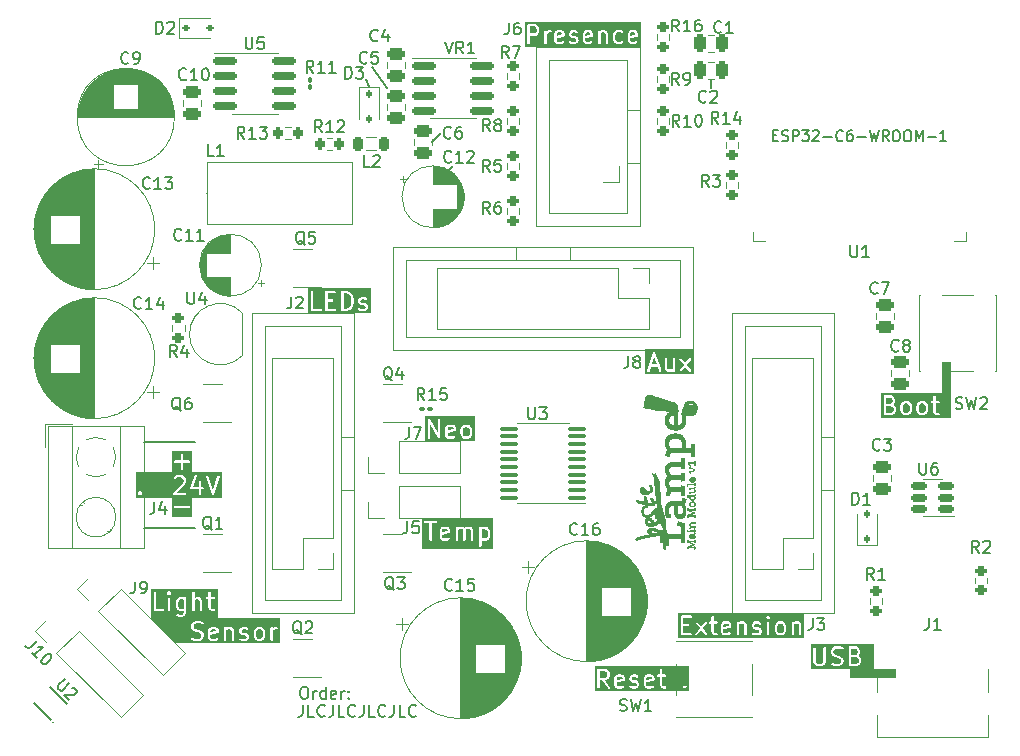
<source format=gbr>
%TF.GenerationSoftware,KiCad,Pcbnew,7.0.9*%
%TF.CreationDate,2024-01-16T00:09:28+01:00*%
%TF.ProjectId,JLCPCB,4a4c4350-4342-42e6-9b69-6361645f7063,1*%
%TF.SameCoordinates,Original*%
%TF.FileFunction,Legend,Top*%
%TF.FilePolarity,Positive*%
%FSLAX46Y46*%
G04 Gerber Fmt 4.6, Leading zero omitted, Abs format (unit mm)*
G04 Created by KiCad (PCBNEW 7.0.9) date 2024-01-16 00:09:28*
%MOMM*%
%LPD*%
G01*
G04 APERTURE LIST*
G04 Aperture macros list*
%AMRoundRect*
0 Rectangle with rounded corners*
0 $1 Rounding radius*
0 $2 $3 $4 $5 $6 $7 $8 $9 X,Y pos of 4 corners*
0 Add a 4 corners polygon primitive as box body*
4,1,4,$2,$3,$4,$5,$6,$7,$8,$9,$2,$3,0*
0 Add four circle primitives for the rounded corners*
1,1,$1+$1,$2,$3*
1,1,$1+$1,$4,$5*
1,1,$1+$1,$6,$7*
1,1,$1+$1,$8,$9*
0 Add four rect primitives between the rounded corners*
20,1,$1+$1,$2,$3,$4,$5,0*
20,1,$1+$1,$4,$5,$6,$7,0*
20,1,$1+$1,$6,$7,$8,$9,0*
20,1,$1+$1,$8,$9,$2,$3,0*%
%AMHorizOval*
0 Thick line with rounded ends*
0 $1 width*
0 $2 $3 position (X,Y) of the first rounded end (center of the circle)*
0 $4 $5 position (X,Y) of the second rounded end (center of the circle)*
0 Add line between two ends*
20,1,$1,$2,$3,$4,$5,0*
0 Add two circle primitives to create the rounded ends*
1,1,$1,$2,$3*
1,1,$1,$4,$5*%
%AMRotRect*
0 Rectangle, with rotation*
0 The origin of the aperture is its center*
0 $1 length*
0 $2 width*
0 $3 Rotation angle, in degrees counterclockwise*
0 Add horizontal line*
21,1,$1,$2,0,0,$3*%
G04 Aperture macros list end*
%ADD10C,0.152400*%
%ADD11C,0.000000*%
%ADD12C,0.200000*%
%ADD13C,0.150000*%
%ADD14C,0.130000*%
%ADD15C,0.120000*%
%ADD16C,0.100000*%
%ADD17C,0.650000*%
%ADD18R,0.600000X1.450000*%
%ADD19R,0.300000X1.450000*%
%ADD20O,1.000000X1.600000*%
%ADD21O,1.000000X2.100000*%
%ADD22RoundRect,0.200000X0.275000X-0.200000X0.275000X0.200000X-0.275000X0.200000X-0.275000X-0.200000X0*%
%ADD23RotRect,1.700000X1.700000X45.000000*%
%ADD24HorizOval,1.700000X0.000000X0.000000X0.000000X0.000000X0*%
%ADD25R,0.700000X0.510000*%
%ADD26RoundRect,0.200000X-0.275000X0.200000X-0.275000X-0.200000X0.275000X-0.200000X0.275000X0.200000X0*%
%ADD27C,0.500000*%
%ADD28RoundRect,0.250000X0.475000X-0.250000X0.475000X0.250000X-0.475000X0.250000X-0.475000X-0.250000X0*%
%ADD29RoundRect,0.112500X-0.187500X-0.112500X0.187500X-0.112500X0.187500X0.112500X-0.187500X0.112500X0*%
%ADD30RoundRect,0.200000X-0.200000X-0.275000X0.200000X-0.275000X0.200000X0.275000X-0.200000X0.275000X0*%
%ADD31C,2.500000*%
%ADD32R,1.300000X1.550000*%
%ADD33RoundRect,0.100000X-0.130000X-0.100000X0.130000X-0.100000X0.130000X0.100000X-0.130000X0.100000X0*%
%ADD34RoundRect,0.112500X0.112500X-0.187500X0.112500X0.187500X-0.112500X0.187500X-0.112500X-0.187500X0*%
%ADD35RoundRect,0.250000X-0.475000X0.250000X-0.475000X-0.250000X0.475000X-0.250000X0.475000X0.250000X0*%
%ADD36R,2.000000X2.000000*%
%ADD37C,2.000000*%
%ADD38RoundRect,0.150000X-0.825000X-0.150000X0.825000X-0.150000X0.825000X0.150000X-0.825000X0.150000X0*%
%ADD39O,1.700000X1.700000*%
%ADD40R,1.700000X1.700000*%
%ADD41RoundRect,0.100000X0.100000X-0.130000X0.100000X0.130000X-0.100000X0.130000X-0.100000X-0.130000X0*%
%ADD42R,1.550000X1.300000*%
%ADD43R,2.500000X2.500000*%
%ADD44R,1.600000X1.600000*%
%ADD45C,1.600000*%
%ADD46RotRect,1.000000X0.350000X135.000000*%
%ADD47R,1.500000X1.050000*%
%ADD48O,1.500000X1.050000*%
%ADD49C,2.400000*%
%ADD50O,2.400000X2.400000*%
%ADD51RoundRect,0.150000X0.512500X0.150000X-0.512500X0.150000X-0.512500X-0.150000X0.512500X-0.150000X0*%
%ADD52R,1.500000X0.900000*%
%ADD53R,0.800000X0.800000*%
%ADD54RoundRect,0.250000X0.250000X0.475000X-0.250000X0.475000X-0.250000X-0.475000X0.250000X-0.475000X0*%
%ADD55RoundRect,0.100000X0.637500X0.100000X-0.637500X0.100000X-0.637500X-0.100000X0.637500X-0.100000X0*%
%ADD56RoundRect,0.112500X-0.112500X0.187500X-0.112500X-0.187500X0.112500X-0.187500X0.112500X0.187500X0*%
%ADD57RoundRect,0.218750X-0.218750X-0.381250X0.218750X-0.381250X0.218750X0.381250X-0.218750X0.381250X0*%
G04 APERTURE END LIST*
G36*
X135186200Y-104545400D02*
G01*
X139131800Y-104545400D01*
X139131800Y-103764000D01*
X135186200Y-103764000D01*
X135186200Y-104545400D01*
G37*
D10*
X88920834Y-105295694D02*
X89111310Y-105295694D01*
X89111310Y-105295694D02*
X89206548Y-105343313D01*
X89206548Y-105343313D02*
X89301786Y-105438551D01*
X89301786Y-105438551D02*
X89349405Y-105629027D01*
X89349405Y-105629027D02*
X89349405Y-105962360D01*
X89349405Y-105962360D02*
X89301786Y-106152836D01*
X89301786Y-106152836D02*
X89206548Y-106248075D01*
X89206548Y-106248075D02*
X89111310Y-106295694D01*
X89111310Y-106295694D02*
X88920834Y-106295694D01*
X88920834Y-106295694D02*
X88825596Y-106248075D01*
X88825596Y-106248075D02*
X88730358Y-106152836D01*
X88730358Y-106152836D02*
X88682739Y-105962360D01*
X88682739Y-105962360D02*
X88682739Y-105629027D01*
X88682739Y-105629027D02*
X88730358Y-105438551D01*
X88730358Y-105438551D02*
X88825596Y-105343313D01*
X88825596Y-105343313D02*
X88920834Y-105295694D01*
X89777977Y-106295694D02*
X89777977Y-105629027D01*
X89777977Y-105819503D02*
X89825596Y-105724265D01*
X89825596Y-105724265D02*
X89873215Y-105676646D01*
X89873215Y-105676646D02*
X89968453Y-105629027D01*
X89968453Y-105629027D02*
X90063691Y-105629027D01*
X90825596Y-106295694D02*
X90825596Y-105295694D01*
X90825596Y-106248075D02*
X90730358Y-106295694D01*
X90730358Y-106295694D02*
X90539882Y-106295694D01*
X90539882Y-106295694D02*
X90444644Y-106248075D01*
X90444644Y-106248075D02*
X90397025Y-106200455D01*
X90397025Y-106200455D02*
X90349406Y-106105217D01*
X90349406Y-106105217D02*
X90349406Y-105819503D01*
X90349406Y-105819503D02*
X90397025Y-105724265D01*
X90397025Y-105724265D02*
X90444644Y-105676646D01*
X90444644Y-105676646D02*
X90539882Y-105629027D01*
X90539882Y-105629027D02*
X90730358Y-105629027D01*
X90730358Y-105629027D02*
X90825596Y-105676646D01*
X91682739Y-106248075D02*
X91587501Y-106295694D01*
X91587501Y-106295694D02*
X91397025Y-106295694D01*
X91397025Y-106295694D02*
X91301787Y-106248075D01*
X91301787Y-106248075D02*
X91254168Y-106152836D01*
X91254168Y-106152836D02*
X91254168Y-105771884D01*
X91254168Y-105771884D02*
X91301787Y-105676646D01*
X91301787Y-105676646D02*
X91397025Y-105629027D01*
X91397025Y-105629027D02*
X91587501Y-105629027D01*
X91587501Y-105629027D02*
X91682739Y-105676646D01*
X91682739Y-105676646D02*
X91730358Y-105771884D01*
X91730358Y-105771884D02*
X91730358Y-105867122D01*
X91730358Y-105867122D02*
X91254168Y-105962360D01*
X92158930Y-106295694D02*
X92158930Y-105629027D01*
X92158930Y-105819503D02*
X92206549Y-105724265D01*
X92206549Y-105724265D02*
X92254168Y-105676646D01*
X92254168Y-105676646D02*
X92349406Y-105629027D01*
X92349406Y-105629027D02*
X92444644Y-105629027D01*
X92777978Y-106200455D02*
X92825597Y-106248075D01*
X92825597Y-106248075D02*
X92777978Y-106295694D01*
X92777978Y-106295694D02*
X92730359Y-106248075D01*
X92730359Y-106248075D02*
X92777978Y-106200455D01*
X92777978Y-106200455D02*
X92777978Y-106295694D01*
X92777978Y-105676646D02*
X92825597Y-105724265D01*
X92825597Y-105724265D02*
X92777978Y-105771884D01*
X92777978Y-105771884D02*
X92730359Y-105724265D01*
X92730359Y-105724265D02*
X92777978Y-105676646D01*
X92777978Y-105676646D02*
X92777978Y-105771884D01*
X88889072Y-106819694D02*
X88889072Y-107533979D01*
X88889072Y-107533979D02*
X88841453Y-107676836D01*
X88841453Y-107676836D02*
X88746215Y-107772075D01*
X88746215Y-107772075D02*
X88603358Y-107819694D01*
X88603358Y-107819694D02*
X88508120Y-107819694D01*
X89841453Y-107819694D02*
X89365263Y-107819694D01*
X89365263Y-107819694D02*
X89365263Y-106819694D01*
X90746215Y-107724455D02*
X90698596Y-107772075D01*
X90698596Y-107772075D02*
X90555739Y-107819694D01*
X90555739Y-107819694D02*
X90460501Y-107819694D01*
X90460501Y-107819694D02*
X90317644Y-107772075D01*
X90317644Y-107772075D02*
X90222406Y-107676836D01*
X90222406Y-107676836D02*
X90174787Y-107581598D01*
X90174787Y-107581598D02*
X90127168Y-107391122D01*
X90127168Y-107391122D02*
X90127168Y-107248265D01*
X90127168Y-107248265D02*
X90174787Y-107057789D01*
X90174787Y-107057789D02*
X90222406Y-106962551D01*
X90222406Y-106962551D02*
X90317644Y-106867313D01*
X90317644Y-106867313D02*
X90460501Y-106819694D01*
X90460501Y-106819694D02*
X90555739Y-106819694D01*
X90555739Y-106819694D02*
X90698596Y-106867313D01*
X90698596Y-106867313D02*
X90746215Y-106914932D01*
X91460501Y-106819694D02*
X91460501Y-107533979D01*
X91460501Y-107533979D02*
X91412882Y-107676836D01*
X91412882Y-107676836D02*
X91317644Y-107772075D01*
X91317644Y-107772075D02*
X91174787Y-107819694D01*
X91174787Y-107819694D02*
X91079549Y-107819694D01*
X92412882Y-107819694D02*
X91936692Y-107819694D01*
X91936692Y-107819694D02*
X91936692Y-106819694D01*
X93317644Y-107724455D02*
X93270025Y-107772075D01*
X93270025Y-107772075D02*
X93127168Y-107819694D01*
X93127168Y-107819694D02*
X93031930Y-107819694D01*
X93031930Y-107819694D02*
X92889073Y-107772075D01*
X92889073Y-107772075D02*
X92793835Y-107676836D01*
X92793835Y-107676836D02*
X92746216Y-107581598D01*
X92746216Y-107581598D02*
X92698597Y-107391122D01*
X92698597Y-107391122D02*
X92698597Y-107248265D01*
X92698597Y-107248265D02*
X92746216Y-107057789D01*
X92746216Y-107057789D02*
X92793835Y-106962551D01*
X92793835Y-106962551D02*
X92889073Y-106867313D01*
X92889073Y-106867313D02*
X93031930Y-106819694D01*
X93031930Y-106819694D02*
X93127168Y-106819694D01*
X93127168Y-106819694D02*
X93270025Y-106867313D01*
X93270025Y-106867313D02*
X93317644Y-106914932D01*
X94031930Y-106819694D02*
X94031930Y-107533979D01*
X94031930Y-107533979D02*
X93984311Y-107676836D01*
X93984311Y-107676836D02*
X93889073Y-107772075D01*
X93889073Y-107772075D02*
X93746216Y-107819694D01*
X93746216Y-107819694D02*
X93650978Y-107819694D01*
X94984311Y-107819694D02*
X94508121Y-107819694D01*
X94508121Y-107819694D02*
X94508121Y-106819694D01*
X95889073Y-107724455D02*
X95841454Y-107772075D01*
X95841454Y-107772075D02*
X95698597Y-107819694D01*
X95698597Y-107819694D02*
X95603359Y-107819694D01*
X95603359Y-107819694D02*
X95460502Y-107772075D01*
X95460502Y-107772075D02*
X95365264Y-107676836D01*
X95365264Y-107676836D02*
X95317645Y-107581598D01*
X95317645Y-107581598D02*
X95270026Y-107391122D01*
X95270026Y-107391122D02*
X95270026Y-107248265D01*
X95270026Y-107248265D02*
X95317645Y-107057789D01*
X95317645Y-107057789D02*
X95365264Y-106962551D01*
X95365264Y-106962551D02*
X95460502Y-106867313D01*
X95460502Y-106867313D02*
X95603359Y-106819694D01*
X95603359Y-106819694D02*
X95698597Y-106819694D01*
X95698597Y-106819694D02*
X95841454Y-106867313D01*
X95841454Y-106867313D02*
X95889073Y-106914932D01*
X96603359Y-106819694D02*
X96603359Y-107533979D01*
X96603359Y-107533979D02*
X96555740Y-107676836D01*
X96555740Y-107676836D02*
X96460502Y-107772075D01*
X96460502Y-107772075D02*
X96317645Y-107819694D01*
X96317645Y-107819694D02*
X96222407Y-107819694D01*
X97555740Y-107819694D02*
X97079550Y-107819694D01*
X97079550Y-107819694D02*
X97079550Y-106819694D01*
X98460502Y-107724455D02*
X98412883Y-107772075D01*
X98412883Y-107772075D02*
X98270026Y-107819694D01*
X98270026Y-107819694D02*
X98174788Y-107819694D01*
X98174788Y-107819694D02*
X98031931Y-107772075D01*
X98031931Y-107772075D02*
X97936693Y-107676836D01*
X97936693Y-107676836D02*
X97889074Y-107581598D01*
X97889074Y-107581598D02*
X97841455Y-107391122D01*
X97841455Y-107391122D02*
X97841455Y-107248265D01*
X97841455Y-107248265D02*
X97889074Y-107057789D01*
X97889074Y-107057789D02*
X97936693Y-106962551D01*
X97936693Y-106962551D02*
X98031931Y-106867313D01*
X98031931Y-106867313D02*
X98174788Y-106819694D01*
X98174788Y-106819694D02*
X98270026Y-106819694D01*
X98270026Y-106819694D02*
X98412883Y-106867313D01*
X98412883Y-106867313D02*
X98460502Y-106914932D01*
X79756000Y-84582000D02*
X75438000Y-84582000D01*
X100584000Y-58420000D02*
X99795000Y-59182000D01*
G36*
X136362900Y-101646500D02*
G01*
X137271300Y-101646500D01*
X137271300Y-103788700D01*
X136362900Y-103788700D01*
X136362900Y-101646500D01*
G37*
G36*
X78079600Y-89179400D02*
G01*
X79349600Y-89179400D01*
X79349600Y-89941400D01*
X78079600Y-89941400D01*
X78079600Y-89179400D01*
G37*
X79756000Y-91821000D02*
X75438000Y-91821000D01*
D11*
G36*
X79248000Y-101600000D02*
G01*
X78105000Y-101600000D01*
X76022200Y-99517200D01*
X79248000Y-99517200D01*
X79248000Y-101600000D01*
G37*
D10*
X94742000Y-52832000D02*
X96012000Y-54610000D01*
X101600000Y-61214000D02*
X101092000Y-61722000D01*
G36*
X78028800Y-90144600D02*
G01*
X79298800Y-90144600D01*
X79298800Y-90906600D01*
X78028800Y-90906600D01*
X78028800Y-90144600D01*
G37*
X94234000Y-53848000D02*
X94488000Y-54524000D01*
G36*
X143008000Y-77817000D02*
G01*
X143789400Y-77817000D01*
X143789400Y-82524600D01*
X143008000Y-82524600D01*
X143008000Y-77817000D01*
G37*
X123444000Y-54610000D02*
X123444000Y-53821000D01*
D12*
G36*
X110819480Y-49928772D02*
G01*
X110864063Y-50021012D01*
X110864063Y-50059542D01*
X110373587Y-50161020D01*
X110373587Y-50021013D01*
X110418170Y-49928772D01*
X110505061Y-49883828D01*
X110732589Y-49883828D01*
X110819480Y-49928772D01*
G37*
G36*
X113236147Y-49928772D02*
G01*
X113280730Y-50021012D01*
X113280730Y-50059542D01*
X112790254Y-50161020D01*
X112790254Y-50021013D01*
X112834837Y-49928772D01*
X112921728Y-49883828D01*
X113149256Y-49883828D01*
X113236147Y-49928772D01*
G37*
G36*
X117033766Y-49928772D02*
G01*
X117078349Y-50021012D01*
X117078349Y-50059542D01*
X116587873Y-50161020D01*
X116587873Y-50021013D01*
X116632456Y-49928772D01*
X116719347Y-49883828D01*
X116946875Y-49883828D01*
X117033766Y-49928772D01*
G37*
G36*
X108624987Y-49436546D02*
G01*
X108671486Y-49484649D01*
X108723587Y-49592441D01*
X108723587Y-49760928D01*
X108671486Y-49868721D01*
X108624987Y-49916824D01*
X108523066Y-49969542D01*
X108095016Y-49969542D01*
X108095016Y-49383828D01*
X108523065Y-49383828D01*
X108624987Y-49436546D01*
G37*
G36*
X117492635Y-51098114D02*
G01*
X107680730Y-51098114D01*
X107680730Y-50783828D01*
X107895016Y-50783828D01*
X107914114Y-50842607D01*
X107964114Y-50878934D01*
X108025918Y-50878934D01*
X108075918Y-50842607D01*
X108095016Y-50783828D01*
X109345016Y-50783828D01*
X109364114Y-50842607D01*
X109414114Y-50878934D01*
X109475918Y-50878934D01*
X109525918Y-50842607D01*
X109545016Y-50783828D01*
X109545016Y-50569542D01*
X110173587Y-50569542D01*
X110180511Y-50590854D01*
X110183552Y-50613059D01*
X110252600Y-50755917D01*
X110253140Y-50756480D01*
X110253258Y-50757254D01*
X110274471Y-50778728D01*
X110295374Y-50800528D01*
X110296144Y-50800666D01*
X110296693Y-50801222D01*
X110434788Y-50872650D01*
X110458182Y-50876502D01*
X110480730Y-50883828D01*
X110756920Y-50883828D01*
X110779468Y-50876501D01*
X110802862Y-50872650D01*
X110940958Y-50801222D01*
X110984393Y-50757255D01*
X110993688Y-50696154D01*
X110965294Y-50641259D01*
X110910057Y-50613537D01*
X110849074Y-50623578D01*
X110732589Y-50683828D01*
X110505061Y-50683828D01*
X110418170Y-50638884D01*
X110373587Y-50546642D01*
X110373587Y-50365256D01*
X110984323Y-50238897D01*
X110989269Y-50236077D01*
X110994965Y-50236077D01*
X111015727Y-50220992D01*
X111038014Y-50208286D01*
X111040357Y-50203097D01*
X111044965Y-50199750D01*
X111052894Y-50175345D01*
X111063457Y-50151963D01*
X111062303Y-50146386D01*
X111064063Y-50140971D01*
X111064063Y-50069542D01*
X111416444Y-50069542D01*
X111423368Y-50090854D01*
X111426409Y-50113059D01*
X111495457Y-50255917D01*
X111495997Y-50256480D01*
X111496115Y-50257254D01*
X111517328Y-50278728D01*
X111538231Y-50300528D01*
X111539001Y-50300666D01*
X111539550Y-50301222D01*
X111677645Y-50372650D01*
X111701039Y-50376502D01*
X111723587Y-50383828D01*
X111906398Y-50383828D01*
X111993289Y-50428771D01*
X112037873Y-50521013D01*
X112037873Y-50546642D01*
X111993288Y-50638885D01*
X111906399Y-50683828D01*
X111678870Y-50683828D01*
X111562386Y-50623578D01*
X111501403Y-50613537D01*
X111446166Y-50641259D01*
X111417772Y-50696154D01*
X111427067Y-50757254D01*
X111470502Y-50801222D01*
X111608597Y-50872650D01*
X111631991Y-50876502D01*
X111654539Y-50883828D01*
X111930730Y-50883828D01*
X111953278Y-50876501D01*
X111976672Y-50872650D01*
X112114767Y-50801222D01*
X112115315Y-50800666D01*
X112116086Y-50800528D01*
X112136988Y-50778728D01*
X112158202Y-50757254D01*
X112158319Y-50756480D01*
X112158860Y-50755917D01*
X112227908Y-50613058D01*
X112230948Y-50590855D01*
X112237873Y-50569542D01*
X112590254Y-50569542D01*
X112597178Y-50590854D01*
X112600219Y-50613059D01*
X112669267Y-50755917D01*
X112669807Y-50756480D01*
X112669925Y-50757254D01*
X112691138Y-50778728D01*
X112712041Y-50800528D01*
X112712811Y-50800666D01*
X112713360Y-50801222D01*
X112851455Y-50872650D01*
X112874849Y-50876502D01*
X112897397Y-50883828D01*
X113173587Y-50883828D01*
X113196135Y-50876501D01*
X113219529Y-50872650D01*
X113357625Y-50801222D01*
X113374809Y-50783828D01*
X113902159Y-50783828D01*
X113921257Y-50842607D01*
X113971257Y-50878934D01*
X114033061Y-50878934D01*
X114083061Y-50842607D01*
X114102159Y-50783828D01*
X114102159Y-49967116D01*
X114131709Y-49936547D01*
X114233632Y-49883828D01*
X114392113Y-49883828D01*
X114479004Y-49928772D01*
X114523587Y-50021012D01*
X114523587Y-50783828D01*
X114542685Y-50842607D01*
X114592685Y-50878934D01*
X114654489Y-50878934D01*
X114704489Y-50842607D01*
X114723587Y-50783828D01*
X114723587Y-50498114D01*
X115145016Y-50498114D01*
X115151940Y-50519426D01*
X115154981Y-50541631D01*
X115224029Y-50684488D01*
X115235128Y-50696063D01*
X115242165Y-50710473D01*
X115311212Y-50781902D01*
X115325666Y-50789578D01*
X115337169Y-50801222D01*
X115475264Y-50872650D01*
X115498658Y-50876502D01*
X115521206Y-50883828D01*
X115797397Y-50883828D01*
X115819945Y-50876501D01*
X115843339Y-50872650D01*
X115981434Y-50801222D01*
X116024869Y-50757254D01*
X116034164Y-50696154D01*
X116005770Y-50641259D01*
X115950532Y-50613537D01*
X115889550Y-50623578D01*
X115773066Y-50683828D01*
X115545537Y-50683828D01*
X115443615Y-50631110D01*
X115397116Y-50583007D01*
X115390608Y-50569542D01*
X116387873Y-50569542D01*
X116394797Y-50590854D01*
X116397838Y-50613059D01*
X116466886Y-50755917D01*
X116467426Y-50756480D01*
X116467544Y-50757254D01*
X116488757Y-50778728D01*
X116509660Y-50800528D01*
X116510430Y-50800666D01*
X116510979Y-50801222D01*
X116649074Y-50872650D01*
X116672468Y-50876502D01*
X116695016Y-50883828D01*
X116971206Y-50883828D01*
X116993754Y-50876501D01*
X117017148Y-50872650D01*
X117155244Y-50801222D01*
X117198679Y-50757255D01*
X117207974Y-50696154D01*
X117179580Y-50641259D01*
X117124343Y-50613537D01*
X117063360Y-50623578D01*
X116946875Y-50683828D01*
X116719347Y-50683828D01*
X116632456Y-50638884D01*
X116587873Y-50546642D01*
X116587873Y-50365256D01*
X117198609Y-50238897D01*
X117203555Y-50236077D01*
X117209251Y-50236077D01*
X117230013Y-50220992D01*
X117252300Y-50208286D01*
X117254643Y-50203097D01*
X117259251Y-50199750D01*
X117267180Y-50175345D01*
X117277743Y-50151963D01*
X117276589Y-50146386D01*
X117278349Y-50140971D01*
X117278349Y-49998114D01*
X117271424Y-49976801D01*
X117268384Y-49954597D01*
X117199337Y-49811740D01*
X117198795Y-49811175D01*
X117198678Y-49810403D01*
X117177482Y-49788947D01*
X117156564Y-49767130D01*
X117155793Y-49766991D01*
X117155244Y-49766435D01*
X117017148Y-49695006D01*
X116993753Y-49691153D01*
X116971206Y-49683828D01*
X116695016Y-49683828D01*
X116672468Y-49691153D01*
X116649074Y-49695006D01*
X116510978Y-49766435D01*
X116510429Y-49766990D01*
X116509660Y-49767129D01*
X116488773Y-49788912D01*
X116467544Y-49810403D01*
X116467426Y-49811176D01*
X116466886Y-49811740D01*
X116397838Y-49954597D01*
X116394797Y-49976801D01*
X116387873Y-49998114D01*
X116387873Y-50569542D01*
X115390608Y-50569542D01*
X115345016Y-50475214D01*
X115345016Y-50092441D01*
X115397116Y-49984649D01*
X115443614Y-49936547D01*
X115545537Y-49883828D01*
X115773065Y-49883828D01*
X115889550Y-49944079D01*
X115950532Y-49954120D01*
X116005770Y-49926399D01*
X116034164Y-49871504D01*
X116024869Y-49810403D01*
X115981435Y-49766436D01*
X115843340Y-49695006D01*
X115819944Y-49691153D01*
X115797397Y-49683828D01*
X115521206Y-49683828D01*
X115498658Y-49691153D01*
X115475264Y-49695006D01*
X115337168Y-49766435D01*
X115325664Y-49778079D01*
X115311212Y-49785755D01*
X115242165Y-49857183D01*
X115235128Y-49871592D01*
X115224029Y-49883168D01*
X115154981Y-50026025D01*
X115151940Y-50048229D01*
X115145016Y-50069542D01*
X115145016Y-50498114D01*
X114723587Y-50498114D01*
X114723587Y-49998114D01*
X114716662Y-49976801D01*
X114713622Y-49954597D01*
X114644575Y-49811740D01*
X114644033Y-49811175D01*
X114643916Y-49810403D01*
X114622720Y-49788947D01*
X114601802Y-49767130D01*
X114601031Y-49766991D01*
X114600482Y-49766435D01*
X114462386Y-49695006D01*
X114438991Y-49691153D01*
X114416444Y-49683828D01*
X114209301Y-49683828D01*
X114186753Y-49691153D01*
X114163359Y-49695006D01*
X114086257Y-49734886D01*
X114083061Y-49725049D01*
X114033061Y-49688722D01*
X113971257Y-49688722D01*
X113921257Y-49725049D01*
X113902159Y-49783828D01*
X113902159Y-50783828D01*
X113374809Y-50783828D01*
X113401060Y-50757255D01*
X113410355Y-50696154D01*
X113381961Y-50641259D01*
X113326724Y-50613537D01*
X113265741Y-50623578D01*
X113149256Y-50683828D01*
X112921728Y-50683828D01*
X112834837Y-50638884D01*
X112790254Y-50546642D01*
X112790254Y-50365256D01*
X113400990Y-50238897D01*
X113405936Y-50236077D01*
X113411632Y-50236077D01*
X113432394Y-50220992D01*
X113454681Y-50208286D01*
X113457024Y-50203097D01*
X113461632Y-50199750D01*
X113469561Y-50175345D01*
X113480124Y-50151963D01*
X113478970Y-50146386D01*
X113480730Y-50140971D01*
X113480730Y-49998114D01*
X113473805Y-49976801D01*
X113470765Y-49954597D01*
X113401718Y-49811740D01*
X113401176Y-49811175D01*
X113401059Y-49810403D01*
X113379863Y-49788947D01*
X113358945Y-49767130D01*
X113358174Y-49766991D01*
X113357625Y-49766435D01*
X113219529Y-49695006D01*
X113196134Y-49691153D01*
X113173587Y-49683828D01*
X112897397Y-49683828D01*
X112874849Y-49691153D01*
X112851455Y-49695006D01*
X112713359Y-49766435D01*
X112712810Y-49766990D01*
X112712041Y-49767129D01*
X112691154Y-49788912D01*
X112669925Y-49810403D01*
X112669807Y-49811176D01*
X112669267Y-49811740D01*
X112600219Y-49954597D01*
X112597178Y-49976801D01*
X112590254Y-49998114D01*
X112590254Y-50569542D01*
X112237873Y-50569542D01*
X112237873Y-50498114D01*
X112230948Y-50476801D01*
X112227908Y-50454597D01*
X112158860Y-50311740D01*
X112158319Y-50311176D01*
X112158202Y-50310403D01*
X112136988Y-50288928D01*
X112116086Y-50267129D01*
X112115315Y-50266990D01*
X112114768Y-50266436D01*
X111976673Y-50195006D01*
X111953277Y-50191153D01*
X111930730Y-50183828D01*
X111747918Y-50183828D01*
X111661027Y-50138884D01*
X111616444Y-50046642D01*
X111616444Y-50021013D01*
X111661027Y-49928772D01*
X111747918Y-49883828D01*
X111906398Y-49883828D01*
X112022883Y-49944079D01*
X112083865Y-49954120D01*
X112139103Y-49926399D01*
X112167497Y-49871504D01*
X112158202Y-49810403D01*
X112114768Y-49766436D01*
X111976673Y-49695006D01*
X111953277Y-49691153D01*
X111930730Y-49683828D01*
X111723587Y-49683828D01*
X111701039Y-49691153D01*
X111677645Y-49695006D01*
X111539549Y-49766435D01*
X111539000Y-49766990D01*
X111538231Y-49767129D01*
X111517344Y-49788912D01*
X111496115Y-49810403D01*
X111495997Y-49811176D01*
X111495457Y-49811740D01*
X111426409Y-49954597D01*
X111423368Y-49976801D01*
X111416444Y-49998114D01*
X111416444Y-50069542D01*
X111064063Y-50069542D01*
X111064063Y-49998114D01*
X111057138Y-49976801D01*
X111054098Y-49954597D01*
X110985051Y-49811740D01*
X110984509Y-49811175D01*
X110984392Y-49810403D01*
X110963196Y-49788947D01*
X110942278Y-49767130D01*
X110941507Y-49766991D01*
X110940958Y-49766435D01*
X110802862Y-49695006D01*
X110779467Y-49691153D01*
X110756920Y-49683828D01*
X110480730Y-49683828D01*
X110458182Y-49691153D01*
X110434788Y-49695006D01*
X110296692Y-49766435D01*
X110296143Y-49766990D01*
X110295374Y-49767129D01*
X110274487Y-49788912D01*
X110253258Y-49810403D01*
X110253140Y-49811176D01*
X110252600Y-49811740D01*
X110183552Y-49954597D01*
X110180511Y-49976801D01*
X110173587Y-49998114D01*
X110173587Y-50569542D01*
X109545016Y-50569542D01*
X109545016Y-50092441D01*
X109597114Y-49984649D01*
X109643615Y-49936546D01*
X109745537Y-49883828D01*
X109859301Y-49883828D01*
X109918080Y-49864730D01*
X109954407Y-49814730D01*
X109954407Y-49752926D01*
X109918080Y-49702926D01*
X109859301Y-49683828D01*
X109721206Y-49683828D01*
X109698658Y-49691153D01*
X109675264Y-49695006D01*
X109539048Y-49765462D01*
X109525918Y-49725049D01*
X109475918Y-49688722D01*
X109414114Y-49688722D01*
X109364114Y-49725049D01*
X109345016Y-49783828D01*
X109345016Y-50783828D01*
X108095016Y-50783828D01*
X108095016Y-50169542D01*
X108547397Y-50169542D01*
X108569945Y-50162215D01*
X108593339Y-50158364D01*
X108731434Y-50086936D01*
X108742936Y-50075292D01*
X108757391Y-50067616D01*
X108826438Y-49996187D01*
X108833475Y-49981777D01*
X108844574Y-49970202D01*
X108913622Y-49827345D01*
X108916662Y-49805140D01*
X108923587Y-49783828D01*
X108923587Y-49569542D01*
X108916662Y-49548229D01*
X108913622Y-49526025D01*
X108844574Y-49383168D01*
X108833474Y-49371592D01*
X108826438Y-49357183D01*
X108757391Y-49285755D01*
X108742936Y-49278078D01*
X108731435Y-49266436D01*
X108593340Y-49195006D01*
X108569944Y-49191153D01*
X108547397Y-49183828D01*
X107995016Y-49183828D01*
X107979953Y-49188722D01*
X107964114Y-49188722D01*
X107951300Y-49198031D01*
X107936237Y-49202926D01*
X107926927Y-49215739D01*
X107914114Y-49225049D01*
X107909219Y-49240112D01*
X107899910Y-49252926D01*
X107899910Y-49268765D01*
X107895016Y-49283828D01*
X107895016Y-50783828D01*
X107680730Y-50783828D01*
X107680730Y-48969542D01*
X117492635Y-48969542D01*
X117492635Y-51098114D01*
G37*
G36*
X78829950Y-97923060D02*
G01*
X78829950Y-98656596D01*
X78763485Y-98689828D01*
X78524985Y-98689828D01*
X78417757Y-98636214D01*
X78369277Y-98587734D01*
X78315664Y-98480507D01*
X78315664Y-98099148D01*
X78369277Y-97991920D01*
X78417754Y-97943443D01*
X78524985Y-97889828D01*
X78763485Y-97889828D01*
X78829950Y-97923060D01*
G37*
G36*
X81667913Y-99604114D02*
G01*
X76044234Y-99604114D01*
X76044234Y-98789828D01*
X76258520Y-98789828D01*
X76263414Y-98804890D01*
X76263414Y-98820730D01*
X76272723Y-98833543D01*
X76277618Y-98848607D01*
X76290431Y-98857916D01*
X76299741Y-98870730D01*
X76314804Y-98875624D01*
X76327618Y-98884934D01*
X76343457Y-98884934D01*
X76358520Y-98889828D01*
X77072806Y-98889828D01*
X77131585Y-98870730D01*
X77167912Y-98820730D01*
X77167912Y-98789828D01*
X77472806Y-98789828D01*
X77491904Y-98848607D01*
X77541904Y-98884934D01*
X77603708Y-98884934D01*
X77653708Y-98848607D01*
X77672806Y-98789828D01*
X77672806Y-98504114D01*
X78115664Y-98504114D01*
X78122787Y-98526037D01*
X78126221Y-98548835D01*
X78197649Y-98691692D01*
X78209022Y-98703239D01*
X78216381Y-98717682D01*
X78287810Y-98789111D01*
X78302252Y-98796469D01*
X78313800Y-98807843D01*
X78456657Y-98879271D01*
X78479454Y-98882704D01*
X78501378Y-98889828D01*
X78787092Y-98889828D01*
X78809015Y-98882704D01*
X78829950Y-98879551D01*
X78829950Y-98980506D01*
X78776335Y-99087734D01*
X78727855Y-99136214D01*
X78620628Y-99189828D01*
X78453557Y-99189828D01*
X78331813Y-99128957D01*
X78270698Y-99119752D01*
X78215846Y-99148228D01*
X78188207Y-99203507D01*
X78198338Y-99264475D01*
X78242371Y-99307843D01*
X78385229Y-99379271D01*
X78408026Y-99382704D01*
X78429950Y-99389828D01*
X78644235Y-99389828D01*
X78666158Y-99382704D01*
X78688956Y-99379271D01*
X78831813Y-99307843D01*
X78843360Y-99296469D01*
X78857803Y-99289111D01*
X78929232Y-99217682D01*
X78936589Y-99203240D01*
X78947964Y-99191693D01*
X79019393Y-99048836D01*
X79022826Y-99026037D01*
X79029950Y-99004114D01*
X79029950Y-98789828D01*
X79544235Y-98789828D01*
X79563333Y-98848607D01*
X79613333Y-98884934D01*
X79675137Y-98884934D01*
X79725137Y-98848607D01*
X79744235Y-98789828D01*
X79744235Y-97974106D01*
X79774897Y-97943443D01*
X79882128Y-97889828D01*
X80049199Y-97889828D01*
X80141128Y-97935793D01*
X80187093Y-98027721D01*
X80187093Y-98789828D01*
X80206191Y-98848607D01*
X80256191Y-98884934D01*
X80317995Y-98884934D01*
X80367995Y-98848607D01*
X80387093Y-98789828D01*
X80387093Y-98004114D01*
X80379969Y-97982190D01*
X80376536Y-97959392D01*
X80307205Y-97820730D01*
X80691987Y-97820730D01*
X80728314Y-97870730D01*
X80787093Y-97889828D01*
X80901378Y-97889828D01*
X80901378Y-98575542D01*
X80908501Y-98597465D01*
X80911935Y-98620263D01*
X80983364Y-98763121D01*
X80983922Y-98763687D01*
X80984053Y-98764474D01*
X81005555Y-98785651D01*
X81026733Y-98807154D01*
X81027519Y-98807284D01*
X81028086Y-98807843D01*
X81170943Y-98879271D01*
X81193740Y-98882704D01*
X81215664Y-98889828D01*
X81358521Y-98889828D01*
X81417300Y-98870730D01*
X81453627Y-98820730D01*
X81453627Y-98758926D01*
X81417300Y-98708926D01*
X81358521Y-98689828D01*
X81239271Y-98689828D01*
X81147342Y-98643864D01*
X81101378Y-98551935D01*
X81101378Y-97889828D01*
X81358521Y-97889828D01*
X81417300Y-97870730D01*
X81453627Y-97820730D01*
X81453627Y-97758926D01*
X81417300Y-97708926D01*
X81358521Y-97689828D01*
X81101378Y-97689828D01*
X81101378Y-97289828D01*
X81082280Y-97231049D01*
X81032280Y-97194722D01*
X80970476Y-97194722D01*
X80920476Y-97231049D01*
X80901378Y-97289828D01*
X80901378Y-97689828D01*
X80787093Y-97689828D01*
X80728314Y-97708926D01*
X80691987Y-97758926D01*
X80691987Y-97820730D01*
X80307205Y-97820730D01*
X80305107Y-97816535D01*
X80304548Y-97815967D01*
X80304418Y-97815183D01*
X80282931Y-97794020D01*
X80261738Y-97772503D01*
X80260951Y-97772372D01*
X80260385Y-97771814D01*
X80117529Y-97700385D01*
X80094730Y-97696951D01*
X80072807Y-97689828D01*
X79858521Y-97689828D01*
X79836597Y-97696951D01*
X79813799Y-97700385D01*
X79744235Y-97735167D01*
X79744235Y-97289828D01*
X79725137Y-97231049D01*
X79675137Y-97194722D01*
X79613333Y-97194722D01*
X79563333Y-97231049D01*
X79544235Y-97289828D01*
X79544235Y-98789828D01*
X79029950Y-98789828D01*
X79029950Y-97789828D01*
X79010852Y-97731049D01*
X78960852Y-97694722D01*
X78899048Y-97694722D01*
X78867022Y-97717989D01*
X78831813Y-97700385D01*
X78809015Y-97696951D01*
X78787092Y-97689828D01*
X78501378Y-97689828D01*
X78479454Y-97696951D01*
X78456656Y-97700385D01*
X78313799Y-97771814D01*
X78302250Y-97783188D01*
X78287811Y-97790546D01*
X78216382Y-97861974D01*
X78209023Y-97876415D01*
X78197649Y-97887964D01*
X78126221Y-98030821D01*
X78122787Y-98053618D01*
X78115664Y-98075542D01*
X78115664Y-98504114D01*
X77672806Y-98504114D01*
X77672806Y-97789828D01*
X77653708Y-97731049D01*
X77603708Y-97694722D01*
X77541904Y-97694722D01*
X77491904Y-97731049D01*
X77472806Y-97789828D01*
X77472806Y-98789828D01*
X77167912Y-98789828D01*
X77167912Y-98758926D01*
X77131585Y-98708926D01*
X77072806Y-98689828D01*
X76458520Y-98689828D01*
X76458520Y-97376900D01*
X77402609Y-97376900D01*
X77409799Y-97391011D01*
X77412277Y-97406657D01*
X77423476Y-97417856D01*
X77430667Y-97431968D01*
X77502095Y-97503395D01*
X77516205Y-97510584D01*
X77527406Y-97521786D01*
X77535376Y-97523048D01*
X77541904Y-97527791D01*
X77549973Y-97527791D01*
X77557162Y-97531454D01*
X77572805Y-97528976D01*
X77588449Y-97531454D01*
X77595638Y-97527791D01*
X77603708Y-97527791D01*
X77610236Y-97523048D01*
X77618205Y-97521786D01*
X77629405Y-97510585D01*
X77643516Y-97503396D01*
X77714945Y-97431968D01*
X77722135Y-97417856D01*
X77733336Y-97406656D01*
X77735813Y-97391012D01*
X77743004Y-97376901D01*
X77740526Y-97361257D01*
X77743004Y-97345614D01*
X77735813Y-97331501D01*
X77733336Y-97315859D01*
X77722137Y-97304659D01*
X77714946Y-97290546D01*
X77643517Y-97219117D01*
X77629403Y-97211925D01*
X77618204Y-97200727D01*
X77610236Y-97199465D01*
X77603708Y-97194722D01*
X77595638Y-97194722D01*
X77588449Y-97191059D01*
X77572805Y-97193536D01*
X77557162Y-97191059D01*
X77549973Y-97194722D01*
X77541904Y-97194722D01*
X77535376Y-97199464D01*
X77527407Y-97200727D01*
X77516206Y-97211927D01*
X77502095Y-97219118D01*
X77430667Y-97290547D01*
X77423477Y-97304657D01*
X77412277Y-97315858D01*
X77409799Y-97331502D01*
X77402609Y-97345614D01*
X77405086Y-97361257D01*
X77402609Y-97376900D01*
X76458520Y-97376900D01*
X76458520Y-97289828D01*
X76439422Y-97231049D01*
X76389422Y-97194722D01*
X76327618Y-97194722D01*
X76277618Y-97231049D01*
X76258520Y-97289828D01*
X76258520Y-98789828D01*
X76044234Y-98789828D01*
X76044234Y-96976773D01*
X81667913Y-96976773D01*
X81667913Y-99604114D01*
G37*
G36*
X124937185Y-99993193D02*
G01*
X124983150Y-100085121D01*
X124983150Y-100122390D01*
X124468864Y-100225247D01*
X124468864Y-100085120D01*
X124514827Y-99993192D01*
X124606757Y-99947228D01*
X124845256Y-99947228D01*
X124937185Y-99993193D01*
G37*
G36*
X129523916Y-100000844D02*
G01*
X129572393Y-100049320D01*
X129626007Y-100156548D01*
X129626007Y-100537907D01*
X129572393Y-100645134D01*
X129523913Y-100693614D01*
X129416686Y-100747228D01*
X129249614Y-100747228D01*
X129142386Y-100693614D01*
X129093906Y-100645134D01*
X129040293Y-100537907D01*
X129040293Y-100156548D01*
X129093906Y-100049320D01*
X129142383Y-100000843D01*
X129249614Y-99947228D01*
X129416685Y-99947228D01*
X129523916Y-100000844D01*
G37*
G36*
X131326008Y-101161514D02*
G01*
X120697434Y-101161514D01*
X120697434Y-100847228D01*
X120911720Y-100847228D01*
X120916614Y-100862290D01*
X120916614Y-100878130D01*
X120925923Y-100890943D01*
X120930818Y-100906007D01*
X120943631Y-100915316D01*
X120952941Y-100928130D01*
X120968004Y-100933024D01*
X120980818Y-100942334D01*
X120996657Y-100942334D01*
X121011720Y-100947228D01*
X121726006Y-100947228D01*
X121784785Y-100928130D01*
X121821112Y-100878130D01*
X121821112Y-100843464D01*
X122126076Y-100843464D01*
X122142949Y-100902920D01*
X122191546Y-100941103D01*
X122253306Y-100943430D01*
X122304638Y-100909010D01*
X122618863Y-100509086D01*
X122933089Y-100909010D01*
X122984421Y-100943430D01*
X123046181Y-100941103D01*
X123094778Y-100902920D01*
X123111651Y-100843464D01*
X123090353Y-100785446D01*
X122746038Y-100347228D01*
X123090353Y-99909010D01*
X123101689Y-99878130D01*
X123273758Y-99878130D01*
X123310085Y-99928130D01*
X123368864Y-99947228D01*
X123483149Y-99947228D01*
X123483149Y-100632942D01*
X123490272Y-100654865D01*
X123493706Y-100677663D01*
X123565135Y-100820521D01*
X123565693Y-100821087D01*
X123565824Y-100821874D01*
X123587326Y-100843051D01*
X123608504Y-100864554D01*
X123609290Y-100864684D01*
X123609857Y-100865243D01*
X123752714Y-100936671D01*
X123775511Y-100940104D01*
X123797435Y-100947228D01*
X123940292Y-100947228D01*
X123999071Y-100928130D01*
X124035398Y-100878130D01*
X124035398Y-100816326D01*
X123999071Y-100766326D01*
X123940292Y-100747228D01*
X123821042Y-100747228D01*
X123729113Y-100701264D01*
X123694952Y-100632942D01*
X124268864Y-100632942D01*
X124275987Y-100654865D01*
X124279421Y-100677663D01*
X124350849Y-100820521D01*
X124351407Y-100821087D01*
X124351538Y-100821875D01*
X124373039Y-100843052D01*
X124394217Y-100864554D01*
X124395004Y-100864684D01*
X124395571Y-100865243D01*
X124538429Y-100936671D01*
X124561226Y-100940104D01*
X124583150Y-100947228D01*
X124868864Y-100947228D01*
X124890787Y-100940104D01*
X124913585Y-100936671D01*
X125056442Y-100865243D01*
X125074733Y-100847228D01*
X125626006Y-100847228D01*
X125645104Y-100906007D01*
X125695104Y-100942334D01*
X125756908Y-100942334D01*
X125806908Y-100906007D01*
X125826006Y-100847228D01*
X125826006Y-100031506D01*
X125856668Y-100000843D01*
X125963899Y-99947228D01*
X126130970Y-99947228D01*
X126222899Y-99993193D01*
X126268864Y-100085121D01*
X126268864Y-100847228D01*
X126287962Y-100906007D01*
X126337962Y-100942334D01*
X126399766Y-100942334D01*
X126449766Y-100906007D01*
X126468864Y-100847228D01*
X126468864Y-100132942D01*
X126911721Y-100132942D01*
X126918844Y-100154865D01*
X126922278Y-100177663D01*
X126993706Y-100320521D01*
X126994264Y-100321087D01*
X126994395Y-100321875D01*
X127015896Y-100343052D01*
X127037074Y-100364554D01*
X127037861Y-100364684D01*
X127038428Y-100365243D01*
X127181286Y-100436671D01*
X127204083Y-100440104D01*
X127226007Y-100447228D01*
X127416684Y-100447228D01*
X127508613Y-100493193D01*
X127554578Y-100585121D01*
X127554578Y-100609335D01*
X127508613Y-100701264D01*
X127416685Y-100747228D01*
X127178185Y-100747228D01*
X127056442Y-100686357D01*
X126995328Y-100677152D01*
X126940475Y-100705628D01*
X126912836Y-100760907D01*
X126922967Y-100821874D01*
X126967000Y-100865243D01*
X127109857Y-100936671D01*
X127132654Y-100940104D01*
X127154578Y-100947228D01*
X127440292Y-100947228D01*
X127462215Y-100940104D01*
X127485013Y-100936671D01*
X127627870Y-100865243D01*
X127628436Y-100864684D01*
X127629223Y-100864554D01*
X127646286Y-100847228D01*
X128197435Y-100847228D01*
X128216533Y-100906007D01*
X128266533Y-100942334D01*
X128328337Y-100942334D01*
X128378337Y-100906007D01*
X128397435Y-100847228D01*
X128397435Y-100561514D01*
X128840293Y-100561514D01*
X128847416Y-100583437D01*
X128850850Y-100606235D01*
X128922278Y-100749092D01*
X128933651Y-100760639D01*
X128941010Y-100775082D01*
X129012439Y-100846511D01*
X129026881Y-100853869D01*
X129038429Y-100865243D01*
X129181286Y-100936671D01*
X129204083Y-100940104D01*
X129226007Y-100947228D01*
X129440293Y-100947228D01*
X129462216Y-100940104D01*
X129485014Y-100936671D01*
X129627871Y-100865243D01*
X129639418Y-100853869D01*
X129652454Y-100847228D01*
X130268864Y-100847228D01*
X130287962Y-100906007D01*
X130337962Y-100942334D01*
X130399766Y-100942334D01*
X130449766Y-100906007D01*
X130468864Y-100847228D01*
X130468864Y-100031506D01*
X130499526Y-100000843D01*
X130606757Y-99947228D01*
X130773828Y-99947228D01*
X130865757Y-99993193D01*
X130911722Y-100085121D01*
X130911722Y-100847228D01*
X130930820Y-100906007D01*
X130980820Y-100942334D01*
X131042624Y-100942334D01*
X131092624Y-100906007D01*
X131111722Y-100847228D01*
X131111722Y-100061514D01*
X131104598Y-100039590D01*
X131101165Y-100016792D01*
X131029736Y-99873935D01*
X131029177Y-99873367D01*
X131029047Y-99872583D01*
X131007560Y-99851420D01*
X130986367Y-99829903D01*
X130985580Y-99829772D01*
X130985014Y-99829214D01*
X130842158Y-99757785D01*
X130819359Y-99754351D01*
X130797436Y-99747228D01*
X130583150Y-99747228D01*
X130561226Y-99754351D01*
X130538428Y-99757785D01*
X130453586Y-99800206D01*
X130449766Y-99788449D01*
X130399766Y-99752122D01*
X130337962Y-99752122D01*
X130287962Y-99788449D01*
X130268864Y-99847228D01*
X130268864Y-100847228D01*
X129652454Y-100847228D01*
X129653861Y-100846511D01*
X129725290Y-100775082D01*
X129732648Y-100760639D01*
X129744022Y-100749092D01*
X129815450Y-100606235D01*
X129818883Y-100583437D01*
X129826007Y-100561514D01*
X129826007Y-100132942D01*
X129818883Y-100111018D01*
X129815450Y-100088221D01*
X129744022Y-99945364D01*
X129732647Y-99933815D01*
X129725289Y-99919374D01*
X129653860Y-99847946D01*
X129639419Y-99840588D01*
X129627871Y-99829214D01*
X129485015Y-99757785D01*
X129462216Y-99754351D01*
X129440293Y-99747228D01*
X129226007Y-99747228D01*
X129204083Y-99754351D01*
X129181285Y-99757785D01*
X129038428Y-99829214D01*
X129026879Y-99840588D01*
X129012440Y-99847946D01*
X128941011Y-99919374D01*
X128933652Y-99933815D01*
X128922278Y-99945364D01*
X128850850Y-100088221D01*
X128847416Y-100111018D01*
X128840293Y-100132942D01*
X128840293Y-100561514D01*
X128397435Y-100561514D01*
X128397435Y-99847228D01*
X128378337Y-99788449D01*
X128328337Y-99752122D01*
X128266533Y-99752122D01*
X128216533Y-99788449D01*
X128197435Y-99847228D01*
X128197435Y-100847228D01*
X127646286Y-100847228D01*
X127650400Y-100843051D01*
X127671903Y-100821874D01*
X127672033Y-100821087D01*
X127672592Y-100820521D01*
X127744021Y-100677663D01*
X127747454Y-100654865D01*
X127754578Y-100632942D01*
X127754578Y-100561514D01*
X127747454Y-100539590D01*
X127744021Y-100516792D01*
X127672592Y-100373935D01*
X127672033Y-100373367D01*
X127671903Y-100372583D01*
X127650416Y-100351420D01*
X127629223Y-100329903D01*
X127628436Y-100329772D01*
X127627870Y-100329214D01*
X127485014Y-100257785D01*
X127462215Y-100254351D01*
X127440292Y-100247228D01*
X127249614Y-100247228D01*
X127157684Y-100201264D01*
X127111721Y-100109335D01*
X127111721Y-100085120D01*
X127157684Y-99993192D01*
X127249614Y-99947228D01*
X127416684Y-99947228D01*
X127538427Y-100008100D01*
X127599542Y-100017305D01*
X127654394Y-99988829D01*
X127682034Y-99933550D01*
X127671903Y-99872583D01*
X127627870Y-99829214D01*
X127485014Y-99757785D01*
X127462215Y-99754351D01*
X127440292Y-99747228D01*
X127226007Y-99747228D01*
X127204083Y-99754351D01*
X127181286Y-99757785D01*
X127038428Y-99829214D01*
X127037861Y-99829772D01*
X127037075Y-99829903D01*
X127015897Y-99851405D01*
X126994395Y-99872583D01*
X126994264Y-99873369D01*
X126993706Y-99873936D01*
X126922278Y-100016793D01*
X126918844Y-100039590D01*
X126911721Y-100061514D01*
X126911721Y-100132942D01*
X126468864Y-100132942D01*
X126468864Y-100061514D01*
X126461740Y-100039590D01*
X126458307Y-100016792D01*
X126386878Y-99873935D01*
X126386319Y-99873367D01*
X126386189Y-99872583D01*
X126364702Y-99851420D01*
X126343509Y-99829903D01*
X126342722Y-99829772D01*
X126342156Y-99829214D01*
X126199300Y-99757785D01*
X126176501Y-99754351D01*
X126154578Y-99747228D01*
X125940292Y-99747228D01*
X125918368Y-99754351D01*
X125895570Y-99757785D01*
X125810728Y-99800206D01*
X125806908Y-99788449D01*
X125756908Y-99752122D01*
X125695104Y-99752122D01*
X125645104Y-99788449D01*
X125626006Y-99847228D01*
X125626006Y-100847228D01*
X125074733Y-100847228D01*
X125100475Y-100821874D01*
X125110606Y-100760907D01*
X125082967Y-100705628D01*
X125028115Y-100677152D01*
X124967000Y-100686357D01*
X124845257Y-100747228D01*
X124606757Y-100747228D01*
X124514827Y-100701264D01*
X124468864Y-100609335D01*
X124468864Y-100429208D01*
X125102762Y-100302429D01*
X125108020Y-100299477D01*
X125114052Y-100299477D01*
X125134557Y-100284579D01*
X125156654Y-100272174D01*
X125159173Y-100266694D01*
X125164052Y-100263150D01*
X125171881Y-100239051D01*
X125182470Y-100216021D01*
X125181286Y-100210105D01*
X125183150Y-100204371D01*
X125183150Y-100061514D01*
X125176026Y-100039590D01*
X125172593Y-100016792D01*
X125101164Y-99873935D01*
X125100605Y-99873367D01*
X125100475Y-99872583D01*
X125078988Y-99851420D01*
X125057795Y-99829903D01*
X125057008Y-99829772D01*
X125056442Y-99829214D01*
X124913586Y-99757785D01*
X124890787Y-99754351D01*
X124868864Y-99747228D01*
X124583150Y-99747228D01*
X124561226Y-99754351D01*
X124538429Y-99757785D01*
X124395571Y-99829214D01*
X124395004Y-99829772D01*
X124394218Y-99829903D01*
X124373040Y-99851405D01*
X124351538Y-99872583D01*
X124351407Y-99873369D01*
X124350849Y-99873936D01*
X124279421Y-100016793D01*
X124275987Y-100039590D01*
X124268864Y-100061514D01*
X124268864Y-100632942D01*
X123694952Y-100632942D01*
X123683149Y-100609335D01*
X123683149Y-99947228D01*
X123940292Y-99947228D01*
X123999071Y-99928130D01*
X124035398Y-99878130D01*
X124035398Y-99816326D01*
X123999071Y-99766326D01*
X123940292Y-99747228D01*
X123683149Y-99747228D01*
X123683149Y-99434300D01*
X128127238Y-99434300D01*
X128134428Y-99448411D01*
X128136906Y-99464057D01*
X128148105Y-99475256D01*
X128155296Y-99489368D01*
X128226724Y-99560795D01*
X128240834Y-99567984D01*
X128252035Y-99579186D01*
X128260005Y-99580448D01*
X128266533Y-99585191D01*
X128274602Y-99585191D01*
X128281791Y-99588854D01*
X128297434Y-99586376D01*
X128313078Y-99588854D01*
X128320267Y-99585191D01*
X128328337Y-99585191D01*
X128334865Y-99580448D01*
X128342834Y-99579186D01*
X128354034Y-99567985D01*
X128368145Y-99560796D01*
X128439574Y-99489368D01*
X128446764Y-99475256D01*
X128457965Y-99464056D01*
X128460442Y-99448412D01*
X128467633Y-99434301D01*
X128465155Y-99418657D01*
X128467633Y-99403014D01*
X128460442Y-99388901D01*
X128457965Y-99373259D01*
X128446766Y-99362059D01*
X128439575Y-99347946D01*
X128368146Y-99276517D01*
X128354032Y-99269325D01*
X128342833Y-99258127D01*
X128334865Y-99256865D01*
X128328337Y-99252122D01*
X128320267Y-99252122D01*
X128313078Y-99248459D01*
X128297434Y-99250936D01*
X128281791Y-99248459D01*
X128274602Y-99252122D01*
X128266533Y-99252122D01*
X128260005Y-99256864D01*
X128252036Y-99258127D01*
X128240835Y-99269327D01*
X128226724Y-99276518D01*
X128155296Y-99347947D01*
X128148106Y-99362057D01*
X128136906Y-99373258D01*
X128134428Y-99388902D01*
X128127238Y-99403014D01*
X128129715Y-99418657D01*
X128127238Y-99434300D01*
X123683149Y-99434300D01*
X123683149Y-99347228D01*
X123664051Y-99288449D01*
X123614051Y-99252122D01*
X123552247Y-99252122D01*
X123502247Y-99288449D01*
X123483149Y-99347228D01*
X123483149Y-99747228D01*
X123368864Y-99747228D01*
X123310085Y-99766326D01*
X123273758Y-99816326D01*
X123273758Y-99878130D01*
X123101689Y-99878130D01*
X123111651Y-99850992D01*
X123094778Y-99791536D01*
X123046181Y-99753353D01*
X122984421Y-99751026D01*
X122933089Y-99785446D01*
X122618863Y-100185369D01*
X122304638Y-99785446D01*
X122253306Y-99751026D01*
X122191546Y-99753353D01*
X122142949Y-99791536D01*
X122126076Y-99850992D01*
X122147374Y-99909010D01*
X122491688Y-100347228D01*
X122147374Y-100785446D01*
X122126076Y-100843464D01*
X121821112Y-100843464D01*
X121821112Y-100816326D01*
X121784785Y-100766326D01*
X121726006Y-100747228D01*
X121111720Y-100747228D01*
X121111720Y-100161514D01*
X121511720Y-100161514D01*
X121570499Y-100142416D01*
X121606826Y-100092416D01*
X121606826Y-100030612D01*
X121570499Y-99980612D01*
X121511720Y-99961514D01*
X121111720Y-99961514D01*
X121111720Y-99447228D01*
X121726006Y-99447228D01*
X121784785Y-99428130D01*
X121821112Y-99378130D01*
X121821112Y-99316326D01*
X121784785Y-99266326D01*
X121726006Y-99247228D01*
X121011720Y-99247228D01*
X120996657Y-99252122D01*
X120980818Y-99252122D01*
X120968004Y-99261431D01*
X120952941Y-99266326D01*
X120943631Y-99279139D01*
X120930818Y-99288449D01*
X120925923Y-99303512D01*
X120916614Y-99316326D01*
X120916614Y-99332165D01*
X120911720Y-99347228D01*
X120911720Y-100847228D01*
X120697434Y-100847228D01*
X120697434Y-99032942D01*
X131326008Y-99032942D01*
X131326008Y-101161514D01*
G37*
G36*
X92756958Y-72023259D02*
G01*
X92871648Y-72137948D01*
X92930913Y-72256476D01*
X92996692Y-72519593D01*
X92996692Y-72709262D01*
X92930913Y-72972379D01*
X92871648Y-73090907D01*
X92756959Y-73205596D01*
X92580465Y-73264428D01*
X92339549Y-73264428D01*
X92339549Y-71964428D01*
X92580465Y-71964428D01*
X92756958Y-72023259D01*
G37*
G36*
X94625264Y-73678714D02*
G01*
X89353834Y-73678714D01*
X89353834Y-73364428D01*
X89568120Y-73364428D01*
X89573014Y-73379490D01*
X89573014Y-73395330D01*
X89582323Y-73408143D01*
X89587218Y-73423207D01*
X89600031Y-73432516D01*
X89609341Y-73445330D01*
X89624404Y-73450224D01*
X89637218Y-73459534D01*
X89653057Y-73459534D01*
X89668120Y-73464428D01*
X90382406Y-73464428D01*
X90441185Y-73445330D01*
X90477512Y-73395330D01*
X90477512Y-73364428D01*
X90782406Y-73364428D01*
X90787300Y-73379490D01*
X90787300Y-73395330D01*
X90796609Y-73408143D01*
X90801504Y-73423207D01*
X90814317Y-73432516D01*
X90823627Y-73445330D01*
X90838690Y-73450224D01*
X90851504Y-73459534D01*
X90867343Y-73459534D01*
X90882406Y-73464428D01*
X91596692Y-73464428D01*
X91655471Y-73445330D01*
X91691798Y-73395330D01*
X91691798Y-73364428D01*
X92139549Y-73364428D01*
X92144443Y-73379490D01*
X92144443Y-73395330D01*
X92153752Y-73408143D01*
X92158647Y-73423207D01*
X92171460Y-73432516D01*
X92180770Y-73445330D01*
X92195833Y-73450224D01*
X92208647Y-73459534D01*
X92224486Y-73459534D01*
X92239549Y-73464428D01*
X92596692Y-73464428D01*
X92612107Y-73459419D01*
X92628315Y-73459296D01*
X92842600Y-73387868D01*
X92861147Y-73374176D01*
X92881689Y-73363710D01*
X93024546Y-73220852D01*
X93031903Y-73206412D01*
X93043278Y-73194864D01*
X93114707Y-73052007D01*
X93116367Y-73040984D01*
X93122278Y-73031538D01*
X93193706Y-72745825D01*
X93192845Y-72733408D01*
X93196692Y-72721571D01*
X93196692Y-72650142D01*
X93568121Y-72650142D01*
X93575244Y-72672065D01*
X93578678Y-72694863D01*
X93650106Y-72837721D01*
X93650664Y-72838287D01*
X93650795Y-72839075D01*
X93672296Y-72860252D01*
X93693474Y-72881754D01*
X93694261Y-72881884D01*
X93694828Y-72882443D01*
X93837686Y-72953871D01*
X93860483Y-72957304D01*
X93882407Y-72964428D01*
X94073084Y-72964428D01*
X94165013Y-73010393D01*
X94210978Y-73102321D01*
X94210978Y-73126535D01*
X94165013Y-73218464D01*
X94073085Y-73264428D01*
X93834585Y-73264428D01*
X93712842Y-73203557D01*
X93651728Y-73194352D01*
X93596875Y-73222828D01*
X93569236Y-73278107D01*
X93579367Y-73339074D01*
X93623400Y-73382443D01*
X93766257Y-73453871D01*
X93789054Y-73457304D01*
X93810978Y-73464428D01*
X94096692Y-73464428D01*
X94118615Y-73457304D01*
X94141413Y-73453871D01*
X94284270Y-73382443D01*
X94284836Y-73381884D01*
X94285623Y-73381754D01*
X94306800Y-73360251D01*
X94328303Y-73339074D01*
X94328433Y-73338287D01*
X94328992Y-73337721D01*
X94400421Y-73194863D01*
X94403854Y-73172065D01*
X94410978Y-73150142D01*
X94410978Y-73078714D01*
X94403854Y-73056790D01*
X94400421Y-73033992D01*
X94328992Y-72891135D01*
X94328433Y-72890567D01*
X94328303Y-72889783D01*
X94306816Y-72868620D01*
X94285623Y-72847103D01*
X94284836Y-72846972D01*
X94284270Y-72846414D01*
X94141414Y-72774985D01*
X94118615Y-72771551D01*
X94096692Y-72764428D01*
X93906014Y-72764428D01*
X93814084Y-72718464D01*
X93768121Y-72626535D01*
X93768121Y-72602320D01*
X93814084Y-72510392D01*
X93906014Y-72464428D01*
X94073084Y-72464428D01*
X94194827Y-72525300D01*
X94255942Y-72534505D01*
X94310794Y-72506029D01*
X94338434Y-72450750D01*
X94328303Y-72389783D01*
X94284270Y-72346414D01*
X94141414Y-72274985D01*
X94118615Y-72271551D01*
X94096692Y-72264428D01*
X93882407Y-72264428D01*
X93860483Y-72271551D01*
X93837686Y-72274985D01*
X93694828Y-72346414D01*
X93694261Y-72346972D01*
X93693475Y-72347103D01*
X93672297Y-72368605D01*
X93650795Y-72389783D01*
X93650664Y-72390569D01*
X93650106Y-72391136D01*
X93578678Y-72533993D01*
X93575244Y-72556790D01*
X93568121Y-72578714D01*
X93568121Y-72650142D01*
X93196692Y-72650142D01*
X93196692Y-72507285D01*
X93192845Y-72495447D01*
X93193706Y-72483031D01*
X93122278Y-72197318D01*
X93116367Y-72187871D01*
X93114707Y-72176849D01*
X93043278Y-72033992D01*
X93031902Y-72022442D01*
X93024545Y-72008003D01*
X92881689Y-71865146D01*
X92861147Y-71854679D01*
X92842601Y-71840989D01*
X92628315Y-71769560D01*
X92612107Y-71769436D01*
X92596692Y-71764428D01*
X92239549Y-71764428D01*
X92224486Y-71769322D01*
X92208647Y-71769322D01*
X92195833Y-71778631D01*
X92180770Y-71783526D01*
X92171460Y-71796339D01*
X92158647Y-71805649D01*
X92153752Y-71820712D01*
X92144443Y-71833526D01*
X92144443Y-71849365D01*
X92139549Y-71864428D01*
X92139549Y-73364428D01*
X91691798Y-73364428D01*
X91691798Y-73333526D01*
X91655471Y-73283526D01*
X91596692Y-73264428D01*
X90982406Y-73264428D01*
X90982406Y-72678714D01*
X91382406Y-72678714D01*
X91441185Y-72659616D01*
X91477512Y-72609616D01*
X91477512Y-72547812D01*
X91441185Y-72497812D01*
X91382406Y-72478714D01*
X90982406Y-72478714D01*
X90982406Y-71964428D01*
X91596692Y-71964428D01*
X91655471Y-71945330D01*
X91691798Y-71895330D01*
X91691798Y-71833526D01*
X91655471Y-71783526D01*
X91596692Y-71764428D01*
X90882406Y-71764428D01*
X90867343Y-71769322D01*
X90851504Y-71769322D01*
X90838690Y-71778631D01*
X90823627Y-71783526D01*
X90814317Y-71796339D01*
X90801504Y-71805649D01*
X90796609Y-71820712D01*
X90787300Y-71833526D01*
X90787300Y-71849365D01*
X90782406Y-71864428D01*
X90782406Y-73364428D01*
X90477512Y-73364428D01*
X90477512Y-73333526D01*
X90441185Y-73283526D01*
X90382406Y-73264428D01*
X89768120Y-73264428D01*
X89768120Y-71864428D01*
X89749022Y-71805649D01*
X89699022Y-71769322D01*
X89637218Y-71769322D01*
X89587218Y-71805649D01*
X89568120Y-71864428D01*
X89568120Y-73364428D01*
X89353834Y-73364428D01*
X89353834Y-71550142D01*
X94625264Y-71550142D01*
X94625264Y-73678714D01*
G37*
D13*
X68728297Y-104594980D02*
X68155877Y-105167400D01*
X68155877Y-105167400D02*
X68122205Y-105268415D01*
X68122205Y-105268415D02*
X68122205Y-105335758D01*
X68122205Y-105335758D02*
X68155877Y-105436774D01*
X68155877Y-105436774D02*
X68290564Y-105571461D01*
X68290564Y-105571461D02*
X68391579Y-105605132D01*
X68391579Y-105605132D02*
X68458923Y-105605132D01*
X68458923Y-105605132D02*
X68559938Y-105571461D01*
X68559938Y-105571461D02*
X69132358Y-104999041D01*
X69368060Y-105369430D02*
X69435404Y-105369430D01*
X69435404Y-105369430D02*
X69536419Y-105403102D01*
X69536419Y-105403102D02*
X69704778Y-105571461D01*
X69704778Y-105571461D02*
X69738450Y-105672476D01*
X69738450Y-105672476D02*
X69738450Y-105739819D01*
X69738450Y-105739819D02*
X69704778Y-105840835D01*
X69704778Y-105840835D02*
X69637434Y-105908178D01*
X69637434Y-105908178D02*
X69502747Y-105975522D01*
X69502747Y-105975522D02*
X68694625Y-105975522D01*
X68694625Y-105975522D02*
X69132358Y-106413254D01*
D12*
G36*
X118874236Y-77992057D02*
G01*
X118437434Y-77992057D01*
X118655835Y-77336855D01*
X118874236Y-77992057D01*
G37*
G36*
X121970051Y-78834914D02*
G01*
X117846211Y-78834914D01*
X117846211Y-78550807D01*
X118060497Y-78550807D01*
X118096444Y-78601081D01*
X118155076Y-78620626D01*
X118213998Y-78601974D01*
X118250703Y-78552251D01*
X118370768Y-78192057D01*
X118940902Y-78192057D01*
X119060967Y-78552251D01*
X119097672Y-78601974D01*
X119156594Y-78620626D01*
X119215226Y-78601082D01*
X119251173Y-78550807D01*
X119250703Y-78489005D01*
X119189815Y-78306342D01*
X119555834Y-78306342D01*
X119562957Y-78328265D01*
X119566391Y-78351063D01*
X119637820Y-78493921D01*
X119638378Y-78494487D01*
X119638509Y-78495274D01*
X119660011Y-78516451D01*
X119681189Y-78537954D01*
X119681975Y-78538084D01*
X119682542Y-78538643D01*
X119825399Y-78610071D01*
X119848196Y-78613504D01*
X119870120Y-78620628D01*
X120084406Y-78620628D01*
X120106329Y-78613504D01*
X120129127Y-78610071D01*
X120213969Y-78567649D01*
X120217790Y-78579407D01*
X120267790Y-78615734D01*
X120329594Y-78615734D01*
X120379594Y-78579407D01*
X120398692Y-78520628D01*
X120398692Y-78516864D01*
X120770190Y-78516864D01*
X120787063Y-78576320D01*
X120835660Y-78614503D01*
X120897420Y-78616830D01*
X120948752Y-78582410D01*
X121262977Y-78182486D01*
X121577203Y-78582410D01*
X121628535Y-78616830D01*
X121690295Y-78614503D01*
X121738892Y-78576320D01*
X121755765Y-78516864D01*
X121734467Y-78458846D01*
X121390152Y-78020628D01*
X121734467Y-77582410D01*
X121755765Y-77524392D01*
X121738892Y-77464936D01*
X121690295Y-77426753D01*
X121628535Y-77424426D01*
X121577203Y-77458846D01*
X121262977Y-77858769D01*
X120948752Y-77458846D01*
X120897420Y-77424426D01*
X120835660Y-77426753D01*
X120787063Y-77464936D01*
X120770190Y-77524392D01*
X120791488Y-77582410D01*
X121135802Y-78020628D01*
X120791488Y-78458846D01*
X120770190Y-78516864D01*
X120398692Y-78516864D01*
X120398692Y-77520628D01*
X120379594Y-77461849D01*
X120329594Y-77425522D01*
X120267790Y-77425522D01*
X120217790Y-77461849D01*
X120198692Y-77520628D01*
X120198692Y-78336349D01*
X120168026Y-78367014D01*
X120060799Y-78420628D01*
X119893727Y-78420628D01*
X119801798Y-78374664D01*
X119755834Y-78282735D01*
X119755834Y-77520628D01*
X119736736Y-77461849D01*
X119686736Y-77425522D01*
X119624932Y-77425522D01*
X119574932Y-77461849D01*
X119555834Y-77520628D01*
X119555834Y-78306342D01*
X119189815Y-78306342D01*
X118750703Y-76989005D01*
X118732792Y-76964741D01*
X118715226Y-76940174D01*
X118714470Y-76939922D01*
X118713998Y-76939282D01*
X118685232Y-76930176D01*
X118656594Y-76920630D01*
X118655835Y-76920870D01*
X118655076Y-76920630D01*
X118626466Y-76930166D01*
X118597672Y-76939282D01*
X118597198Y-76939923D01*
X118596444Y-76940175D01*
X118578889Y-76964726D01*
X118560967Y-76989005D01*
X118060967Y-78489005D01*
X118060497Y-78550807D01*
X117846211Y-78550807D01*
X117846211Y-76706344D01*
X121970051Y-76706344D01*
X121970051Y-78834914D01*
G37*
G36*
X79537970Y-87110420D02*
G01*
X77776328Y-87110420D01*
X77776328Y-86260502D01*
X77990614Y-86260502D01*
X78026941Y-86310502D01*
X78085720Y-86329600D01*
X78557149Y-86329600D01*
X78557149Y-86801028D01*
X78576247Y-86859807D01*
X78626247Y-86896134D01*
X78688051Y-86896134D01*
X78738051Y-86859807D01*
X78757149Y-86801028D01*
X78757149Y-86329600D01*
X79228578Y-86329600D01*
X79287357Y-86310502D01*
X79323684Y-86260502D01*
X79323684Y-86198698D01*
X79287357Y-86148698D01*
X79228578Y-86129600D01*
X78757149Y-86129600D01*
X78757149Y-85658171D01*
X78738051Y-85599392D01*
X78688051Y-85563065D01*
X78626247Y-85563065D01*
X78576247Y-85599392D01*
X78557149Y-85658171D01*
X78557149Y-86129600D01*
X78085720Y-86129600D01*
X78026941Y-86148698D01*
X77990614Y-86198698D01*
X77990614Y-86260502D01*
X77776328Y-86260502D01*
X77776328Y-85348779D01*
X79537970Y-85348779D01*
X79537970Y-87110420D01*
G37*
G36*
X115922013Y-104488993D02*
G01*
X115967978Y-104580921D01*
X115967978Y-104618190D01*
X115453692Y-104721047D01*
X115453692Y-104580920D01*
X115499655Y-104488992D01*
X115591585Y-104443028D01*
X115830084Y-104443028D01*
X115922013Y-104488993D01*
G37*
G36*
X118422013Y-104488993D02*
G01*
X118467978Y-104580921D01*
X118467978Y-104618190D01*
X117953692Y-104721047D01*
X117953692Y-104580920D01*
X117999655Y-104488992D01*
X118091585Y-104443028D01*
X118330084Y-104443028D01*
X118422013Y-104488993D01*
G37*
G36*
X114580172Y-103996644D02*
G01*
X114628649Y-104045120D01*
X114682263Y-104152348D01*
X114682263Y-104319421D01*
X114628649Y-104426648D01*
X114580169Y-104475128D01*
X114472942Y-104528742D01*
X114025120Y-104528742D01*
X114025120Y-103943028D01*
X114472941Y-103943028D01*
X114580172Y-103996644D01*
G37*
G36*
X121595318Y-105657314D02*
G01*
X113610834Y-105657314D01*
X113610834Y-105343028D01*
X113825120Y-105343028D01*
X113844218Y-105401807D01*
X113894218Y-105438134D01*
X113956022Y-105438134D01*
X114006022Y-105401807D01*
X114025120Y-105343028D01*
X114025120Y-104728742D01*
X114230198Y-104728742D01*
X114700340Y-105400374D01*
X114749693Y-105437576D01*
X114811487Y-105438663D01*
X114862119Y-105403221D01*
X114882248Y-105344787D01*
X114864186Y-105285682D01*
X114754328Y-105128742D01*
X115253692Y-105128742D01*
X115260815Y-105150665D01*
X115264249Y-105173463D01*
X115335677Y-105316321D01*
X115336235Y-105316887D01*
X115336366Y-105317675D01*
X115357867Y-105338852D01*
X115379045Y-105360354D01*
X115379832Y-105360484D01*
X115380399Y-105361043D01*
X115523257Y-105432471D01*
X115546054Y-105435904D01*
X115567978Y-105443028D01*
X115853692Y-105443028D01*
X115875615Y-105435904D01*
X115898413Y-105432471D01*
X116041270Y-105361043D01*
X116085303Y-105317674D01*
X116095434Y-105256707D01*
X116067795Y-105201428D01*
X116012943Y-105172952D01*
X115951828Y-105182157D01*
X115830085Y-105243028D01*
X115591585Y-105243028D01*
X115499655Y-105197064D01*
X115453692Y-105105135D01*
X115453692Y-104925008D01*
X116087590Y-104798229D01*
X116092848Y-104795277D01*
X116098880Y-104795277D01*
X116119385Y-104780379D01*
X116141482Y-104767974D01*
X116144001Y-104762494D01*
X116148880Y-104758950D01*
X116156709Y-104734851D01*
X116167298Y-104711821D01*
X116166114Y-104705905D01*
X116167978Y-104700171D01*
X116167978Y-104628742D01*
X116539406Y-104628742D01*
X116546529Y-104650665D01*
X116549963Y-104673463D01*
X116621391Y-104816321D01*
X116621949Y-104816887D01*
X116622080Y-104817675D01*
X116643581Y-104838852D01*
X116664759Y-104860354D01*
X116665546Y-104860484D01*
X116666113Y-104861043D01*
X116808971Y-104932471D01*
X116831768Y-104935904D01*
X116853692Y-104943028D01*
X117044369Y-104943028D01*
X117136298Y-104988993D01*
X117182263Y-105080921D01*
X117182263Y-105105135D01*
X117136298Y-105197064D01*
X117044370Y-105243028D01*
X116805870Y-105243028D01*
X116684127Y-105182157D01*
X116623013Y-105172952D01*
X116568160Y-105201428D01*
X116540521Y-105256707D01*
X116550652Y-105317674D01*
X116594685Y-105361043D01*
X116737542Y-105432471D01*
X116760339Y-105435904D01*
X116782263Y-105443028D01*
X117067977Y-105443028D01*
X117089900Y-105435904D01*
X117112698Y-105432471D01*
X117255555Y-105361043D01*
X117256121Y-105360484D01*
X117256908Y-105360354D01*
X117278085Y-105338851D01*
X117299588Y-105317674D01*
X117299718Y-105316887D01*
X117300277Y-105316321D01*
X117371706Y-105173463D01*
X117375139Y-105150665D01*
X117382263Y-105128742D01*
X117753692Y-105128742D01*
X117760815Y-105150665D01*
X117764249Y-105173463D01*
X117835677Y-105316321D01*
X117836235Y-105316887D01*
X117836366Y-105317675D01*
X117857867Y-105338852D01*
X117879045Y-105360354D01*
X117879832Y-105360484D01*
X117880399Y-105361043D01*
X118023257Y-105432471D01*
X118046054Y-105435904D01*
X118067978Y-105443028D01*
X118353692Y-105443028D01*
X118375615Y-105435904D01*
X118398413Y-105432471D01*
X118541270Y-105361043D01*
X118585303Y-105317674D01*
X118595434Y-105256707D01*
X118567795Y-105201428D01*
X118512943Y-105172952D01*
X118451828Y-105182157D01*
X118330085Y-105243028D01*
X118091585Y-105243028D01*
X117999655Y-105197064D01*
X117953692Y-105105135D01*
X117953692Y-104925008D01*
X118587590Y-104798229D01*
X118592848Y-104795277D01*
X118598880Y-104795277D01*
X118619385Y-104780379D01*
X118641482Y-104767974D01*
X118644001Y-104762494D01*
X118648880Y-104758950D01*
X118656709Y-104734851D01*
X118667298Y-104711821D01*
X118666114Y-104705905D01*
X118667978Y-104700171D01*
X118667978Y-104557314D01*
X118660854Y-104535390D01*
X118657421Y-104512592D01*
X118588090Y-104373930D01*
X118901443Y-104373930D01*
X118937770Y-104423930D01*
X118996549Y-104443028D01*
X119110834Y-104443028D01*
X119110834Y-105128742D01*
X119117957Y-105150665D01*
X119121391Y-105173463D01*
X119192820Y-105316321D01*
X119193378Y-105316887D01*
X119193509Y-105317674D01*
X119215011Y-105338851D01*
X119236189Y-105360354D01*
X119236975Y-105360484D01*
X119237542Y-105361043D01*
X119380399Y-105432471D01*
X119403196Y-105435904D01*
X119425120Y-105443028D01*
X119567977Y-105443028D01*
X119626756Y-105423930D01*
X119663083Y-105373930D01*
X119663083Y-105312126D01*
X119645005Y-105287243D01*
X121040637Y-105287243D01*
X121047827Y-105301354D01*
X121050305Y-105317000D01*
X121061504Y-105328199D01*
X121068695Y-105342311D01*
X121140123Y-105413738D01*
X121154233Y-105420927D01*
X121165434Y-105432129D01*
X121173404Y-105433391D01*
X121179932Y-105438134D01*
X121188001Y-105438134D01*
X121195190Y-105441797D01*
X121210833Y-105439319D01*
X121226477Y-105441797D01*
X121233666Y-105438134D01*
X121241736Y-105438134D01*
X121248264Y-105433391D01*
X121256233Y-105432129D01*
X121267433Y-105420928D01*
X121281544Y-105413739D01*
X121352973Y-105342311D01*
X121360163Y-105328199D01*
X121371364Y-105316999D01*
X121373841Y-105301355D01*
X121381032Y-105287244D01*
X121378554Y-105271600D01*
X121381032Y-105255957D01*
X121373841Y-105241844D01*
X121371364Y-105226202D01*
X121360165Y-105215002D01*
X121352974Y-105200889D01*
X121281545Y-105129460D01*
X121267431Y-105122268D01*
X121256232Y-105111070D01*
X121248264Y-105109808D01*
X121241736Y-105105065D01*
X121233666Y-105105065D01*
X121226477Y-105101402D01*
X121210833Y-105103879D01*
X121195190Y-105101402D01*
X121188001Y-105105065D01*
X121179932Y-105105065D01*
X121173404Y-105109807D01*
X121165435Y-105111070D01*
X121154234Y-105122270D01*
X121140123Y-105129461D01*
X121068695Y-105200890D01*
X121061505Y-105215000D01*
X121050305Y-105226201D01*
X121047827Y-105241845D01*
X121040637Y-105255957D01*
X121043114Y-105271600D01*
X121040637Y-105287243D01*
X119645005Y-105287243D01*
X119626756Y-105262126D01*
X119567977Y-105243028D01*
X119448727Y-105243028D01*
X119356798Y-105197064D01*
X119310834Y-105105135D01*
X119310834Y-104443028D01*
X119567977Y-104443028D01*
X119626756Y-104423930D01*
X119663083Y-104373930D01*
X119663083Y-104312126D01*
X119626756Y-104262126D01*
X119567977Y-104243028D01*
X119310834Y-104243028D01*
X119310834Y-103843028D01*
X119291736Y-103784249D01*
X119241736Y-103747922D01*
X119179932Y-103747922D01*
X119129932Y-103784249D01*
X119110834Y-103843028D01*
X119110834Y-104243028D01*
X118996549Y-104243028D01*
X118937770Y-104262126D01*
X118901443Y-104312126D01*
X118901443Y-104373930D01*
X118588090Y-104373930D01*
X118585992Y-104369735D01*
X118585433Y-104369167D01*
X118585303Y-104368383D01*
X118563816Y-104347220D01*
X118542623Y-104325703D01*
X118541836Y-104325572D01*
X118541270Y-104325014D01*
X118398414Y-104253585D01*
X118375615Y-104250151D01*
X118353692Y-104243028D01*
X118067978Y-104243028D01*
X118046054Y-104250151D01*
X118023257Y-104253585D01*
X117880399Y-104325014D01*
X117879832Y-104325572D01*
X117879046Y-104325703D01*
X117857868Y-104347205D01*
X117836366Y-104368383D01*
X117836235Y-104369169D01*
X117835677Y-104369736D01*
X117764249Y-104512593D01*
X117760815Y-104535390D01*
X117753692Y-104557314D01*
X117753692Y-105128742D01*
X117382263Y-105128742D01*
X117382263Y-105057314D01*
X117375139Y-105035390D01*
X117371706Y-105012592D01*
X117300277Y-104869735D01*
X117299718Y-104869167D01*
X117299588Y-104868383D01*
X117278101Y-104847220D01*
X117256908Y-104825703D01*
X117256121Y-104825572D01*
X117255555Y-104825014D01*
X117112699Y-104753585D01*
X117089900Y-104750151D01*
X117067977Y-104743028D01*
X116877299Y-104743028D01*
X116785369Y-104697064D01*
X116739406Y-104605135D01*
X116739406Y-104580920D01*
X116785369Y-104488992D01*
X116877299Y-104443028D01*
X117044369Y-104443028D01*
X117166112Y-104503900D01*
X117227227Y-104513105D01*
X117282079Y-104484629D01*
X117309719Y-104429350D01*
X117299588Y-104368383D01*
X117255555Y-104325014D01*
X117112699Y-104253585D01*
X117089900Y-104250151D01*
X117067977Y-104243028D01*
X116853692Y-104243028D01*
X116831768Y-104250151D01*
X116808971Y-104253585D01*
X116666113Y-104325014D01*
X116665546Y-104325572D01*
X116664760Y-104325703D01*
X116643582Y-104347205D01*
X116622080Y-104368383D01*
X116621949Y-104369169D01*
X116621391Y-104369736D01*
X116549963Y-104512593D01*
X116546529Y-104535390D01*
X116539406Y-104557314D01*
X116539406Y-104628742D01*
X116167978Y-104628742D01*
X116167978Y-104557314D01*
X116160854Y-104535390D01*
X116157421Y-104512592D01*
X116085992Y-104369735D01*
X116085433Y-104369167D01*
X116085303Y-104368383D01*
X116063816Y-104347220D01*
X116042623Y-104325703D01*
X116041836Y-104325572D01*
X116041270Y-104325014D01*
X115898414Y-104253585D01*
X115875615Y-104250151D01*
X115853692Y-104243028D01*
X115567978Y-104243028D01*
X115546054Y-104250151D01*
X115523257Y-104253585D01*
X115380399Y-104325014D01*
X115379832Y-104325572D01*
X115379046Y-104325703D01*
X115357868Y-104347205D01*
X115336366Y-104368383D01*
X115336235Y-104369169D01*
X115335677Y-104369736D01*
X115264249Y-104512593D01*
X115260815Y-104535390D01*
X115253692Y-104557314D01*
X115253692Y-105128742D01*
X114754328Y-105128742D01*
X114474328Y-104728742D01*
X114496549Y-104728742D01*
X114518472Y-104721618D01*
X114541270Y-104718185D01*
X114684127Y-104646757D01*
X114695674Y-104635383D01*
X114710117Y-104628025D01*
X114781546Y-104556596D01*
X114788904Y-104542153D01*
X114800278Y-104530606D01*
X114871706Y-104387749D01*
X114875139Y-104364951D01*
X114882263Y-104343028D01*
X114882263Y-104128742D01*
X114875139Y-104106818D01*
X114871706Y-104084021D01*
X114800278Y-103941164D01*
X114788903Y-103929615D01*
X114781545Y-103915174D01*
X114710116Y-103843746D01*
X114695675Y-103836388D01*
X114684127Y-103825014D01*
X114541271Y-103753585D01*
X114518472Y-103750151D01*
X114496549Y-103743028D01*
X113925120Y-103743028D01*
X113910057Y-103747922D01*
X113894218Y-103747922D01*
X113881404Y-103757231D01*
X113866341Y-103762126D01*
X113857031Y-103774939D01*
X113844218Y-103784249D01*
X113839323Y-103799312D01*
X113830014Y-103812126D01*
X113830014Y-103827965D01*
X113825120Y-103843028D01*
X113825120Y-105343028D01*
X113610834Y-105343028D01*
X113610834Y-103528742D01*
X121595318Y-103528742D01*
X121595318Y-105657314D01*
G37*
G36*
X138816986Y-81576744D02*
G01*
X138860249Y-81620007D01*
X138913863Y-81727234D01*
X138913863Y-81894307D01*
X138860249Y-82001534D01*
X138811769Y-82050014D01*
X138704542Y-82103628D01*
X138256720Y-82103628D01*
X138256720Y-81517914D01*
X138640493Y-81517914D01*
X138816986Y-81576744D01*
G37*
G36*
X138740341Y-80857242D02*
G01*
X138788819Y-80905719D01*
X138842435Y-81012949D01*
X138842435Y-81108592D01*
X138788819Y-81215822D01*
X138740341Y-81264299D01*
X138633113Y-81317914D01*
X138256720Y-81317914D01*
X138256720Y-80803628D01*
X138633113Y-80803628D01*
X138740341Y-80857242D01*
G37*
G36*
X140168915Y-81357244D02*
G01*
X140217392Y-81405720D01*
X140271006Y-81512948D01*
X140271006Y-81894307D01*
X140217392Y-82001534D01*
X140168912Y-82050014D01*
X140061685Y-82103628D01*
X139894613Y-82103628D01*
X139787385Y-82050014D01*
X139738905Y-82001534D01*
X139685292Y-81894307D01*
X139685292Y-81512948D01*
X139738905Y-81405720D01*
X139787382Y-81357243D01*
X139894613Y-81303628D01*
X140061684Y-81303628D01*
X140168915Y-81357244D01*
G37*
G36*
X141526058Y-81357244D02*
G01*
X141574535Y-81405720D01*
X141628149Y-81512948D01*
X141628149Y-81894307D01*
X141574535Y-82001534D01*
X141526055Y-82050014D01*
X141418828Y-82103628D01*
X141251756Y-82103628D01*
X141144528Y-82050014D01*
X141096048Y-82001534D01*
X141042435Y-81894307D01*
X141042435Y-81512948D01*
X141096048Y-81405720D01*
X141144525Y-81357243D01*
X141251756Y-81303628D01*
X141418827Y-81303628D01*
X141526058Y-81357244D01*
G37*
G36*
X143037541Y-82517914D02*
G01*
X137842434Y-82517914D01*
X137842434Y-82203628D01*
X138056720Y-82203628D01*
X138061614Y-82218690D01*
X138061614Y-82234530D01*
X138070923Y-82247343D01*
X138075818Y-82262407D01*
X138088631Y-82271716D01*
X138097941Y-82284530D01*
X138113004Y-82289424D01*
X138125818Y-82298734D01*
X138141657Y-82298734D01*
X138156720Y-82303628D01*
X138728149Y-82303628D01*
X138750072Y-82296504D01*
X138772870Y-82293071D01*
X138915727Y-82221643D01*
X138927274Y-82210269D01*
X138941717Y-82202911D01*
X139013146Y-82131482D01*
X139020504Y-82117039D01*
X139031878Y-82105492D01*
X139103306Y-81962635D01*
X139106739Y-81939837D01*
X139113863Y-81917914D01*
X139485292Y-81917914D01*
X139492415Y-81939837D01*
X139495849Y-81962635D01*
X139567277Y-82105492D01*
X139578650Y-82117039D01*
X139586009Y-82131482D01*
X139657438Y-82202911D01*
X139671880Y-82210269D01*
X139683428Y-82221643D01*
X139826285Y-82293071D01*
X139849082Y-82296504D01*
X139871006Y-82303628D01*
X140085292Y-82303628D01*
X140107215Y-82296504D01*
X140130013Y-82293071D01*
X140272870Y-82221643D01*
X140284417Y-82210269D01*
X140298860Y-82202911D01*
X140370289Y-82131482D01*
X140377647Y-82117039D01*
X140389021Y-82105492D01*
X140460449Y-81962635D01*
X140463882Y-81939837D01*
X140471006Y-81917914D01*
X140842435Y-81917914D01*
X140849558Y-81939837D01*
X140852992Y-81962635D01*
X140924420Y-82105492D01*
X140935793Y-82117039D01*
X140943152Y-82131482D01*
X141014581Y-82202911D01*
X141029023Y-82210269D01*
X141040571Y-82221643D01*
X141183428Y-82293071D01*
X141206225Y-82296504D01*
X141228149Y-82303628D01*
X141442435Y-82303628D01*
X141464358Y-82296504D01*
X141487156Y-82293071D01*
X141630013Y-82221643D01*
X141641560Y-82210269D01*
X141656003Y-82202911D01*
X141727432Y-82131482D01*
X141734790Y-82117039D01*
X141746164Y-82105492D01*
X141817592Y-81962635D01*
X141821025Y-81939837D01*
X141828149Y-81917914D01*
X141828149Y-81489342D01*
X141821025Y-81467418D01*
X141817592Y-81444621D01*
X141746164Y-81301764D01*
X141734789Y-81290215D01*
X141727431Y-81275774D01*
X141686186Y-81234530D01*
X142061615Y-81234530D01*
X142097942Y-81284530D01*
X142156721Y-81303628D01*
X142271006Y-81303628D01*
X142271006Y-81989342D01*
X142278129Y-82011265D01*
X142281563Y-82034063D01*
X142352992Y-82176921D01*
X142353550Y-82177487D01*
X142353681Y-82178274D01*
X142375183Y-82199451D01*
X142396361Y-82220954D01*
X142397147Y-82221084D01*
X142397714Y-82221643D01*
X142540571Y-82293071D01*
X142563368Y-82296504D01*
X142585292Y-82303628D01*
X142728149Y-82303628D01*
X142786928Y-82284530D01*
X142823255Y-82234530D01*
X142823255Y-82172726D01*
X142786928Y-82122726D01*
X142728149Y-82103628D01*
X142608899Y-82103628D01*
X142516970Y-82057664D01*
X142471006Y-81965735D01*
X142471006Y-81303628D01*
X142728149Y-81303628D01*
X142786928Y-81284530D01*
X142823255Y-81234530D01*
X142823255Y-81172726D01*
X142786928Y-81122726D01*
X142728149Y-81103628D01*
X142471006Y-81103628D01*
X142471006Y-80703628D01*
X142451908Y-80644849D01*
X142401908Y-80608522D01*
X142340104Y-80608522D01*
X142290104Y-80644849D01*
X142271006Y-80703628D01*
X142271006Y-81103628D01*
X142156721Y-81103628D01*
X142097942Y-81122726D01*
X142061615Y-81172726D01*
X142061615Y-81234530D01*
X141686186Y-81234530D01*
X141656002Y-81204346D01*
X141641561Y-81196988D01*
X141630013Y-81185614D01*
X141487157Y-81114185D01*
X141464358Y-81110751D01*
X141442435Y-81103628D01*
X141228149Y-81103628D01*
X141206225Y-81110751D01*
X141183427Y-81114185D01*
X141040570Y-81185614D01*
X141029021Y-81196988D01*
X141014582Y-81204346D01*
X140943153Y-81275774D01*
X140935794Y-81290215D01*
X140924420Y-81301764D01*
X140852992Y-81444621D01*
X140849558Y-81467418D01*
X140842435Y-81489342D01*
X140842435Y-81917914D01*
X140471006Y-81917914D01*
X140471006Y-81489342D01*
X140463882Y-81467418D01*
X140460449Y-81444621D01*
X140389021Y-81301764D01*
X140377646Y-81290215D01*
X140370288Y-81275774D01*
X140298859Y-81204346D01*
X140284418Y-81196988D01*
X140272870Y-81185614D01*
X140130014Y-81114185D01*
X140107215Y-81110751D01*
X140085292Y-81103628D01*
X139871006Y-81103628D01*
X139849082Y-81110751D01*
X139826284Y-81114185D01*
X139683427Y-81185614D01*
X139671878Y-81196988D01*
X139657439Y-81204346D01*
X139586010Y-81275774D01*
X139578651Y-81290215D01*
X139567277Y-81301764D01*
X139495849Y-81444621D01*
X139492415Y-81467418D01*
X139485292Y-81489342D01*
X139485292Y-81917914D01*
X139113863Y-81917914D01*
X139113863Y-81703628D01*
X139106739Y-81681704D01*
X139103306Y-81658907D01*
X139031878Y-81516050D01*
X139020504Y-81504502D01*
X139013146Y-81490060D01*
X138941717Y-81418631D01*
X138921173Y-81408163D01*
X138902628Y-81394474D01*
X138895414Y-81392069D01*
X138941716Y-81345768D01*
X138949073Y-81331328D01*
X138960449Y-81319779D01*
X139031878Y-81176922D01*
X139035311Y-81154123D01*
X139042435Y-81132200D01*
X139042435Y-80989342D01*
X139035311Y-80967418D01*
X139031878Y-80944620D01*
X138960449Y-80801763D01*
X138949073Y-80790213D01*
X138941716Y-80775774D01*
X138870289Y-80704346D01*
X138855846Y-80696987D01*
X138844299Y-80685614D01*
X138701441Y-80614185D01*
X138678643Y-80610751D01*
X138656720Y-80603628D01*
X138156720Y-80603628D01*
X138141657Y-80608522D01*
X138125818Y-80608522D01*
X138113004Y-80617831D01*
X138097941Y-80622726D01*
X138088631Y-80635539D01*
X138075818Y-80644849D01*
X138070923Y-80659912D01*
X138061614Y-80672726D01*
X138061614Y-80688565D01*
X138056720Y-80703628D01*
X138056720Y-82203628D01*
X137842434Y-82203628D01*
X137842434Y-80389342D01*
X143037541Y-80389342D01*
X143037541Y-82517914D01*
G37*
G36*
X104438686Y-91974444D02*
G01*
X104487163Y-92022920D01*
X104540777Y-92130148D01*
X104540777Y-92511507D01*
X104487163Y-92618734D01*
X104438683Y-92667214D01*
X104331456Y-92720828D01*
X104092956Y-92720828D01*
X104026491Y-92687596D01*
X104026491Y-91954060D01*
X104092956Y-91920828D01*
X104331455Y-91920828D01*
X104438686Y-91974444D01*
G37*
G36*
X101137670Y-91966793D02*
G01*
X101183635Y-92058721D01*
X101183635Y-92095990D01*
X100669349Y-92198847D01*
X100669349Y-92058720D01*
X100715312Y-91966792D01*
X100807242Y-91920828D01*
X101045741Y-91920828D01*
X101137670Y-91966793D01*
G37*
G36*
X104955063Y-93630220D02*
G01*
X98974243Y-93630220D01*
X98974243Y-93320828D01*
X103826491Y-93320828D01*
X103845589Y-93379607D01*
X103895589Y-93415934D01*
X103957393Y-93415934D01*
X104007393Y-93379607D01*
X104026491Y-93320828D01*
X104026491Y-92910551D01*
X104047425Y-92913704D01*
X104069349Y-92920828D01*
X104355063Y-92920828D01*
X104376986Y-92913704D01*
X104399784Y-92910271D01*
X104542641Y-92838843D01*
X104554188Y-92827469D01*
X104568631Y-92820111D01*
X104640060Y-92748682D01*
X104647418Y-92734239D01*
X104658792Y-92722692D01*
X104730220Y-92579835D01*
X104733653Y-92557037D01*
X104740777Y-92535114D01*
X104740777Y-92106542D01*
X104733653Y-92084618D01*
X104730220Y-92061821D01*
X104658792Y-91918964D01*
X104647417Y-91907415D01*
X104640059Y-91892974D01*
X104568630Y-91821546D01*
X104554189Y-91814188D01*
X104542641Y-91802814D01*
X104399785Y-91731385D01*
X104376986Y-91727951D01*
X104355063Y-91720828D01*
X104069349Y-91720828D01*
X104047425Y-91727951D01*
X104024628Y-91731385D01*
X103989418Y-91748989D01*
X103957393Y-91725722D01*
X103895589Y-91725722D01*
X103845589Y-91762049D01*
X103826491Y-91820828D01*
X103826491Y-93320828D01*
X98974243Y-93320828D01*
X98974243Y-91351730D01*
X99188529Y-91351730D01*
X99224856Y-91401730D01*
X99283635Y-91420828D01*
X99612206Y-91420828D01*
X99612206Y-92820828D01*
X99631304Y-92879607D01*
X99681304Y-92915934D01*
X99743108Y-92915934D01*
X99793108Y-92879607D01*
X99812206Y-92820828D01*
X99812206Y-92606542D01*
X100469349Y-92606542D01*
X100476472Y-92628465D01*
X100479906Y-92651263D01*
X100551334Y-92794121D01*
X100551892Y-92794687D01*
X100552023Y-92795475D01*
X100573524Y-92816652D01*
X100594702Y-92838154D01*
X100595489Y-92838284D01*
X100596056Y-92838843D01*
X100738914Y-92910271D01*
X100761711Y-92913704D01*
X100783635Y-92920828D01*
X101069349Y-92920828D01*
X101091272Y-92913704D01*
X101114070Y-92910271D01*
X101256927Y-92838843D01*
X101275218Y-92820828D01*
X101826491Y-92820828D01*
X101845589Y-92879607D01*
X101895589Y-92915934D01*
X101957393Y-92915934D01*
X102007393Y-92879607D01*
X102026491Y-92820828D01*
X102026491Y-92005106D01*
X102057153Y-91974443D01*
X102164384Y-91920828D01*
X102331455Y-91920828D01*
X102423384Y-91966793D01*
X102469349Y-92058721D01*
X102469349Y-92820828D01*
X102488447Y-92879607D01*
X102538447Y-92915934D01*
X102600251Y-92915934D01*
X102650251Y-92879607D01*
X102669349Y-92820828D01*
X102669349Y-92058720D01*
X102715312Y-91966792D01*
X102807241Y-91920828D01*
X102974312Y-91920828D01*
X103066241Y-91966793D01*
X103112206Y-92058721D01*
X103112206Y-92820828D01*
X103131304Y-92879607D01*
X103181304Y-92915934D01*
X103243108Y-92915934D01*
X103293108Y-92879607D01*
X103312206Y-92820828D01*
X103312206Y-92035114D01*
X103305082Y-92013190D01*
X103301649Y-91990392D01*
X103230220Y-91847535D01*
X103229661Y-91846967D01*
X103229531Y-91846183D01*
X103208044Y-91825020D01*
X103186851Y-91803503D01*
X103186064Y-91803372D01*
X103185498Y-91802814D01*
X103042642Y-91731385D01*
X103019843Y-91727951D01*
X102997920Y-91720828D01*
X102783634Y-91720828D01*
X102761710Y-91727951D01*
X102738912Y-91731385D01*
X102596055Y-91802814D01*
X102595487Y-91803372D01*
X102594703Y-91803503D01*
X102573540Y-91824989D01*
X102569348Y-91829118D01*
X102565187Y-91825020D01*
X102543994Y-91803503D01*
X102543207Y-91803372D01*
X102542641Y-91802814D01*
X102399785Y-91731385D01*
X102376986Y-91727951D01*
X102355063Y-91720828D01*
X102140777Y-91720828D01*
X102118853Y-91727951D01*
X102096055Y-91731385D01*
X102011213Y-91773806D01*
X102007393Y-91762049D01*
X101957393Y-91725722D01*
X101895589Y-91725722D01*
X101845589Y-91762049D01*
X101826491Y-91820828D01*
X101826491Y-92820828D01*
X101275218Y-92820828D01*
X101300960Y-92795474D01*
X101311091Y-92734507D01*
X101283452Y-92679228D01*
X101228600Y-92650752D01*
X101167485Y-92659957D01*
X101045742Y-92720828D01*
X100807242Y-92720828D01*
X100715312Y-92674864D01*
X100669349Y-92582935D01*
X100669349Y-92402808D01*
X101303247Y-92276029D01*
X101308505Y-92273077D01*
X101314537Y-92273077D01*
X101335042Y-92258179D01*
X101357139Y-92245774D01*
X101359658Y-92240294D01*
X101364537Y-92236750D01*
X101372366Y-92212651D01*
X101382955Y-92189621D01*
X101381771Y-92183705D01*
X101383635Y-92177971D01*
X101383635Y-92035114D01*
X101376511Y-92013190D01*
X101373078Y-91990392D01*
X101301649Y-91847535D01*
X101301090Y-91846967D01*
X101300960Y-91846183D01*
X101279473Y-91825020D01*
X101258280Y-91803503D01*
X101257493Y-91803372D01*
X101256927Y-91802814D01*
X101114071Y-91731385D01*
X101091272Y-91727951D01*
X101069349Y-91720828D01*
X100783635Y-91720828D01*
X100761711Y-91727951D01*
X100738914Y-91731385D01*
X100596056Y-91802814D01*
X100595489Y-91803372D01*
X100594703Y-91803503D01*
X100573525Y-91825005D01*
X100552023Y-91846183D01*
X100551892Y-91846969D01*
X100551334Y-91847536D01*
X100479906Y-91990393D01*
X100476472Y-92013190D01*
X100469349Y-92035114D01*
X100469349Y-92606542D01*
X99812206Y-92606542D01*
X99812206Y-91420828D01*
X100140778Y-91420828D01*
X100199557Y-91401730D01*
X100235884Y-91351730D01*
X100235884Y-91289926D01*
X100199557Y-91239926D01*
X100140778Y-91220828D01*
X99283635Y-91220828D01*
X99224856Y-91239926D01*
X99188529Y-91289926D01*
X99188529Y-91351730D01*
X98974243Y-91351730D01*
X98974243Y-91006542D01*
X104955063Y-91006542D01*
X104955063Y-93630220D01*
G37*
G36*
X81535184Y-100450393D02*
G01*
X81581149Y-100542321D01*
X81581149Y-100579590D01*
X81066863Y-100682447D01*
X81066863Y-100542320D01*
X81112826Y-100450392D01*
X81204756Y-100404428D01*
X81443255Y-100404428D01*
X81535184Y-100450393D01*
G37*
G36*
X85407629Y-100458044D02*
G01*
X85456106Y-100506520D01*
X85509720Y-100613748D01*
X85509720Y-100995107D01*
X85456106Y-101102334D01*
X85407626Y-101150814D01*
X85300399Y-101204428D01*
X85133327Y-101204428D01*
X85026099Y-101150814D01*
X84977619Y-101102334D01*
X84924006Y-100995107D01*
X84924006Y-100613748D01*
X84977619Y-100506520D01*
X85026096Y-100458043D01*
X85133327Y-100404428D01*
X85300398Y-100404428D01*
X85407629Y-100458044D01*
G37*
G36*
X86990541Y-101618714D02*
G01*
X79224006Y-101618714D01*
X79224006Y-100233000D01*
X79438292Y-100233000D01*
X79445415Y-100254923D01*
X79448849Y-100277721D01*
X79520277Y-100420578D01*
X79531651Y-100432126D01*
X79539010Y-100446568D01*
X79610439Y-100517996D01*
X79624878Y-100525353D01*
X79636427Y-100536728D01*
X79779284Y-100608157D01*
X79790306Y-100609817D01*
X79799753Y-100615728D01*
X80074816Y-100684493D01*
X80193342Y-100743756D01*
X80241819Y-100792233D01*
X80295435Y-100899464D01*
X80295435Y-100995106D01*
X80241819Y-101102337D01*
X80193342Y-101150813D01*
X80086113Y-101204428D01*
X79768804Y-101204428D01*
X79569915Y-101138132D01*
X79508113Y-101137662D01*
X79457838Y-101173609D01*
X79438294Y-101232241D01*
X79456946Y-101291163D01*
X79506669Y-101327868D01*
X79720955Y-101399296D01*
X79737162Y-101399419D01*
X79752578Y-101404428D01*
X80109720Y-101404428D01*
X80131643Y-101397304D01*
X80154441Y-101393871D01*
X80297299Y-101322443D01*
X80308848Y-101311068D01*
X80323289Y-101303710D01*
X80394717Y-101232281D01*
X80402074Y-101217841D01*
X80413449Y-101206293D01*
X80471525Y-101090142D01*
X80866863Y-101090142D01*
X80873986Y-101112065D01*
X80877420Y-101134863D01*
X80948848Y-101277721D01*
X80949406Y-101278287D01*
X80949537Y-101279075D01*
X80971038Y-101300252D01*
X80992216Y-101321754D01*
X80993003Y-101321884D01*
X80993570Y-101322443D01*
X81136428Y-101393871D01*
X81159225Y-101397304D01*
X81181149Y-101404428D01*
X81466863Y-101404428D01*
X81488786Y-101397304D01*
X81511584Y-101393871D01*
X81654441Y-101322443D01*
X81672732Y-101304428D01*
X82224005Y-101304428D01*
X82243103Y-101363207D01*
X82293103Y-101399534D01*
X82354907Y-101399534D01*
X82404907Y-101363207D01*
X82424005Y-101304428D01*
X82424005Y-100488706D01*
X82454667Y-100458043D01*
X82561898Y-100404428D01*
X82728969Y-100404428D01*
X82820898Y-100450393D01*
X82866863Y-100542321D01*
X82866863Y-101304428D01*
X82885961Y-101363207D01*
X82935961Y-101399534D01*
X82997765Y-101399534D01*
X83047765Y-101363207D01*
X83066863Y-101304428D01*
X83066863Y-100590142D01*
X83509720Y-100590142D01*
X83516843Y-100612065D01*
X83520277Y-100634863D01*
X83591705Y-100777721D01*
X83592263Y-100778287D01*
X83592394Y-100779075D01*
X83613895Y-100800252D01*
X83635073Y-100821754D01*
X83635860Y-100821884D01*
X83636427Y-100822443D01*
X83779285Y-100893871D01*
X83802082Y-100897304D01*
X83824006Y-100904428D01*
X84014683Y-100904428D01*
X84106612Y-100950393D01*
X84152577Y-101042321D01*
X84152577Y-101066535D01*
X84106612Y-101158464D01*
X84014684Y-101204428D01*
X83776184Y-101204428D01*
X83654441Y-101143557D01*
X83593327Y-101134352D01*
X83538474Y-101162828D01*
X83510835Y-101218107D01*
X83520966Y-101279074D01*
X83564999Y-101322443D01*
X83707856Y-101393871D01*
X83730653Y-101397304D01*
X83752577Y-101404428D01*
X84038291Y-101404428D01*
X84060214Y-101397304D01*
X84083012Y-101393871D01*
X84225869Y-101322443D01*
X84226435Y-101321884D01*
X84227222Y-101321754D01*
X84248399Y-101300251D01*
X84269902Y-101279074D01*
X84270032Y-101278287D01*
X84270591Y-101277721D01*
X84342020Y-101134863D01*
X84345453Y-101112065D01*
X84352577Y-101090142D01*
X84352577Y-101018714D01*
X84724006Y-101018714D01*
X84731129Y-101040637D01*
X84734563Y-101063435D01*
X84805991Y-101206292D01*
X84817364Y-101217839D01*
X84824723Y-101232282D01*
X84896152Y-101303711D01*
X84910594Y-101311069D01*
X84922142Y-101322443D01*
X85064999Y-101393871D01*
X85087796Y-101397304D01*
X85109720Y-101404428D01*
X85324006Y-101404428D01*
X85345929Y-101397304D01*
X85368727Y-101393871D01*
X85511584Y-101322443D01*
X85523131Y-101311069D01*
X85536167Y-101304428D01*
X86152577Y-101304428D01*
X86171675Y-101363207D01*
X86221675Y-101399534D01*
X86283479Y-101399534D01*
X86333479Y-101363207D01*
X86352577Y-101304428D01*
X86352577Y-100613750D01*
X86406192Y-100506519D01*
X86454668Y-100458043D01*
X86561899Y-100404428D01*
X86681149Y-100404428D01*
X86739928Y-100385330D01*
X86776255Y-100335330D01*
X86776255Y-100273526D01*
X86739928Y-100223526D01*
X86681149Y-100204428D01*
X86538292Y-100204428D01*
X86516368Y-100211551D01*
X86493570Y-100214985D01*
X86350713Y-100286414D01*
X86347691Y-100289390D01*
X86333479Y-100245649D01*
X86283479Y-100209322D01*
X86221675Y-100209322D01*
X86171675Y-100245649D01*
X86152577Y-100304428D01*
X86152577Y-101304428D01*
X85536167Y-101304428D01*
X85537574Y-101303711D01*
X85609003Y-101232282D01*
X85616361Y-101217839D01*
X85627735Y-101206292D01*
X85699163Y-101063435D01*
X85702596Y-101040637D01*
X85709720Y-101018714D01*
X85709720Y-100590142D01*
X85702596Y-100568218D01*
X85699163Y-100545421D01*
X85627735Y-100402564D01*
X85616360Y-100391015D01*
X85609002Y-100376574D01*
X85537573Y-100305146D01*
X85523132Y-100297788D01*
X85511584Y-100286414D01*
X85368728Y-100214985D01*
X85345929Y-100211551D01*
X85324006Y-100204428D01*
X85109720Y-100204428D01*
X85087796Y-100211551D01*
X85064998Y-100214985D01*
X84922141Y-100286414D01*
X84910592Y-100297788D01*
X84896153Y-100305146D01*
X84824724Y-100376574D01*
X84817365Y-100391015D01*
X84805991Y-100402564D01*
X84734563Y-100545421D01*
X84731129Y-100568218D01*
X84724006Y-100590142D01*
X84724006Y-101018714D01*
X84352577Y-101018714D01*
X84345453Y-100996790D01*
X84342020Y-100973992D01*
X84270591Y-100831135D01*
X84270032Y-100830567D01*
X84269902Y-100829783D01*
X84248415Y-100808620D01*
X84227222Y-100787103D01*
X84226435Y-100786972D01*
X84225869Y-100786414D01*
X84083013Y-100714985D01*
X84060214Y-100711551D01*
X84038291Y-100704428D01*
X83847613Y-100704428D01*
X83755683Y-100658464D01*
X83709720Y-100566535D01*
X83709720Y-100542320D01*
X83755683Y-100450392D01*
X83847613Y-100404428D01*
X84014683Y-100404428D01*
X84136426Y-100465300D01*
X84197541Y-100474505D01*
X84252393Y-100446029D01*
X84280033Y-100390750D01*
X84269902Y-100329783D01*
X84225869Y-100286414D01*
X84083013Y-100214985D01*
X84060214Y-100211551D01*
X84038291Y-100204428D01*
X83824006Y-100204428D01*
X83802082Y-100211551D01*
X83779285Y-100214985D01*
X83636427Y-100286414D01*
X83635860Y-100286972D01*
X83635074Y-100287103D01*
X83613896Y-100308605D01*
X83592394Y-100329783D01*
X83592263Y-100330569D01*
X83591705Y-100331136D01*
X83520277Y-100473993D01*
X83516843Y-100496790D01*
X83509720Y-100518714D01*
X83509720Y-100590142D01*
X83066863Y-100590142D01*
X83066863Y-100518714D01*
X83059739Y-100496790D01*
X83056306Y-100473992D01*
X82984877Y-100331135D01*
X82984318Y-100330567D01*
X82984188Y-100329783D01*
X82962701Y-100308620D01*
X82941508Y-100287103D01*
X82940721Y-100286972D01*
X82940155Y-100286414D01*
X82797299Y-100214985D01*
X82774500Y-100211551D01*
X82752577Y-100204428D01*
X82538291Y-100204428D01*
X82516367Y-100211551D01*
X82493569Y-100214985D01*
X82408727Y-100257406D01*
X82404907Y-100245649D01*
X82354907Y-100209322D01*
X82293103Y-100209322D01*
X82243103Y-100245649D01*
X82224005Y-100304428D01*
X82224005Y-101304428D01*
X81672732Y-101304428D01*
X81698474Y-101279074D01*
X81708605Y-101218107D01*
X81680966Y-101162828D01*
X81626114Y-101134352D01*
X81564999Y-101143557D01*
X81443256Y-101204428D01*
X81204756Y-101204428D01*
X81112826Y-101158464D01*
X81066863Y-101066535D01*
X81066863Y-100886408D01*
X81700761Y-100759629D01*
X81706019Y-100756677D01*
X81712051Y-100756677D01*
X81732556Y-100741779D01*
X81754653Y-100729374D01*
X81757172Y-100723894D01*
X81762051Y-100720350D01*
X81769880Y-100696251D01*
X81780469Y-100673221D01*
X81779285Y-100667305D01*
X81781149Y-100661571D01*
X81781149Y-100518714D01*
X81774025Y-100496790D01*
X81770592Y-100473992D01*
X81699163Y-100331135D01*
X81698604Y-100330567D01*
X81698474Y-100329783D01*
X81676987Y-100308620D01*
X81655794Y-100287103D01*
X81655007Y-100286972D01*
X81654441Y-100286414D01*
X81511585Y-100214985D01*
X81488786Y-100211551D01*
X81466863Y-100204428D01*
X81181149Y-100204428D01*
X81159225Y-100211551D01*
X81136428Y-100214985D01*
X80993570Y-100286414D01*
X80993003Y-100286972D01*
X80992217Y-100287103D01*
X80971039Y-100308605D01*
X80949537Y-100329783D01*
X80949406Y-100330569D01*
X80948848Y-100331136D01*
X80877420Y-100473993D01*
X80873986Y-100496790D01*
X80866863Y-100518714D01*
X80866863Y-101090142D01*
X80471525Y-101090142D01*
X80484878Y-101063436D01*
X80488311Y-101040637D01*
X80495435Y-101018714D01*
X80495435Y-100875857D01*
X80488311Y-100853933D01*
X80484878Y-100831135D01*
X80413449Y-100688278D01*
X80402074Y-100676729D01*
X80394717Y-100662290D01*
X80323289Y-100590861D01*
X80308847Y-100583502D01*
X80297299Y-100572128D01*
X80154441Y-100500699D01*
X80143419Y-100499038D01*
X80133973Y-100493128D01*
X79858911Y-100424363D01*
X79740382Y-100365098D01*
X79691905Y-100316621D01*
X79638292Y-100209393D01*
X79638292Y-100113748D01*
X79691905Y-100006520D01*
X79740382Y-99958043D01*
X79847613Y-99904428D01*
X80164922Y-99904428D01*
X80363812Y-99970725D01*
X80425614Y-99971195D01*
X80475888Y-99935248D01*
X80495432Y-99876616D01*
X80476781Y-99817694D01*
X80427058Y-99780989D01*
X80212772Y-99709560D01*
X80196564Y-99709436D01*
X80181149Y-99704428D01*
X79824006Y-99704428D01*
X79802082Y-99711551D01*
X79779284Y-99714985D01*
X79636427Y-99786414D01*
X79624878Y-99797788D01*
X79610439Y-99805146D01*
X79539010Y-99876574D01*
X79531651Y-99891015D01*
X79520277Y-99902564D01*
X79448849Y-100045421D01*
X79445415Y-100068218D01*
X79438292Y-100090142D01*
X79438292Y-100233000D01*
X79224006Y-100233000D01*
X79224006Y-99490142D01*
X86990541Y-99490142D01*
X86990541Y-101618714D01*
G37*
G36*
X82066401Y-89274314D02*
G01*
X74729437Y-89274314D01*
X74729437Y-88904243D01*
X74943723Y-88904243D01*
X74950913Y-88918354D01*
X74953391Y-88934000D01*
X74964590Y-88945199D01*
X74971781Y-88959311D01*
X75043209Y-89030738D01*
X75057319Y-89037927D01*
X75068520Y-89049129D01*
X75076490Y-89050391D01*
X75083018Y-89055134D01*
X75091087Y-89055134D01*
X75098276Y-89058797D01*
X75113919Y-89056319D01*
X75129563Y-89058797D01*
X75136752Y-89055134D01*
X75144822Y-89055134D01*
X75151350Y-89050391D01*
X75159319Y-89049129D01*
X75170519Y-89037928D01*
X75184630Y-89030739D01*
X75256059Y-88959311D01*
X75263249Y-88945199D01*
X75264063Y-88944385D01*
X77872294Y-88944385D01*
X77875957Y-88967512D01*
X77875957Y-88990930D01*
X77880699Y-88997457D01*
X77881962Y-89005427D01*
X77898518Y-89021983D01*
X77912284Y-89040930D01*
X77919958Y-89043423D01*
X77925664Y-89049129D01*
X77948793Y-89052792D01*
X77971063Y-89060028D01*
X78899635Y-89060028D01*
X78958414Y-89040930D01*
X78994741Y-88990930D01*
X78994741Y-88929126D01*
X78958414Y-88879126D01*
X78899635Y-88860028D01*
X78212485Y-88860028D01*
X78582305Y-88490207D01*
X79375725Y-88490207D01*
X79375957Y-88490531D01*
X79375957Y-88490930D01*
X79393931Y-88515669D01*
X79411672Y-88540481D01*
X79412049Y-88540606D01*
X79412284Y-88540930D01*
X79441316Y-88550363D01*
X79470304Y-88560026D01*
X79470685Y-88559905D01*
X79471063Y-88560028D01*
X80085349Y-88560028D01*
X80085349Y-88960028D01*
X80104447Y-89018807D01*
X80154447Y-89055134D01*
X80216251Y-89055134D01*
X80266251Y-89018807D01*
X80285349Y-88960028D01*
X80285349Y-88560028D01*
X80399634Y-88560028D01*
X80458413Y-88540930D01*
X80494740Y-88490930D01*
X80494740Y-88429126D01*
X80458413Y-88379126D01*
X80399634Y-88360028D01*
X80285349Y-88360028D01*
X80285349Y-87960028D01*
X80266251Y-87901249D01*
X80216251Y-87864922D01*
X80154447Y-87864922D01*
X80104447Y-87901249D01*
X80085349Y-87960028D01*
X80085349Y-88360028D01*
X79609805Y-88360028D01*
X79919865Y-87429849D01*
X80661439Y-87429849D01*
X80661909Y-87491651D01*
X81161909Y-88991651D01*
X81179831Y-89015929D01*
X81197386Y-89040481D01*
X81198140Y-89040732D01*
X81198614Y-89041374D01*
X81227408Y-89050489D01*
X81256018Y-89060026D01*
X81256777Y-89059785D01*
X81257536Y-89060026D01*
X81286174Y-89050479D01*
X81314940Y-89041374D01*
X81315412Y-89040733D01*
X81316168Y-89040482D01*
X81333734Y-89015914D01*
X81351645Y-88991651D01*
X81851645Y-87491651D01*
X81852115Y-87429849D01*
X81816168Y-87379574D01*
X81757536Y-87360030D01*
X81698614Y-87378682D01*
X81661909Y-87428405D01*
X81256777Y-88643801D01*
X80851645Y-87428405D01*
X80814940Y-87378682D01*
X80756018Y-87360030D01*
X80697386Y-87379575D01*
X80661439Y-87429849D01*
X79919865Y-87429849D01*
X79923074Y-87420223D01*
X79923544Y-87358421D01*
X79887597Y-87308147D01*
X79828965Y-87288603D01*
X79770043Y-87307254D01*
X79733338Y-87356978D01*
X79376195Y-88428405D01*
X79376191Y-88428802D01*
X79375957Y-88429126D01*
X79375957Y-88459700D01*
X79375725Y-88490207D01*
X78582305Y-88490207D01*
X78898916Y-88173596D01*
X78909381Y-88153056D01*
X78923074Y-88134508D01*
X78994503Y-87920223D01*
X78994626Y-87904015D01*
X78999635Y-87888600D01*
X78999635Y-87745742D01*
X78992511Y-87723818D01*
X78989078Y-87701020D01*
X78917649Y-87558163D01*
X78906273Y-87546613D01*
X78898916Y-87532174D01*
X78827489Y-87460746D01*
X78813046Y-87453387D01*
X78801499Y-87442014D01*
X78658641Y-87370585D01*
X78635843Y-87367151D01*
X78613920Y-87360028D01*
X78256778Y-87360028D01*
X78234854Y-87367151D01*
X78212057Y-87370585D01*
X78069199Y-87442014D01*
X78057650Y-87453388D01*
X78043209Y-87460747D01*
X77971781Y-87532174D01*
X77943723Y-87587242D01*
X77953391Y-87648284D01*
X77997093Y-87691986D01*
X78058135Y-87701654D01*
X78113203Y-87673596D01*
X78173155Y-87613642D01*
X78280385Y-87560028D01*
X78590313Y-87560028D01*
X78697541Y-87613642D01*
X78746019Y-87662119D01*
X78799635Y-87769349D01*
X78799635Y-87872372D01*
X78740803Y-88048866D01*
X77900352Y-88889317D01*
X77889721Y-88910180D01*
X77875957Y-88929126D01*
X77875957Y-88937195D01*
X77872294Y-88944385D01*
X75264063Y-88944385D01*
X75274450Y-88933999D01*
X75276927Y-88918355D01*
X75284118Y-88904244D01*
X75281640Y-88888600D01*
X75284118Y-88872957D01*
X75276927Y-88858844D01*
X75274450Y-88843202D01*
X75263251Y-88832002D01*
X75256060Y-88817889D01*
X75184631Y-88746460D01*
X75170517Y-88739268D01*
X75159318Y-88728070D01*
X75151350Y-88726808D01*
X75144822Y-88722065D01*
X75136752Y-88722065D01*
X75129563Y-88718402D01*
X75113919Y-88720879D01*
X75098276Y-88718402D01*
X75091087Y-88722065D01*
X75083018Y-88722065D01*
X75076490Y-88726807D01*
X75068521Y-88728070D01*
X75057320Y-88739270D01*
X75043209Y-88746461D01*
X74971781Y-88817890D01*
X74964591Y-88832000D01*
X74953391Y-88843201D01*
X74950913Y-88858845D01*
X74943723Y-88872957D01*
X74946200Y-88888600D01*
X74943723Y-88904243D01*
X74729437Y-88904243D01*
X74729437Y-87074317D01*
X82066401Y-87074317D01*
X82066401Y-89274314D01*
G37*
G36*
X79537970Y-90920420D02*
G01*
X77776328Y-90920420D01*
X77776328Y-90070502D01*
X77990614Y-90070502D01*
X78026941Y-90120502D01*
X78085720Y-90139600D01*
X78557149Y-90139600D01*
X78557149Y-90611028D01*
X78576247Y-90669807D01*
X78626247Y-90706134D01*
X78688051Y-90706134D01*
X78738051Y-90669807D01*
X78757149Y-90611028D01*
X78757149Y-90139600D01*
X79228578Y-90139600D01*
X79287357Y-90120502D01*
X79323684Y-90070502D01*
X79323684Y-90008698D01*
X79287357Y-89958698D01*
X79228578Y-89939600D01*
X78757149Y-89939600D01*
X78757149Y-89468171D01*
X78738051Y-89409392D01*
X78688051Y-89373065D01*
X78626247Y-89373065D01*
X78576247Y-89409392D01*
X78557149Y-89468171D01*
X78557149Y-89939600D01*
X78085720Y-89939600D01*
X78026941Y-89958698D01*
X77990614Y-90008698D01*
X77990614Y-90070502D01*
X77776328Y-90070502D01*
X77776328Y-89158779D01*
X79537970Y-89158779D01*
X79537970Y-90920420D01*
G37*
G36*
X135873386Y-102836544D02*
G01*
X135916649Y-102879807D01*
X135970263Y-102987034D01*
X135970263Y-103154107D01*
X135916649Y-103261334D01*
X135868169Y-103309814D01*
X135760942Y-103363428D01*
X135313120Y-103363428D01*
X135313120Y-102777714D01*
X135696893Y-102777714D01*
X135873386Y-102836544D01*
G37*
G36*
X135796741Y-102117042D02*
G01*
X135845219Y-102165519D01*
X135898835Y-102272749D01*
X135898835Y-102368392D01*
X135845219Y-102475622D01*
X135796741Y-102524099D01*
X135689513Y-102577714D01*
X135313120Y-102577714D01*
X135313120Y-102063428D01*
X135689513Y-102063428D01*
X135796741Y-102117042D01*
G37*
G36*
X136384549Y-103777714D02*
G01*
X131898834Y-103777714D01*
X131898834Y-103177714D01*
X132113120Y-103177714D01*
X132120243Y-103199637D01*
X132123677Y-103222436D01*
X132195106Y-103365292D01*
X132206479Y-103376839D01*
X132213838Y-103391282D01*
X132285267Y-103462711D01*
X132299709Y-103470069D01*
X132311257Y-103481443D01*
X132454114Y-103552871D01*
X132476911Y-103556304D01*
X132498835Y-103563428D01*
X132784549Y-103563428D01*
X132806472Y-103556304D01*
X132829270Y-103552871D01*
X132972127Y-103481443D01*
X132983674Y-103470069D01*
X132998117Y-103462711D01*
X133069546Y-103391282D01*
X133076904Y-103376839D01*
X133088278Y-103365292D01*
X133159706Y-103222435D01*
X133163139Y-103199637D01*
X133170263Y-103177714D01*
X133170263Y-102392000D01*
X133613121Y-102392000D01*
X133620244Y-102413923D01*
X133623678Y-102436721D01*
X133695106Y-102579578D01*
X133706480Y-102591126D01*
X133713839Y-102605568D01*
X133785268Y-102676996D01*
X133799707Y-102684353D01*
X133811256Y-102695728D01*
X133954113Y-102767157D01*
X133965135Y-102768817D01*
X133974582Y-102774728D01*
X134249645Y-102843493D01*
X134368171Y-102902756D01*
X134416648Y-102951233D01*
X134470264Y-103058464D01*
X134470264Y-103154106D01*
X134416648Y-103261337D01*
X134368171Y-103309813D01*
X134260942Y-103363428D01*
X133943633Y-103363428D01*
X133744744Y-103297132D01*
X133682942Y-103296662D01*
X133632667Y-103332609D01*
X133613123Y-103391241D01*
X133631775Y-103450163D01*
X133681498Y-103486868D01*
X133895784Y-103558296D01*
X133911991Y-103558419D01*
X133927407Y-103563428D01*
X134284549Y-103563428D01*
X134306472Y-103556304D01*
X134329270Y-103552871D01*
X134472128Y-103481443D01*
X134483677Y-103470068D01*
X134496709Y-103463428D01*
X135113120Y-103463428D01*
X135118014Y-103478490D01*
X135118014Y-103494330D01*
X135127323Y-103507143D01*
X135132218Y-103522207D01*
X135145031Y-103531516D01*
X135154341Y-103544330D01*
X135169404Y-103549224D01*
X135182218Y-103558534D01*
X135198057Y-103558534D01*
X135213120Y-103563428D01*
X135784549Y-103563428D01*
X135806472Y-103556304D01*
X135829270Y-103552871D01*
X135972127Y-103481443D01*
X135983674Y-103470069D01*
X135998117Y-103462711D01*
X136069546Y-103391282D01*
X136076904Y-103376839D01*
X136088278Y-103365292D01*
X136159706Y-103222435D01*
X136163139Y-103199637D01*
X136170263Y-103177714D01*
X136170263Y-102963428D01*
X136163139Y-102941504D01*
X136159706Y-102918707D01*
X136088278Y-102775850D01*
X136076904Y-102764302D01*
X136069546Y-102749860D01*
X135998117Y-102678431D01*
X135977573Y-102667963D01*
X135959028Y-102654274D01*
X135951814Y-102651869D01*
X135998116Y-102605568D01*
X136005473Y-102591128D01*
X136016849Y-102579579D01*
X136088278Y-102436722D01*
X136091711Y-102413923D01*
X136098835Y-102392000D01*
X136098835Y-102249142D01*
X136091711Y-102227218D01*
X136088278Y-102204420D01*
X136016849Y-102061563D01*
X136005473Y-102050013D01*
X135998116Y-102035574D01*
X135926689Y-101964146D01*
X135912246Y-101956787D01*
X135900699Y-101945414D01*
X135757841Y-101873985D01*
X135735043Y-101870551D01*
X135713120Y-101863428D01*
X135213120Y-101863428D01*
X135198057Y-101868322D01*
X135182218Y-101868322D01*
X135169404Y-101877631D01*
X135154341Y-101882526D01*
X135145031Y-101895339D01*
X135132218Y-101904649D01*
X135127323Y-101919712D01*
X135118014Y-101932526D01*
X135118014Y-101948365D01*
X135113120Y-101963428D01*
X135113120Y-103463428D01*
X134496709Y-103463428D01*
X134498118Y-103462710D01*
X134569546Y-103391281D01*
X134576903Y-103376841D01*
X134588278Y-103365293D01*
X134659707Y-103222436D01*
X134663140Y-103199637D01*
X134670264Y-103177714D01*
X134670264Y-103034857D01*
X134663140Y-103012933D01*
X134659707Y-102990135D01*
X134588278Y-102847278D01*
X134576903Y-102835729D01*
X134569546Y-102821290D01*
X134498118Y-102749861D01*
X134483676Y-102742502D01*
X134472128Y-102731128D01*
X134329270Y-102659699D01*
X134318248Y-102658038D01*
X134308802Y-102652128D01*
X134033740Y-102583363D01*
X133915211Y-102524098D01*
X133866734Y-102475621D01*
X133813121Y-102368393D01*
X133813121Y-102272748D01*
X133866734Y-102165520D01*
X133915211Y-102117043D01*
X134022442Y-102063428D01*
X134339751Y-102063428D01*
X134538641Y-102129725D01*
X134600443Y-102130195D01*
X134650717Y-102094248D01*
X134670261Y-102035616D01*
X134651610Y-101976694D01*
X134601887Y-101939989D01*
X134387601Y-101868560D01*
X134371393Y-101868436D01*
X134355978Y-101863428D01*
X133998835Y-101863428D01*
X133976911Y-101870551D01*
X133954113Y-101873985D01*
X133811256Y-101945414D01*
X133799707Y-101956788D01*
X133785268Y-101964146D01*
X133713839Y-102035574D01*
X133706480Y-102050015D01*
X133695106Y-102061564D01*
X133623678Y-102204421D01*
X133620244Y-102227218D01*
X133613121Y-102249142D01*
X133613121Y-102392000D01*
X133170263Y-102392000D01*
X133170263Y-101963428D01*
X133151165Y-101904649D01*
X133101165Y-101868322D01*
X133039361Y-101868322D01*
X132989361Y-101904649D01*
X132970263Y-101963428D01*
X132970263Y-103154107D01*
X132916649Y-103261334D01*
X132868169Y-103309814D01*
X132760942Y-103363428D01*
X132522442Y-103363428D01*
X132415214Y-103309814D01*
X132366734Y-103261334D01*
X132313120Y-103154105D01*
X132313120Y-101963428D01*
X132294022Y-101904649D01*
X132244022Y-101868322D01*
X132182218Y-101868322D01*
X132132218Y-101904649D01*
X132113120Y-101963428D01*
X132113120Y-103177714D01*
X131898834Y-103177714D01*
X131898834Y-101649142D01*
X136384549Y-101649142D01*
X136384549Y-103777714D01*
G37*
G36*
X101617042Y-83330793D02*
G01*
X101663007Y-83422721D01*
X101663007Y-83459990D01*
X101148721Y-83562847D01*
X101148721Y-83422720D01*
X101194684Y-83330792D01*
X101286614Y-83284828D01*
X101525113Y-83284828D01*
X101617042Y-83330793D01*
G37*
G36*
X102918058Y-83338444D02*
G01*
X102966535Y-83386920D01*
X103020149Y-83494148D01*
X103020149Y-83875507D01*
X102966535Y-83982734D01*
X102918055Y-84031214D01*
X102810828Y-84084828D01*
X102643756Y-84084828D01*
X102536528Y-84031214D01*
X102488048Y-83982734D01*
X102434435Y-83875507D01*
X102434435Y-83494148D01*
X102488048Y-83386920D01*
X102536525Y-83338443D01*
X102643756Y-83284828D01*
X102810827Y-83284828D01*
X102918058Y-83338444D01*
G37*
G36*
X103434435Y-84499114D02*
G01*
X99234434Y-84499114D01*
X99234434Y-84184828D01*
X99448720Y-84184828D01*
X99467818Y-84243607D01*
X99517818Y-84279934D01*
X99579622Y-84279934D01*
X99629622Y-84243607D01*
X99648720Y-84184828D01*
X99648720Y-83061383D01*
X100319039Y-84234442D01*
X100323216Y-84238237D01*
X100324961Y-84243607D01*
X100345759Y-84258718D01*
X100364783Y-84276001D01*
X100370394Y-84276616D01*
X100374961Y-84279934D01*
X100400664Y-84279934D01*
X100426218Y-84282735D01*
X100431120Y-84279934D01*
X100436765Y-84279934D01*
X100457560Y-84264825D01*
X100479879Y-84252072D01*
X100482198Y-84246925D01*
X100486765Y-84243607D01*
X100494707Y-84219161D01*
X100505268Y-84195724D01*
X100504118Y-84190196D01*
X100505863Y-84184828D01*
X100505863Y-83970542D01*
X100948721Y-83970542D01*
X100955844Y-83992465D01*
X100959278Y-84015263D01*
X101030706Y-84158121D01*
X101031264Y-84158687D01*
X101031395Y-84159475D01*
X101052896Y-84180652D01*
X101074074Y-84202154D01*
X101074861Y-84202284D01*
X101075428Y-84202843D01*
X101218286Y-84274271D01*
X101241083Y-84277704D01*
X101263007Y-84284828D01*
X101548721Y-84284828D01*
X101570644Y-84277704D01*
X101593442Y-84274271D01*
X101736299Y-84202843D01*
X101780332Y-84159474D01*
X101790463Y-84098507D01*
X101762824Y-84043228D01*
X101707972Y-84014752D01*
X101646857Y-84023957D01*
X101525114Y-84084828D01*
X101286614Y-84084828D01*
X101194684Y-84038864D01*
X101148721Y-83946935D01*
X101148721Y-83899114D01*
X102234435Y-83899114D01*
X102241558Y-83921037D01*
X102244992Y-83943835D01*
X102316420Y-84086692D01*
X102327793Y-84098239D01*
X102335152Y-84112682D01*
X102406581Y-84184111D01*
X102421023Y-84191469D01*
X102432571Y-84202843D01*
X102575428Y-84274271D01*
X102598225Y-84277704D01*
X102620149Y-84284828D01*
X102834435Y-84284828D01*
X102856358Y-84277704D01*
X102879156Y-84274271D01*
X103022013Y-84202843D01*
X103033560Y-84191469D01*
X103048003Y-84184111D01*
X103119432Y-84112682D01*
X103126790Y-84098239D01*
X103138164Y-84086692D01*
X103209592Y-83943835D01*
X103213025Y-83921037D01*
X103220149Y-83899114D01*
X103220149Y-83470542D01*
X103213025Y-83448618D01*
X103209592Y-83425821D01*
X103138164Y-83282964D01*
X103126789Y-83271415D01*
X103119431Y-83256974D01*
X103048002Y-83185546D01*
X103033561Y-83178188D01*
X103022013Y-83166814D01*
X102879157Y-83095385D01*
X102856358Y-83091951D01*
X102834435Y-83084828D01*
X102620149Y-83084828D01*
X102598225Y-83091951D01*
X102575427Y-83095385D01*
X102432570Y-83166814D01*
X102421021Y-83178188D01*
X102406582Y-83185546D01*
X102335153Y-83256974D01*
X102327794Y-83271415D01*
X102316420Y-83282964D01*
X102244992Y-83425821D01*
X102241558Y-83448618D01*
X102234435Y-83470542D01*
X102234435Y-83899114D01*
X101148721Y-83899114D01*
X101148721Y-83766808D01*
X101782619Y-83640029D01*
X101787877Y-83637077D01*
X101793909Y-83637077D01*
X101814414Y-83622179D01*
X101836511Y-83609774D01*
X101839030Y-83604294D01*
X101843909Y-83600750D01*
X101851738Y-83576651D01*
X101862327Y-83553621D01*
X101861143Y-83547705D01*
X101863007Y-83541971D01*
X101863007Y-83399114D01*
X101855883Y-83377190D01*
X101852450Y-83354392D01*
X101781021Y-83211535D01*
X101780462Y-83210967D01*
X101780332Y-83210183D01*
X101758845Y-83189020D01*
X101737652Y-83167503D01*
X101736865Y-83167372D01*
X101736299Y-83166814D01*
X101593443Y-83095385D01*
X101570644Y-83091951D01*
X101548721Y-83084828D01*
X101263007Y-83084828D01*
X101241083Y-83091951D01*
X101218286Y-83095385D01*
X101075428Y-83166814D01*
X101074861Y-83167372D01*
X101074075Y-83167503D01*
X101052897Y-83189005D01*
X101031395Y-83210183D01*
X101031264Y-83210969D01*
X101030706Y-83211536D01*
X100959278Y-83354393D01*
X100955844Y-83377190D01*
X100948721Y-83399114D01*
X100948721Y-83970542D01*
X100505863Y-83970542D01*
X100505863Y-82684828D01*
X100486765Y-82626049D01*
X100436765Y-82589722D01*
X100374961Y-82589722D01*
X100324961Y-82626049D01*
X100305863Y-82684828D01*
X100305863Y-83808272D01*
X99635544Y-82635214D01*
X99631366Y-82631418D01*
X99629622Y-82626049D01*
X99608823Y-82610937D01*
X99589800Y-82593655D01*
X99584188Y-82593039D01*
X99579622Y-82589722D01*
X99553919Y-82589722D01*
X99528365Y-82586921D01*
X99523463Y-82589722D01*
X99517818Y-82589722D01*
X99497018Y-82604833D01*
X99474704Y-82617585D01*
X99472385Y-82622730D01*
X99467818Y-82626049D01*
X99459874Y-82650495D01*
X99449315Y-82673932D01*
X99450464Y-82679459D01*
X99448720Y-82684828D01*
X99448720Y-84184828D01*
X99234434Y-84184828D01*
X99234434Y-82372635D01*
X103434435Y-82372635D01*
X103434435Y-84499114D01*
G37*
D13*
X141906666Y-99473819D02*
X141906666Y-100188104D01*
X141906666Y-100188104D02*
X141859047Y-100330961D01*
X141859047Y-100330961D02*
X141763809Y-100426200D01*
X141763809Y-100426200D02*
X141620952Y-100473819D01*
X141620952Y-100473819D02*
X141525714Y-100473819D01*
X142906666Y-100473819D02*
X142335238Y-100473819D01*
X142620952Y-100473819D02*
X142620952Y-99473819D01*
X142620952Y-99473819D02*
X142525714Y-99616676D01*
X142525714Y-99616676D02*
X142430476Y-99711914D01*
X142430476Y-99711914D02*
X142335238Y-99759533D01*
X106310133Y-52042219D02*
X105976800Y-51566028D01*
X105738705Y-52042219D02*
X105738705Y-51042219D01*
X105738705Y-51042219D02*
X106119657Y-51042219D01*
X106119657Y-51042219D02*
X106214895Y-51089838D01*
X106214895Y-51089838D02*
X106262514Y-51137457D01*
X106262514Y-51137457D02*
X106310133Y-51232695D01*
X106310133Y-51232695D02*
X106310133Y-51375552D01*
X106310133Y-51375552D02*
X106262514Y-51470790D01*
X106262514Y-51470790D02*
X106214895Y-51518409D01*
X106214895Y-51518409D02*
X106119657Y-51566028D01*
X106119657Y-51566028D02*
X105738705Y-51566028D01*
X106643467Y-51042219D02*
X107310133Y-51042219D01*
X107310133Y-51042219D02*
X106881562Y-52042219D01*
X74672866Y-96381219D02*
X74672866Y-97095504D01*
X74672866Y-97095504D02*
X74625247Y-97238361D01*
X74625247Y-97238361D02*
X74530009Y-97333600D01*
X74530009Y-97333600D02*
X74387152Y-97381219D01*
X74387152Y-97381219D02*
X74291914Y-97381219D01*
X75196676Y-97381219D02*
X75387152Y-97381219D01*
X75387152Y-97381219D02*
X75482390Y-97333600D01*
X75482390Y-97333600D02*
X75530009Y-97285980D01*
X75530009Y-97285980D02*
X75625247Y-97143123D01*
X75625247Y-97143123D02*
X75672866Y-96952647D01*
X75672866Y-96952647D02*
X75672866Y-96571695D01*
X75672866Y-96571695D02*
X75625247Y-96476457D01*
X75625247Y-96476457D02*
X75577628Y-96428838D01*
X75577628Y-96428838D02*
X75482390Y-96381219D01*
X75482390Y-96381219D02*
X75291914Y-96381219D01*
X75291914Y-96381219D02*
X75196676Y-96428838D01*
X75196676Y-96428838D02*
X75149057Y-96476457D01*
X75149057Y-96476457D02*
X75101438Y-96571695D01*
X75101438Y-96571695D02*
X75101438Y-96809790D01*
X75101438Y-96809790D02*
X75149057Y-96905028D01*
X75149057Y-96905028D02*
X75196676Y-96952647D01*
X75196676Y-96952647D02*
X75291914Y-97000266D01*
X75291914Y-97000266D02*
X75482390Y-97000266D01*
X75482390Y-97000266D02*
X75577628Y-96952647D01*
X75577628Y-96952647D02*
X75625247Y-96905028D01*
X75625247Y-96905028D02*
X75672866Y-96809790D01*
X78568561Y-81906257D02*
X78473323Y-81858638D01*
X78473323Y-81858638D02*
X78378085Y-81763400D01*
X78378085Y-81763400D02*
X78235228Y-81620542D01*
X78235228Y-81620542D02*
X78139990Y-81572923D01*
X78139990Y-81572923D02*
X78044752Y-81572923D01*
X78092371Y-81811019D02*
X77997133Y-81763400D01*
X77997133Y-81763400D02*
X77901895Y-81668161D01*
X77901895Y-81668161D02*
X77854276Y-81477685D01*
X77854276Y-81477685D02*
X77854276Y-81144352D01*
X77854276Y-81144352D02*
X77901895Y-80953876D01*
X77901895Y-80953876D02*
X77997133Y-80858638D01*
X77997133Y-80858638D02*
X78092371Y-80811019D01*
X78092371Y-80811019D02*
X78282847Y-80811019D01*
X78282847Y-80811019D02*
X78378085Y-80858638D01*
X78378085Y-80858638D02*
X78473323Y-80953876D01*
X78473323Y-80953876D02*
X78520942Y-81144352D01*
X78520942Y-81144352D02*
X78520942Y-81477685D01*
X78520942Y-81477685D02*
X78473323Y-81668161D01*
X78473323Y-81668161D02*
X78378085Y-81763400D01*
X78378085Y-81763400D02*
X78282847Y-81811019D01*
X78282847Y-81811019D02*
X78092371Y-81811019D01*
X79378085Y-80811019D02*
X79187609Y-80811019D01*
X79187609Y-80811019D02*
X79092371Y-80858638D01*
X79092371Y-80858638D02*
X79044752Y-80906257D01*
X79044752Y-80906257D02*
X78949514Y-81049114D01*
X78949514Y-81049114D02*
X78901895Y-81239590D01*
X78901895Y-81239590D02*
X78901895Y-81620542D01*
X78901895Y-81620542D02*
X78949514Y-81715780D01*
X78949514Y-81715780D02*
X78997133Y-81763400D01*
X78997133Y-81763400D02*
X79092371Y-81811019D01*
X79092371Y-81811019D02*
X79282847Y-81811019D01*
X79282847Y-81811019D02*
X79378085Y-81763400D01*
X79378085Y-81763400D02*
X79425704Y-81715780D01*
X79425704Y-81715780D02*
X79473323Y-81620542D01*
X79473323Y-81620542D02*
X79473323Y-81382447D01*
X79473323Y-81382447D02*
X79425704Y-81287209D01*
X79425704Y-81287209D02*
X79378085Y-81239590D01*
X79378085Y-81239590D02*
X79282847Y-81191971D01*
X79282847Y-81191971D02*
X79092371Y-81191971D01*
X79092371Y-81191971D02*
X78997133Y-81239590D01*
X78997133Y-81239590D02*
X78949514Y-81287209D01*
X78949514Y-81287209D02*
X78901895Y-81382447D01*
X104735333Y-61668819D02*
X104402000Y-61192628D01*
X104163905Y-61668819D02*
X104163905Y-60668819D01*
X104163905Y-60668819D02*
X104544857Y-60668819D01*
X104544857Y-60668819D02*
X104640095Y-60716438D01*
X104640095Y-60716438D02*
X104687714Y-60764057D01*
X104687714Y-60764057D02*
X104735333Y-60859295D01*
X104735333Y-60859295D02*
X104735333Y-61002152D01*
X104735333Y-61002152D02*
X104687714Y-61097390D01*
X104687714Y-61097390D02*
X104640095Y-61145009D01*
X104640095Y-61145009D02*
X104544857Y-61192628D01*
X104544857Y-61192628D02*
X104163905Y-61192628D01*
X105640095Y-60668819D02*
X105163905Y-60668819D01*
X105163905Y-60668819D02*
X105116286Y-61145009D01*
X105116286Y-61145009D02*
X105163905Y-61097390D01*
X105163905Y-61097390D02*
X105259143Y-61049771D01*
X105259143Y-61049771D02*
X105497238Y-61049771D01*
X105497238Y-61049771D02*
X105592476Y-61097390D01*
X105592476Y-61097390D02*
X105640095Y-61145009D01*
X105640095Y-61145009D02*
X105687714Y-61240247D01*
X105687714Y-61240247D02*
X105687714Y-61478342D01*
X105687714Y-61478342D02*
X105640095Y-61573580D01*
X105640095Y-61573580D02*
X105592476Y-61621200D01*
X105592476Y-61621200D02*
X105497238Y-61668819D01*
X105497238Y-61668819D02*
X105259143Y-61668819D01*
X105259143Y-61668819D02*
X105163905Y-61621200D01*
X105163905Y-61621200D02*
X105116286Y-61573580D01*
X137755333Y-85195580D02*
X137707714Y-85243200D01*
X137707714Y-85243200D02*
X137564857Y-85290819D01*
X137564857Y-85290819D02*
X137469619Y-85290819D01*
X137469619Y-85290819D02*
X137326762Y-85243200D01*
X137326762Y-85243200D02*
X137231524Y-85147961D01*
X137231524Y-85147961D02*
X137183905Y-85052723D01*
X137183905Y-85052723D02*
X137136286Y-84862247D01*
X137136286Y-84862247D02*
X137136286Y-84719390D01*
X137136286Y-84719390D02*
X137183905Y-84528914D01*
X137183905Y-84528914D02*
X137231524Y-84433676D01*
X137231524Y-84433676D02*
X137326762Y-84338438D01*
X137326762Y-84338438D02*
X137469619Y-84290819D01*
X137469619Y-84290819D02*
X137564857Y-84290819D01*
X137564857Y-84290819D02*
X137707714Y-84338438D01*
X137707714Y-84338438D02*
X137755333Y-84386057D01*
X138088667Y-84290819D02*
X138707714Y-84290819D01*
X138707714Y-84290819D02*
X138374381Y-84671771D01*
X138374381Y-84671771D02*
X138517238Y-84671771D01*
X138517238Y-84671771D02*
X138612476Y-84719390D01*
X138612476Y-84719390D02*
X138660095Y-84767009D01*
X138660095Y-84767009D02*
X138707714Y-84862247D01*
X138707714Y-84862247D02*
X138707714Y-85100342D01*
X138707714Y-85100342D02*
X138660095Y-85195580D01*
X138660095Y-85195580D02*
X138612476Y-85243200D01*
X138612476Y-85243200D02*
X138517238Y-85290819D01*
X138517238Y-85290819D02*
X138231524Y-85290819D01*
X138231524Y-85290819D02*
X138136286Y-85243200D01*
X138136286Y-85243200D02*
X138088667Y-85195580D01*
X120769142Y-57858819D02*
X120435809Y-57382628D01*
X120197714Y-57858819D02*
X120197714Y-56858819D01*
X120197714Y-56858819D02*
X120578666Y-56858819D01*
X120578666Y-56858819D02*
X120673904Y-56906438D01*
X120673904Y-56906438D02*
X120721523Y-56954057D01*
X120721523Y-56954057D02*
X120769142Y-57049295D01*
X120769142Y-57049295D02*
X120769142Y-57192152D01*
X120769142Y-57192152D02*
X120721523Y-57287390D01*
X120721523Y-57287390D02*
X120673904Y-57335009D01*
X120673904Y-57335009D02*
X120578666Y-57382628D01*
X120578666Y-57382628D02*
X120197714Y-57382628D01*
X121721523Y-57858819D02*
X121150095Y-57858819D01*
X121435809Y-57858819D02*
X121435809Y-56858819D01*
X121435809Y-56858819D02*
X121340571Y-57001676D01*
X121340571Y-57001676D02*
X121245333Y-57096914D01*
X121245333Y-57096914D02*
X121150095Y-57144533D01*
X122340571Y-56858819D02*
X122435809Y-56858819D01*
X122435809Y-56858819D02*
X122531047Y-56906438D01*
X122531047Y-56906438D02*
X122578666Y-56954057D01*
X122578666Y-56954057D02*
X122626285Y-57049295D01*
X122626285Y-57049295D02*
X122673904Y-57239771D01*
X122673904Y-57239771D02*
X122673904Y-57477866D01*
X122673904Y-57477866D02*
X122626285Y-57668342D01*
X122626285Y-57668342D02*
X122578666Y-57763580D01*
X122578666Y-57763580D02*
X122531047Y-57811200D01*
X122531047Y-57811200D02*
X122435809Y-57858819D01*
X122435809Y-57858819D02*
X122340571Y-57858819D01*
X122340571Y-57858819D02*
X122245333Y-57811200D01*
X122245333Y-57811200D02*
X122197714Y-57763580D01*
X122197714Y-57763580D02*
X122150095Y-57668342D01*
X122150095Y-57668342D02*
X122102476Y-57477866D01*
X122102476Y-57477866D02*
X122102476Y-57239771D01*
X122102476Y-57239771D02*
X122150095Y-57049295D01*
X122150095Y-57049295D02*
X122197714Y-56954057D01*
X122197714Y-56954057D02*
X122245333Y-56906438D01*
X122245333Y-56906438D02*
X122340571Y-56858819D01*
X76477905Y-49984819D02*
X76477905Y-48984819D01*
X76477905Y-48984819D02*
X76716000Y-48984819D01*
X76716000Y-48984819D02*
X76858857Y-49032438D01*
X76858857Y-49032438D02*
X76954095Y-49127676D01*
X76954095Y-49127676D02*
X77001714Y-49222914D01*
X77001714Y-49222914D02*
X77049333Y-49413390D01*
X77049333Y-49413390D02*
X77049333Y-49556247D01*
X77049333Y-49556247D02*
X77001714Y-49746723D01*
X77001714Y-49746723D02*
X76954095Y-49841961D01*
X76954095Y-49841961D02*
X76858857Y-49937200D01*
X76858857Y-49937200D02*
X76716000Y-49984819D01*
X76716000Y-49984819D02*
X76477905Y-49984819D01*
X77430286Y-49080057D02*
X77477905Y-49032438D01*
X77477905Y-49032438D02*
X77573143Y-48984819D01*
X77573143Y-48984819D02*
X77811238Y-48984819D01*
X77811238Y-48984819D02*
X77906476Y-49032438D01*
X77906476Y-49032438D02*
X77954095Y-49080057D01*
X77954095Y-49080057D02*
X78001714Y-49175295D01*
X78001714Y-49175295D02*
X78001714Y-49270533D01*
X78001714Y-49270533D02*
X77954095Y-49413390D01*
X77954095Y-49413390D02*
X77382667Y-49984819D01*
X77382667Y-49984819D02*
X78001714Y-49984819D01*
X83939142Y-58874819D02*
X83605809Y-58398628D01*
X83367714Y-58874819D02*
X83367714Y-57874819D01*
X83367714Y-57874819D02*
X83748666Y-57874819D01*
X83748666Y-57874819D02*
X83843904Y-57922438D01*
X83843904Y-57922438D02*
X83891523Y-57970057D01*
X83891523Y-57970057D02*
X83939142Y-58065295D01*
X83939142Y-58065295D02*
X83939142Y-58208152D01*
X83939142Y-58208152D02*
X83891523Y-58303390D01*
X83891523Y-58303390D02*
X83843904Y-58351009D01*
X83843904Y-58351009D02*
X83748666Y-58398628D01*
X83748666Y-58398628D02*
X83367714Y-58398628D01*
X84891523Y-58874819D02*
X84320095Y-58874819D01*
X84605809Y-58874819D02*
X84605809Y-57874819D01*
X84605809Y-57874819D02*
X84510571Y-58017676D01*
X84510571Y-58017676D02*
X84415333Y-58112914D01*
X84415333Y-58112914D02*
X84320095Y-58160533D01*
X85224857Y-57874819D02*
X85843904Y-57874819D01*
X85843904Y-57874819D02*
X85510571Y-58255771D01*
X85510571Y-58255771D02*
X85653428Y-58255771D01*
X85653428Y-58255771D02*
X85748666Y-58303390D01*
X85748666Y-58303390D02*
X85796285Y-58351009D01*
X85796285Y-58351009D02*
X85843904Y-58446247D01*
X85843904Y-58446247D02*
X85843904Y-58684342D01*
X85843904Y-58684342D02*
X85796285Y-58779580D01*
X85796285Y-58779580D02*
X85748666Y-58827200D01*
X85748666Y-58827200D02*
X85653428Y-58874819D01*
X85653428Y-58874819D02*
X85367714Y-58874819D01*
X85367714Y-58874819D02*
X85272476Y-58827200D01*
X85272476Y-58827200D02*
X85224857Y-58779580D01*
X144157867Y-81712600D02*
X144300724Y-81760219D01*
X144300724Y-81760219D02*
X144538819Y-81760219D01*
X144538819Y-81760219D02*
X144634057Y-81712600D01*
X144634057Y-81712600D02*
X144681676Y-81664980D01*
X144681676Y-81664980D02*
X144729295Y-81569742D01*
X144729295Y-81569742D02*
X144729295Y-81474504D01*
X144729295Y-81474504D02*
X144681676Y-81379266D01*
X144681676Y-81379266D02*
X144634057Y-81331647D01*
X144634057Y-81331647D02*
X144538819Y-81284028D01*
X144538819Y-81284028D02*
X144348343Y-81236409D01*
X144348343Y-81236409D02*
X144253105Y-81188790D01*
X144253105Y-81188790D02*
X144205486Y-81141171D01*
X144205486Y-81141171D02*
X144157867Y-81045933D01*
X144157867Y-81045933D02*
X144157867Y-80950695D01*
X144157867Y-80950695D02*
X144205486Y-80855457D01*
X144205486Y-80855457D02*
X144253105Y-80807838D01*
X144253105Y-80807838D02*
X144348343Y-80760219D01*
X144348343Y-80760219D02*
X144586438Y-80760219D01*
X144586438Y-80760219D02*
X144729295Y-80807838D01*
X145062629Y-80760219D02*
X145300724Y-81760219D01*
X145300724Y-81760219D02*
X145491200Y-81045933D01*
X145491200Y-81045933D02*
X145681676Y-81760219D01*
X145681676Y-81760219D02*
X145919772Y-80760219D01*
X146253105Y-80855457D02*
X146300724Y-80807838D01*
X146300724Y-80807838D02*
X146395962Y-80760219D01*
X146395962Y-80760219D02*
X146634057Y-80760219D01*
X146634057Y-80760219D02*
X146729295Y-80807838D01*
X146729295Y-80807838D02*
X146776914Y-80855457D01*
X146776914Y-80855457D02*
X146824533Y-80950695D01*
X146824533Y-80950695D02*
X146824533Y-81045933D01*
X146824533Y-81045933D02*
X146776914Y-81188790D01*
X146776914Y-81188790D02*
X146205486Y-81760219D01*
X146205486Y-81760219D02*
X146824533Y-81760219D01*
X96602561Y-97095457D02*
X96507323Y-97047838D01*
X96507323Y-97047838D02*
X96412085Y-96952600D01*
X96412085Y-96952600D02*
X96269228Y-96809742D01*
X96269228Y-96809742D02*
X96173990Y-96762123D01*
X96173990Y-96762123D02*
X96078752Y-96762123D01*
X96126371Y-97000219D02*
X96031133Y-96952600D01*
X96031133Y-96952600D02*
X95935895Y-96857361D01*
X95935895Y-96857361D02*
X95888276Y-96666885D01*
X95888276Y-96666885D02*
X95888276Y-96333552D01*
X95888276Y-96333552D02*
X95935895Y-96143076D01*
X95935895Y-96143076D02*
X96031133Y-96047838D01*
X96031133Y-96047838D02*
X96126371Y-96000219D01*
X96126371Y-96000219D02*
X96316847Y-96000219D01*
X96316847Y-96000219D02*
X96412085Y-96047838D01*
X96412085Y-96047838D02*
X96507323Y-96143076D01*
X96507323Y-96143076D02*
X96554942Y-96333552D01*
X96554942Y-96333552D02*
X96554942Y-96666885D01*
X96554942Y-96666885D02*
X96507323Y-96857361D01*
X96507323Y-96857361D02*
X96412085Y-96952600D01*
X96412085Y-96952600D02*
X96316847Y-97000219D01*
X96316847Y-97000219D02*
X96126371Y-97000219D01*
X96888276Y-96000219D02*
X97507323Y-96000219D01*
X97507323Y-96000219D02*
X97173990Y-96381171D01*
X97173990Y-96381171D02*
X97316847Y-96381171D01*
X97316847Y-96381171D02*
X97412085Y-96428790D01*
X97412085Y-96428790D02*
X97459704Y-96476409D01*
X97459704Y-96476409D02*
X97507323Y-96571647D01*
X97507323Y-96571647D02*
X97507323Y-96809742D01*
X97507323Y-96809742D02*
X97459704Y-96904980D01*
X97459704Y-96904980D02*
X97412085Y-96952600D01*
X97412085Y-96952600D02*
X97316847Y-97000219D01*
X97316847Y-97000219D02*
X97031133Y-97000219D01*
X97031133Y-97000219D02*
X96935895Y-96952600D01*
X96935895Y-96952600D02*
X96888276Y-96904980D01*
X99179142Y-80998219D02*
X98845809Y-80522028D01*
X98607714Y-80998219D02*
X98607714Y-79998219D01*
X98607714Y-79998219D02*
X98988666Y-79998219D01*
X98988666Y-79998219D02*
X99083904Y-80045838D01*
X99083904Y-80045838D02*
X99131523Y-80093457D01*
X99131523Y-80093457D02*
X99179142Y-80188695D01*
X99179142Y-80188695D02*
X99179142Y-80331552D01*
X99179142Y-80331552D02*
X99131523Y-80426790D01*
X99131523Y-80426790D02*
X99083904Y-80474409D01*
X99083904Y-80474409D02*
X98988666Y-80522028D01*
X98988666Y-80522028D02*
X98607714Y-80522028D01*
X100131523Y-80998219D02*
X99560095Y-80998219D01*
X99845809Y-80998219D02*
X99845809Y-79998219D01*
X99845809Y-79998219D02*
X99750571Y-80141076D01*
X99750571Y-80141076D02*
X99655333Y-80236314D01*
X99655333Y-80236314D02*
X99560095Y-80283933D01*
X101036285Y-79998219D02*
X100560095Y-79998219D01*
X100560095Y-79998219D02*
X100512476Y-80474409D01*
X100512476Y-80474409D02*
X100560095Y-80426790D01*
X100560095Y-80426790D02*
X100655333Y-80379171D01*
X100655333Y-80379171D02*
X100893428Y-80379171D01*
X100893428Y-80379171D02*
X100988666Y-80426790D01*
X100988666Y-80426790D02*
X101036285Y-80474409D01*
X101036285Y-80474409D02*
X101083904Y-80569647D01*
X101083904Y-80569647D02*
X101083904Y-80807742D01*
X101083904Y-80807742D02*
X101036285Y-80902980D01*
X101036285Y-80902980D02*
X100988666Y-80950600D01*
X100988666Y-80950600D02*
X100893428Y-80998219D01*
X100893428Y-80998219D02*
X100655333Y-80998219D01*
X100655333Y-80998219D02*
X100560095Y-80950600D01*
X100560095Y-80950600D02*
X100512476Y-80902980D01*
X137552133Y-71936780D02*
X137504514Y-71984400D01*
X137504514Y-71984400D02*
X137361657Y-72032019D01*
X137361657Y-72032019D02*
X137266419Y-72032019D01*
X137266419Y-72032019D02*
X137123562Y-71984400D01*
X137123562Y-71984400D02*
X137028324Y-71889161D01*
X137028324Y-71889161D02*
X136980705Y-71793923D01*
X136980705Y-71793923D02*
X136933086Y-71603447D01*
X136933086Y-71603447D02*
X136933086Y-71460590D01*
X136933086Y-71460590D02*
X136980705Y-71270114D01*
X136980705Y-71270114D02*
X137028324Y-71174876D01*
X137028324Y-71174876D02*
X137123562Y-71079638D01*
X137123562Y-71079638D02*
X137266419Y-71032019D01*
X137266419Y-71032019D02*
X137361657Y-71032019D01*
X137361657Y-71032019D02*
X137504514Y-71079638D01*
X137504514Y-71079638D02*
X137552133Y-71127257D01*
X137885467Y-71032019D02*
X138552133Y-71032019D01*
X138552133Y-71032019D02*
X138123562Y-72032019D01*
X135405905Y-89862819D02*
X135405905Y-88862819D01*
X135405905Y-88862819D02*
X135644000Y-88862819D01*
X135644000Y-88862819D02*
X135786857Y-88910438D01*
X135786857Y-88910438D02*
X135882095Y-89005676D01*
X135882095Y-89005676D02*
X135929714Y-89100914D01*
X135929714Y-89100914D02*
X135977333Y-89291390D01*
X135977333Y-89291390D02*
X135977333Y-89434247D01*
X135977333Y-89434247D02*
X135929714Y-89624723D01*
X135929714Y-89624723D02*
X135882095Y-89719961D01*
X135882095Y-89719961D02*
X135786857Y-89815200D01*
X135786857Y-89815200D02*
X135644000Y-89862819D01*
X135644000Y-89862819D02*
X135405905Y-89862819D01*
X136929714Y-89862819D02*
X136358286Y-89862819D01*
X136644000Y-89862819D02*
X136644000Y-88862819D01*
X136644000Y-88862819D02*
X136548762Y-89005676D01*
X136548762Y-89005676D02*
X136453524Y-89100914D01*
X136453524Y-89100914D02*
X136358286Y-89148533D01*
X139330133Y-76813580D02*
X139282514Y-76861200D01*
X139282514Y-76861200D02*
X139139657Y-76908819D01*
X139139657Y-76908819D02*
X139044419Y-76908819D01*
X139044419Y-76908819D02*
X138901562Y-76861200D01*
X138901562Y-76861200D02*
X138806324Y-76765961D01*
X138806324Y-76765961D02*
X138758705Y-76670723D01*
X138758705Y-76670723D02*
X138711086Y-76480247D01*
X138711086Y-76480247D02*
X138711086Y-76337390D01*
X138711086Y-76337390D02*
X138758705Y-76146914D01*
X138758705Y-76146914D02*
X138806324Y-76051676D01*
X138806324Y-76051676D02*
X138901562Y-75956438D01*
X138901562Y-75956438D02*
X139044419Y-75908819D01*
X139044419Y-75908819D02*
X139139657Y-75908819D01*
X139139657Y-75908819D02*
X139282514Y-75956438D01*
X139282514Y-75956438D02*
X139330133Y-76004057D01*
X139901562Y-76337390D02*
X139806324Y-76289771D01*
X139806324Y-76289771D02*
X139758705Y-76242152D01*
X139758705Y-76242152D02*
X139711086Y-76146914D01*
X139711086Y-76146914D02*
X139711086Y-76099295D01*
X139711086Y-76099295D02*
X139758705Y-76004057D01*
X139758705Y-76004057D02*
X139806324Y-75956438D01*
X139806324Y-75956438D02*
X139901562Y-75908819D01*
X139901562Y-75908819D02*
X140092038Y-75908819D01*
X140092038Y-75908819D02*
X140187276Y-75956438D01*
X140187276Y-75956438D02*
X140234895Y-76004057D01*
X140234895Y-76004057D02*
X140282514Y-76099295D01*
X140282514Y-76099295D02*
X140282514Y-76146914D01*
X140282514Y-76146914D02*
X140234895Y-76242152D01*
X140234895Y-76242152D02*
X140187276Y-76289771D01*
X140187276Y-76289771D02*
X140092038Y-76337390D01*
X140092038Y-76337390D02*
X139901562Y-76337390D01*
X139901562Y-76337390D02*
X139806324Y-76385009D01*
X139806324Y-76385009D02*
X139758705Y-76432628D01*
X139758705Y-76432628D02*
X139711086Y-76527866D01*
X139711086Y-76527866D02*
X139711086Y-76718342D01*
X139711086Y-76718342D02*
X139758705Y-76813580D01*
X139758705Y-76813580D02*
X139806324Y-76861200D01*
X139806324Y-76861200D02*
X139901562Y-76908819D01*
X139901562Y-76908819D02*
X140092038Y-76908819D01*
X140092038Y-76908819D02*
X140187276Y-76861200D01*
X140187276Y-76861200D02*
X140234895Y-76813580D01*
X140234895Y-76813580D02*
X140282514Y-76718342D01*
X140282514Y-76718342D02*
X140282514Y-76527866D01*
X140282514Y-76527866D02*
X140234895Y-76432628D01*
X140234895Y-76432628D02*
X140187276Y-76385009D01*
X140187276Y-76385009D02*
X140092038Y-76337390D01*
X94321333Y-52429580D02*
X94273714Y-52477200D01*
X94273714Y-52477200D02*
X94130857Y-52524819D01*
X94130857Y-52524819D02*
X94035619Y-52524819D01*
X94035619Y-52524819D02*
X93892762Y-52477200D01*
X93892762Y-52477200D02*
X93797524Y-52381961D01*
X93797524Y-52381961D02*
X93749905Y-52286723D01*
X93749905Y-52286723D02*
X93702286Y-52096247D01*
X93702286Y-52096247D02*
X93702286Y-51953390D01*
X93702286Y-51953390D02*
X93749905Y-51762914D01*
X93749905Y-51762914D02*
X93797524Y-51667676D01*
X93797524Y-51667676D02*
X93892762Y-51572438D01*
X93892762Y-51572438D02*
X94035619Y-51524819D01*
X94035619Y-51524819D02*
X94130857Y-51524819D01*
X94130857Y-51524819D02*
X94273714Y-51572438D01*
X94273714Y-51572438D02*
X94321333Y-51620057D01*
X95226095Y-51524819D02*
X94749905Y-51524819D01*
X94749905Y-51524819D02*
X94702286Y-52001009D01*
X94702286Y-52001009D02*
X94749905Y-51953390D01*
X94749905Y-51953390D02*
X94845143Y-51905771D01*
X94845143Y-51905771D02*
X95083238Y-51905771D01*
X95083238Y-51905771D02*
X95178476Y-51953390D01*
X95178476Y-51953390D02*
X95226095Y-52001009D01*
X95226095Y-52001009D02*
X95273714Y-52096247D01*
X95273714Y-52096247D02*
X95273714Y-52334342D01*
X95273714Y-52334342D02*
X95226095Y-52429580D01*
X95226095Y-52429580D02*
X95178476Y-52477200D01*
X95178476Y-52477200D02*
X95083238Y-52524819D01*
X95083238Y-52524819D02*
X94845143Y-52524819D01*
X94845143Y-52524819D02*
X94749905Y-52477200D01*
X94749905Y-52477200D02*
X94702286Y-52429580D01*
X75938142Y-63046780D02*
X75890523Y-63094400D01*
X75890523Y-63094400D02*
X75747666Y-63142019D01*
X75747666Y-63142019D02*
X75652428Y-63142019D01*
X75652428Y-63142019D02*
X75509571Y-63094400D01*
X75509571Y-63094400D02*
X75414333Y-62999161D01*
X75414333Y-62999161D02*
X75366714Y-62903923D01*
X75366714Y-62903923D02*
X75319095Y-62713447D01*
X75319095Y-62713447D02*
X75319095Y-62570590D01*
X75319095Y-62570590D02*
X75366714Y-62380114D01*
X75366714Y-62380114D02*
X75414333Y-62284876D01*
X75414333Y-62284876D02*
X75509571Y-62189638D01*
X75509571Y-62189638D02*
X75652428Y-62142019D01*
X75652428Y-62142019D02*
X75747666Y-62142019D01*
X75747666Y-62142019D02*
X75890523Y-62189638D01*
X75890523Y-62189638D02*
X75938142Y-62237257D01*
X76890523Y-63142019D02*
X76319095Y-63142019D01*
X76604809Y-63142019D02*
X76604809Y-62142019D01*
X76604809Y-62142019D02*
X76509571Y-62284876D01*
X76509571Y-62284876D02*
X76414333Y-62380114D01*
X76414333Y-62380114D02*
X76319095Y-62427733D01*
X77223857Y-62142019D02*
X77842904Y-62142019D01*
X77842904Y-62142019D02*
X77509571Y-62522971D01*
X77509571Y-62522971D02*
X77652428Y-62522971D01*
X77652428Y-62522971D02*
X77747666Y-62570590D01*
X77747666Y-62570590D02*
X77795285Y-62618209D01*
X77795285Y-62618209D02*
X77842904Y-62713447D01*
X77842904Y-62713447D02*
X77842904Y-62951542D01*
X77842904Y-62951542D02*
X77795285Y-63046780D01*
X77795285Y-63046780D02*
X77747666Y-63094400D01*
X77747666Y-63094400D02*
X77652428Y-63142019D01*
X77652428Y-63142019D02*
X77366714Y-63142019D01*
X77366714Y-63142019D02*
X77271476Y-63094400D01*
X77271476Y-63094400D02*
X77223857Y-63046780D01*
X120743742Y-49807019D02*
X120410409Y-49330828D01*
X120172314Y-49807019D02*
X120172314Y-48807019D01*
X120172314Y-48807019D02*
X120553266Y-48807019D01*
X120553266Y-48807019D02*
X120648504Y-48854638D01*
X120648504Y-48854638D02*
X120696123Y-48902257D01*
X120696123Y-48902257D02*
X120743742Y-48997495D01*
X120743742Y-48997495D02*
X120743742Y-49140352D01*
X120743742Y-49140352D02*
X120696123Y-49235590D01*
X120696123Y-49235590D02*
X120648504Y-49283209D01*
X120648504Y-49283209D02*
X120553266Y-49330828D01*
X120553266Y-49330828D02*
X120172314Y-49330828D01*
X121696123Y-49807019D02*
X121124695Y-49807019D01*
X121410409Y-49807019D02*
X121410409Y-48807019D01*
X121410409Y-48807019D02*
X121315171Y-48949876D01*
X121315171Y-48949876D02*
X121219933Y-49045114D01*
X121219933Y-49045114D02*
X121124695Y-49092733D01*
X122553266Y-48807019D02*
X122362790Y-48807019D01*
X122362790Y-48807019D02*
X122267552Y-48854638D01*
X122267552Y-48854638D02*
X122219933Y-48902257D01*
X122219933Y-48902257D02*
X122124695Y-49045114D01*
X122124695Y-49045114D02*
X122077076Y-49235590D01*
X122077076Y-49235590D02*
X122077076Y-49616542D01*
X122077076Y-49616542D02*
X122124695Y-49711780D01*
X122124695Y-49711780D02*
X122172314Y-49759400D01*
X122172314Y-49759400D02*
X122267552Y-49807019D01*
X122267552Y-49807019D02*
X122458028Y-49807019D01*
X122458028Y-49807019D02*
X122553266Y-49759400D01*
X122553266Y-49759400D02*
X122600885Y-49711780D01*
X122600885Y-49711780D02*
X122648504Y-49616542D01*
X122648504Y-49616542D02*
X122648504Y-49378447D01*
X122648504Y-49378447D02*
X122600885Y-49283209D01*
X122600885Y-49283209D02*
X122553266Y-49235590D01*
X122553266Y-49235590D02*
X122458028Y-49187971D01*
X122458028Y-49187971D02*
X122267552Y-49187971D01*
X122267552Y-49187971D02*
X122172314Y-49235590D01*
X122172314Y-49235590D02*
X122124695Y-49283209D01*
X122124695Y-49283209D02*
X122077076Y-49378447D01*
X137247333Y-96212819D02*
X136914000Y-95736628D01*
X136675905Y-96212819D02*
X136675905Y-95212819D01*
X136675905Y-95212819D02*
X137056857Y-95212819D01*
X137056857Y-95212819D02*
X137152095Y-95260438D01*
X137152095Y-95260438D02*
X137199714Y-95308057D01*
X137199714Y-95308057D02*
X137247333Y-95403295D01*
X137247333Y-95403295D02*
X137247333Y-95546152D01*
X137247333Y-95546152D02*
X137199714Y-95641390D01*
X137199714Y-95641390D02*
X137152095Y-95689009D01*
X137152095Y-95689009D02*
X137056857Y-95736628D01*
X137056857Y-95736628D02*
X136675905Y-95736628D01*
X138199714Y-96212819D02*
X137628286Y-96212819D01*
X137914000Y-96212819D02*
X137914000Y-95212819D01*
X137914000Y-95212819D02*
X137818762Y-95355676D01*
X137818762Y-95355676D02*
X137723524Y-95450914D01*
X137723524Y-95450914D02*
X137628286Y-95498533D01*
X100900076Y-50664819D02*
X101233409Y-51664819D01*
X101233409Y-51664819D02*
X101566742Y-50664819D01*
X102471504Y-51664819D02*
X102138171Y-51188628D01*
X101900076Y-51664819D02*
X101900076Y-50664819D01*
X101900076Y-50664819D02*
X102281028Y-50664819D01*
X102281028Y-50664819D02*
X102376266Y-50712438D01*
X102376266Y-50712438D02*
X102423885Y-50760057D01*
X102423885Y-50760057D02*
X102471504Y-50855295D01*
X102471504Y-50855295D02*
X102471504Y-50998152D01*
X102471504Y-50998152D02*
X102423885Y-51093390D01*
X102423885Y-51093390D02*
X102376266Y-51141009D01*
X102376266Y-51141009D02*
X102281028Y-51188628D01*
X102281028Y-51188628D02*
X101900076Y-51188628D01*
X103423885Y-51664819D02*
X102852457Y-51664819D01*
X103138171Y-51664819D02*
X103138171Y-50664819D01*
X103138171Y-50664819D02*
X103042933Y-50807676D01*
X103042933Y-50807676D02*
X102947695Y-50902914D01*
X102947695Y-50902914D02*
X102852457Y-50950533D01*
X132051466Y-99480019D02*
X132051466Y-100194304D01*
X132051466Y-100194304D02*
X132003847Y-100337161D01*
X132003847Y-100337161D02*
X131908609Y-100432400D01*
X131908609Y-100432400D02*
X131765752Y-100480019D01*
X131765752Y-100480019D02*
X131670514Y-100480019D01*
X132432419Y-99480019D02*
X133051466Y-99480019D01*
X133051466Y-99480019D02*
X132718133Y-99860971D01*
X132718133Y-99860971D02*
X132860990Y-99860971D01*
X132860990Y-99860971D02*
X132956228Y-99908590D01*
X132956228Y-99908590D02*
X133003847Y-99956209D01*
X133003847Y-99956209D02*
X133051466Y-100051447D01*
X133051466Y-100051447D02*
X133051466Y-100289542D01*
X133051466Y-100289542D02*
X133003847Y-100384780D01*
X133003847Y-100384780D02*
X132956228Y-100432400D01*
X132956228Y-100432400D02*
X132860990Y-100480019D01*
X132860990Y-100480019D02*
X132575276Y-100480019D01*
X132575276Y-100480019D02*
X132480038Y-100432400D01*
X132480038Y-100432400D02*
X132432419Y-100384780D01*
X89781142Y-53286819D02*
X89447809Y-52810628D01*
X89209714Y-53286819D02*
X89209714Y-52286819D01*
X89209714Y-52286819D02*
X89590666Y-52286819D01*
X89590666Y-52286819D02*
X89685904Y-52334438D01*
X89685904Y-52334438D02*
X89733523Y-52382057D01*
X89733523Y-52382057D02*
X89781142Y-52477295D01*
X89781142Y-52477295D02*
X89781142Y-52620152D01*
X89781142Y-52620152D02*
X89733523Y-52715390D01*
X89733523Y-52715390D02*
X89685904Y-52763009D01*
X89685904Y-52763009D02*
X89590666Y-52810628D01*
X89590666Y-52810628D02*
X89209714Y-52810628D01*
X90733523Y-53286819D02*
X90162095Y-53286819D01*
X90447809Y-53286819D02*
X90447809Y-52286819D01*
X90447809Y-52286819D02*
X90352571Y-52429676D01*
X90352571Y-52429676D02*
X90257333Y-52524914D01*
X90257333Y-52524914D02*
X90162095Y-52572533D01*
X91685904Y-53286819D02*
X91114476Y-53286819D01*
X91400190Y-53286819D02*
X91400190Y-52286819D01*
X91400190Y-52286819D02*
X91304952Y-52429676D01*
X91304952Y-52429676D02*
X91209714Y-52524914D01*
X91209714Y-52524914D02*
X91114476Y-52572533D01*
X115735267Y-107290400D02*
X115878124Y-107338019D01*
X115878124Y-107338019D02*
X116116219Y-107338019D01*
X116116219Y-107338019D02*
X116211457Y-107290400D01*
X116211457Y-107290400D02*
X116259076Y-107242780D01*
X116259076Y-107242780D02*
X116306695Y-107147542D01*
X116306695Y-107147542D02*
X116306695Y-107052304D01*
X116306695Y-107052304D02*
X116259076Y-106957066D01*
X116259076Y-106957066D02*
X116211457Y-106909447D01*
X116211457Y-106909447D02*
X116116219Y-106861828D01*
X116116219Y-106861828D02*
X115925743Y-106814209D01*
X115925743Y-106814209D02*
X115830505Y-106766590D01*
X115830505Y-106766590D02*
X115782886Y-106718971D01*
X115782886Y-106718971D02*
X115735267Y-106623733D01*
X115735267Y-106623733D02*
X115735267Y-106528495D01*
X115735267Y-106528495D02*
X115782886Y-106433257D01*
X115782886Y-106433257D02*
X115830505Y-106385638D01*
X115830505Y-106385638D02*
X115925743Y-106338019D01*
X115925743Y-106338019D02*
X116163838Y-106338019D01*
X116163838Y-106338019D02*
X116306695Y-106385638D01*
X116640029Y-106338019D02*
X116878124Y-107338019D01*
X116878124Y-107338019D02*
X117068600Y-106623733D01*
X117068600Y-106623733D02*
X117259076Y-107338019D01*
X117259076Y-107338019D02*
X117497172Y-106338019D01*
X118401933Y-107338019D02*
X117830505Y-107338019D01*
X118116219Y-107338019D02*
X118116219Y-106338019D01*
X118116219Y-106338019D02*
X118020981Y-106480876D01*
X118020981Y-106480876D02*
X117925743Y-106576114D01*
X117925743Y-106576114D02*
X117830505Y-106623733D01*
X76323866Y-89624819D02*
X76323866Y-90339104D01*
X76323866Y-90339104D02*
X76276247Y-90481961D01*
X76276247Y-90481961D02*
X76181009Y-90577200D01*
X76181009Y-90577200D02*
X76038152Y-90624819D01*
X76038152Y-90624819D02*
X75942914Y-90624819D01*
X77228628Y-89958152D02*
X77228628Y-90624819D01*
X76990533Y-89577200D02*
X76752438Y-90291485D01*
X76752438Y-90291485D02*
X77371485Y-90291485D01*
X74128333Y-52454980D02*
X74080714Y-52502600D01*
X74080714Y-52502600D02*
X73937857Y-52550219D01*
X73937857Y-52550219D02*
X73842619Y-52550219D01*
X73842619Y-52550219D02*
X73699762Y-52502600D01*
X73699762Y-52502600D02*
X73604524Y-52407361D01*
X73604524Y-52407361D02*
X73556905Y-52312123D01*
X73556905Y-52312123D02*
X73509286Y-52121647D01*
X73509286Y-52121647D02*
X73509286Y-51978790D01*
X73509286Y-51978790D02*
X73556905Y-51788314D01*
X73556905Y-51788314D02*
X73604524Y-51693076D01*
X73604524Y-51693076D02*
X73699762Y-51597838D01*
X73699762Y-51597838D02*
X73842619Y-51550219D01*
X73842619Y-51550219D02*
X73937857Y-51550219D01*
X73937857Y-51550219D02*
X74080714Y-51597838D01*
X74080714Y-51597838D02*
X74128333Y-51645457D01*
X74604524Y-52550219D02*
X74795000Y-52550219D01*
X74795000Y-52550219D02*
X74890238Y-52502600D01*
X74890238Y-52502600D02*
X74937857Y-52454980D01*
X74937857Y-52454980D02*
X75033095Y-52312123D01*
X75033095Y-52312123D02*
X75080714Y-52121647D01*
X75080714Y-52121647D02*
X75080714Y-51740695D01*
X75080714Y-51740695D02*
X75033095Y-51645457D01*
X75033095Y-51645457D02*
X74985476Y-51597838D01*
X74985476Y-51597838D02*
X74890238Y-51550219D01*
X74890238Y-51550219D02*
X74699762Y-51550219D01*
X74699762Y-51550219D02*
X74604524Y-51597838D01*
X74604524Y-51597838D02*
X74556905Y-51645457D01*
X74556905Y-51645457D02*
X74509286Y-51740695D01*
X74509286Y-51740695D02*
X74509286Y-51978790D01*
X74509286Y-51978790D02*
X74556905Y-52074028D01*
X74556905Y-52074028D02*
X74604524Y-52121647D01*
X74604524Y-52121647D02*
X74699762Y-52169266D01*
X74699762Y-52169266D02*
X74890238Y-52169266D01*
X74890238Y-52169266D02*
X74985476Y-52121647D01*
X74985476Y-52121647D02*
X75033095Y-52074028D01*
X75033095Y-52074028D02*
X75080714Y-51978790D01*
X106321266Y-49061019D02*
X106321266Y-49775304D01*
X106321266Y-49775304D02*
X106273647Y-49918161D01*
X106273647Y-49918161D02*
X106178409Y-50013400D01*
X106178409Y-50013400D02*
X106035552Y-50061019D01*
X106035552Y-50061019D02*
X105940314Y-50061019D01*
X107226028Y-49061019D02*
X107035552Y-49061019D01*
X107035552Y-49061019D02*
X106940314Y-49108638D01*
X106940314Y-49108638D02*
X106892695Y-49156257D01*
X106892695Y-49156257D02*
X106797457Y-49299114D01*
X106797457Y-49299114D02*
X106749838Y-49489590D01*
X106749838Y-49489590D02*
X106749838Y-49870542D01*
X106749838Y-49870542D02*
X106797457Y-49965780D01*
X106797457Y-49965780D02*
X106845076Y-50013400D01*
X106845076Y-50013400D02*
X106940314Y-50061019D01*
X106940314Y-50061019D02*
X107130790Y-50061019D01*
X107130790Y-50061019D02*
X107226028Y-50013400D01*
X107226028Y-50013400D02*
X107273647Y-49965780D01*
X107273647Y-49965780D02*
X107321266Y-49870542D01*
X107321266Y-49870542D02*
X107321266Y-49632447D01*
X107321266Y-49632447D02*
X107273647Y-49537209D01*
X107273647Y-49537209D02*
X107226028Y-49489590D01*
X107226028Y-49489590D02*
X107130790Y-49441971D01*
X107130790Y-49441971D02*
X106940314Y-49441971D01*
X106940314Y-49441971D02*
X106845076Y-49489590D01*
X106845076Y-49489590D02*
X106797457Y-49537209D01*
X106797457Y-49537209D02*
X106749838Y-49632447D01*
X101433333Y-58779580D02*
X101385714Y-58827200D01*
X101385714Y-58827200D02*
X101242857Y-58874819D01*
X101242857Y-58874819D02*
X101147619Y-58874819D01*
X101147619Y-58874819D02*
X101004762Y-58827200D01*
X101004762Y-58827200D02*
X100909524Y-58731961D01*
X100909524Y-58731961D02*
X100861905Y-58636723D01*
X100861905Y-58636723D02*
X100814286Y-58446247D01*
X100814286Y-58446247D02*
X100814286Y-58303390D01*
X100814286Y-58303390D02*
X100861905Y-58112914D01*
X100861905Y-58112914D02*
X100909524Y-58017676D01*
X100909524Y-58017676D02*
X101004762Y-57922438D01*
X101004762Y-57922438D02*
X101147619Y-57874819D01*
X101147619Y-57874819D02*
X101242857Y-57874819D01*
X101242857Y-57874819D02*
X101385714Y-57922438D01*
X101385714Y-57922438D02*
X101433333Y-57970057D01*
X102290476Y-57874819D02*
X102100000Y-57874819D01*
X102100000Y-57874819D02*
X102004762Y-57922438D01*
X102004762Y-57922438D02*
X101957143Y-57970057D01*
X101957143Y-57970057D02*
X101861905Y-58112914D01*
X101861905Y-58112914D02*
X101814286Y-58303390D01*
X101814286Y-58303390D02*
X101814286Y-58684342D01*
X101814286Y-58684342D02*
X101861905Y-58779580D01*
X101861905Y-58779580D02*
X101909524Y-58827200D01*
X101909524Y-58827200D02*
X102004762Y-58874819D01*
X102004762Y-58874819D02*
X102195238Y-58874819D01*
X102195238Y-58874819D02*
X102290476Y-58827200D01*
X102290476Y-58827200D02*
X102338095Y-58779580D01*
X102338095Y-58779580D02*
X102385714Y-58684342D01*
X102385714Y-58684342D02*
X102385714Y-58446247D01*
X102385714Y-58446247D02*
X102338095Y-58351009D01*
X102338095Y-58351009D02*
X102290476Y-58303390D01*
X102290476Y-58303390D02*
X102195238Y-58255771D01*
X102195238Y-58255771D02*
X102004762Y-58255771D01*
X102004762Y-58255771D02*
X101909524Y-58303390D01*
X101909524Y-58303390D02*
X101861905Y-58351009D01*
X101861905Y-58351009D02*
X101814286Y-58446247D01*
X95235733Y-50549980D02*
X95188114Y-50597600D01*
X95188114Y-50597600D02*
X95045257Y-50645219D01*
X95045257Y-50645219D02*
X94950019Y-50645219D01*
X94950019Y-50645219D02*
X94807162Y-50597600D01*
X94807162Y-50597600D02*
X94711924Y-50502361D01*
X94711924Y-50502361D02*
X94664305Y-50407123D01*
X94664305Y-50407123D02*
X94616686Y-50216647D01*
X94616686Y-50216647D02*
X94616686Y-50073790D01*
X94616686Y-50073790D02*
X94664305Y-49883314D01*
X94664305Y-49883314D02*
X94711924Y-49788076D01*
X94711924Y-49788076D02*
X94807162Y-49692838D01*
X94807162Y-49692838D02*
X94950019Y-49645219D01*
X94950019Y-49645219D02*
X95045257Y-49645219D01*
X95045257Y-49645219D02*
X95188114Y-49692838D01*
X95188114Y-49692838D02*
X95235733Y-49740457D01*
X96092876Y-49978552D02*
X96092876Y-50645219D01*
X95854781Y-49597600D02*
X95616686Y-50311885D01*
X95616686Y-50311885D02*
X96235733Y-50311885D01*
X81184761Y-91990057D02*
X81089523Y-91942438D01*
X81089523Y-91942438D02*
X80994285Y-91847200D01*
X80994285Y-91847200D02*
X80851428Y-91704342D01*
X80851428Y-91704342D02*
X80756190Y-91656723D01*
X80756190Y-91656723D02*
X80660952Y-91656723D01*
X80708571Y-91894819D02*
X80613333Y-91847200D01*
X80613333Y-91847200D02*
X80518095Y-91751961D01*
X80518095Y-91751961D02*
X80470476Y-91561485D01*
X80470476Y-91561485D02*
X80470476Y-91228152D01*
X80470476Y-91228152D02*
X80518095Y-91037676D01*
X80518095Y-91037676D02*
X80613333Y-90942438D01*
X80613333Y-90942438D02*
X80708571Y-90894819D01*
X80708571Y-90894819D02*
X80899047Y-90894819D01*
X80899047Y-90894819D02*
X80994285Y-90942438D01*
X80994285Y-90942438D02*
X81089523Y-91037676D01*
X81089523Y-91037676D02*
X81137142Y-91228152D01*
X81137142Y-91228152D02*
X81137142Y-91561485D01*
X81137142Y-91561485D02*
X81089523Y-91751961D01*
X81089523Y-91751961D02*
X80994285Y-91847200D01*
X80994285Y-91847200D02*
X80899047Y-91894819D01*
X80899047Y-91894819D02*
X80708571Y-91894819D01*
X82089523Y-91894819D02*
X81518095Y-91894819D01*
X81803809Y-91894819D02*
X81803809Y-90894819D01*
X81803809Y-90894819D02*
X81708571Y-91037676D01*
X81708571Y-91037676D02*
X81613333Y-91132914D01*
X81613333Y-91132914D02*
X81518095Y-91180533D01*
X79121095Y-71870219D02*
X79121095Y-72679742D01*
X79121095Y-72679742D02*
X79168714Y-72774980D01*
X79168714Y-72774980D02*
X79216333Y-72822600D01*
X79216333Y-72822600D02*
X79311571Y-72870219D01*
X79311571Y-72870219D02*
X79502047Y-72870219D01*
X79502047Y-72870219D02*
X79597285Y-72822600D01*
X79597285Y-72822600D02*
X79644904Y-72774980D01*
X79644904Y-72774980D02*
X79692523Y-72679742D01*
X79692523Y-72679742D02*
X79692523Y-71870219D01*
X80597285Y-72203552D02*
X80597285Y-72870219D01*
X80359190Y-71822600D02*
X80121095Y-72536885D01*
X80121095Y-72536885D02*
X80740142Y-72536885D01*
X97736066Y-91275819D02*
X97736066Y-91990104D01*
X97736066Y-91990104D02*
X97688447Y-92132961D01*
X97688447Y-92132961D02*
X97593209Y-92228200D01*
X97593209Y-92228200D02*
X97450352Y-92275819D01*
X97450352Y-92275819D02*
X97355114Y-92275819D01*
X98688447Y-91275819D02*
X98212257Y-91275819D01*
X98212257Y-91275819D02*
X98164638Y-91752009D01*
X98164638Y-91752009D02*
X98212257Y-91704390D01*
X98212257Y-91704390D02*
X98307495Y-91656771D01*
X98307495Y-91656771D02*
X98545590Y-91656771D01*
X98545590Y-91656771D02*
X98640828Y-91704390D01*
X98640828Y-91704390D02*
X98688447Y-91752009D01*
X98688447Y-91752009D02*
X98736066Y-91847247D01*
X98736066Y-91847247D02*
X98736066Y-92085342D01*
X98736066Y-92085342D02*
X98688447Y-92180580D01*
X98688447Y-92180580D02*
X98640828Y-92228200D01*
X98640828Y-92228200D02*
X98545590Y-92275819D01*
X98545590Y-92275819D02*
X98307495Y-92275819D01*
X98307495Y-92275819D02*
X98212257Y-92228200D01*
X98212257Y-92228200D02*
X98164638Y-92180580D01*
X104735333Y-58239819D02*
X104402000Y-57763628D01*
X104163905Y-58239819D02*
X104163905Y-57239819D01*
X104163905Y-57239819D02*
X104544857Y-57239819D01*
X104544857Y-57239819D02*
X104640095Y-57287438D01*
X104640095Y-57287438D02*
X104687714Y-57335057D01*
X104687714Y-57335057D02*
X104735333Y-57430295D01*
X104735333Y-57430295D02*
X104735333Y-57573152D01*
X104735333Y-57573152D02*
X104687714Y-57668390D01*
X104687714Y-57668390D02*
X104640095Y-57716009D01*
X104640095Y-57716009D02*
X104544857Y-57763628D01*
X104544857Y-57763628D02*
X104163905Y-57763628D01*
X105306762Y-57668390D02*
X105211524Y-57620771D01*
X105211524Y-57620771D02*
X105163905Y-57573152D01*
X105163905Y-57573152D02*
X105116286Y-57477914D01*
X105116286Y-57477914D02*
X105116286Y-57430295D01*
X105116286Y-57430295D02*
X105163905Y-57335057D01*
X105163905Y-57335057D02*
X105211524Y-57287438D01*
X105211524Y-57287438D02*
X105306762Y-57239819D01*
X105306762Y-57239819D02*
X105497238Y-57239819D01*
X105497238Y-57239819D02*
X105592476Y-57287438D01*
X105592476Y-57287438D02*
X105640095Y-57335057D01*
X105640095Y-57335057D02*
X105687714Y-57430295D01*
X105687714Y-57430295D02*
X105687714Y-57477914D01*
X105687714Y-57477914D02*
X105640095Y-57573152D01*
X105640095Y-57573152D02*
X105592476Y-57620771D01*
X105592476Y-57620771D02*
X105497238Y-57668390D01*
X105497238Y-57668390D02*
X105306762Y-57668390D01*
X105306762Y-57668390D02*
X105211524Y-57716009D01*
X105211524Y-57716009D02*
X105163905Y-57763628D01*
X105163905Y-57763628D02*
X105116286Y-57858866D01*
X105116286Y-57858866D02*
X105116286Y-58049342D01*
X105116286Y-58049342D02*
X105163905Y-58144580D01*
X105163905Y-58144580D02*
X105211524Y-58192200D01*
X105211524Y-58192200D02*
X105306762Y-58239819D01*
X105306762Y-58239819D02*
X105497238Y-58239819D01*
X105497238Y-58239819D02*
X105592476Y-58192200D01*
X105592476Y-58192200D02*
X105640095Y-58144580D01*
X105640095Y-58144580D02*
X105687714Y-58049342D01*
X105687714Y-58049342D02*
X105687714Y-57858866D01*
X105687714Y-57858866D02*
X105640095Y-57763628D01*
X105640095Y-57763628D02*
X105592476Y-57716009D01*
X105592476Y-57716009D02*
X105497238Y-57668390D01*
X104735333Y-65224819D02*
X104402000Y-64748628D01*
X104163905Y-65224819D02*
X104163905Y-64224819D01*
X104163905Y-64224819D02*
X104544857Y-64224819D01*
X104544857Y-64224819D02*
X104640095Y-64272438D01*
X104640095Y-64272438D02*
X104687714Y-64320057D01*
X104687714Y-64320057D02*
X104735333Y-64415295D01*
X104735333Y-64415295D02*
X104735333Y-64558152D01*
X104735333Y-64558152D02*
X104687714Y-64653390D01*
X104687714Y-64653390D02*
X104640095Y-64701009D01*
X104640095Y-64701009D02*
X104544857Y-64748628D01*
X104544857Y-64748628D02*
X104163905Y-64748628D01*
X105592476Y-64224819D02*
X105402000Y-64224819D01*
X105402000Y-64224819D02*
X105306762Y-64272438D01*
X105306762Y-64272438D02*
X105259143Y-64320057D01*
X105259143Y-64320057D02*
X105163905Y-64462914D01*
X105163905Y-64462914D02*
X105116286Y-64653390D01*
X105116286Y-64653390D02*
X105116286Y-65034342D01*
X105116286Y-65034342D02*
X105163905Y-65129580D01*
X105163905Y-65129580D02*
X105211524Y-65177200D01*
X105211524Y-65177200D02*
X105306762Y-65224819D01*
X105306762Y-65224819D02*
X105497238Y-65224819D01*
X105497238Y-65224819D02*
X105592476Y-65177200D01*
X105592476Y-65177200D02*
X105640095Y-65129580D01*
X105640095Y-65129580D02*
X105687714Y-65034342D01*
X105687714Y-65034342D02*
X105687714Y-64796247D01*
X105687714Y-64796247D02*
X105640095Y-64701009D01*
X105640095Y-64701009D02*
X105592476Y-64653390D01*
X105592476Y-64653390D02*
X105497238Y-64605771D01*
X105497238Y-64605771D02*
X105306762Y-64605771D01*
X105306762Y-64605771D02*
X105211524Y-64653390D01*
X105211524Y-64653390D02*
X105163905Y-64701009D01*
X105163905Y-64701009D02*
X105116286Y-64796247D01*
X89058761Y-67860057D02*
X88963523Y-67812438D01*
X88963523Y-67812438D02*
X88868285Y-67717200D01*
X88868285Y-67717200D02*
X88725428Y-67574342D01*
X88725428Y-67574342D02*
X88630190Y-67526723D01*
X88630190Y-67526723D02*
X88534952Y-67526723D01*
X88582571Y-67764819D02*
X88487333Y-67717200D01*
X88487333Y-67717200D02*
X88392095Y-67621961D01*
X88392095Y-67621961D02*
X88344476Y-67431485D01*
X88344476Y-67431485D02*
X88344476Y-67098152D01*
X88344476Y-67098152D02*
X88392095Y-66907676D01*
X88392095Y-66907676D02*
X88487333Y-66812438D01*
X88487333Y-66812438D02*
X88582571Y-66764819D01*
X88582571Y-66764819D02*
X88773047Y-66764819D01*
X88773047Y-66764819D02*
X88868285Y-66812438D01*
X88868285Y-66812438D02*
X88963523Y-66907676D01*
X88963523Y-66907676D02*
X89011142Y-67098152D01*
X89011142Y-67098152D02*
X89011142Y-67431485D01*
X89011142Y-67431485D02*
X88963523Y-67621961D01*
X88963523Y-67621961D02*
X88868285Y-67717200D01*
X88868285Y-67717200D02*
X88773047Y-67764819D01*
X88773047Y-67764819D02*
X88582571Y-67764819D01*
X89915904Y-66764819D02*
X89439714Y-66764819D01*
X89439714Y-66764819D02*
X89392095Y-67241009D01*
X89392095Y-67241009D02*
X89439714Y-67193390D01*
X89439714Y-67193390D02*
X89534952Y-67145771D01*
X89534952Y-67145771D02*
X89773047Y-67145771D01*
X89773047Y-67145771D02*
X89868285Y-67193390D01*
X89868285Y-67193390D02*
X89915904Y-67241009D01*
X89915904Y-67241009D02*
X89963523Y-67336247D01*
X89963523Y-67336247D02*
X89963523Y-67574342D01*
X89963523Y-67574342D02*
X89915904Y-67669580D01*
X89915904Y-67669580D02*
X89868285Y-67717200D01*
X89868285Y-67717200D02*
X89773047Y-67764819D01*
X89773047Y-67764819D02*
X89534952Y-67764819D01*
X89534952Y-67764819D02*
X89439714Y-67717200D01*
X89439714Y-67717200D02*
X89392095Y-67669580D01*
X81341933Y-60373419D02*
X80865743Y-60373419D01*
X80865743Y-60373419D02*
X80865743Y-59373419D01*
X82199076Y-60373419D02*
X81627648Y-60373419D01*
X81913362Y-60373419D02*
X81913362Y-59373419D01*
X81913362Y-59373419D02*
X81818124Y-59516276D01*
X81818124Y-59516276D02*
X81722886Y-59611514D01*
X81722886Y-59611514D02*
X81627648Y-59659133D01*
X124071142Y-57604819D02*
X123737809Y-57128628D01*
X123499714Y-57604819D02*
X123499714Y-56604819D01*
X123499714Y-56604819D02*
X123880666Y-56604819D01*
X123880666Y-56604819D02*
X123975904Y-56652438D01*
X123975904Y-56652438D02*
X124023523Y-56700057D01*
X124023523Y-56700057D02*
X124071142Y-56795295D01*
X124071142Y-56795295D02*
X124071142Y-56938152D01*
X124071142Y-56938152D02*
X124023523Y-57033390D01*
X124023523Y-57033390D02*
X123975904Y-57081009D01*
X123975904Y-57081009D02*
X123880666Y-57128628D01*
X123880666Y-57128628D02*
X123499714Y-57128628D01*
X125023523Y-57604819D02*
X124452095Y-57604819D01*
X124737809Y-57604819D02*
X124737809Y-56604819D01*
X124737809Y-56604819D02*
X124642571Y-56747676D01*
X124642571Y-56747676D02*
X124547333Y-56842914D01*
X124547333Y-56842914D02*
X124452095Y-56890533D01*
X125880666Y-56938152D02*
X125880666Y-57604819D01*
X125642571Y-56557200D02*
X125404476Y-57271485D01*
X125404476Y-57271485D02*
X126023523Y-57271485D01*
X90511142Y-58333819D02*
X90177809Y-57857628D01*
X89939714Y-58333819D02*
X89939714Y-57333819D01*
X89939714Y-57333819D02*
X90320666Y-57333819D01*
X90320666Y-57333819D02*
X90415904Y-57381438D01*
X90415904Y-57381438D02*
X90463523Y-57429057D01*
X90463523Y-57429057D02*
X90511142Y-57524295D01*
X90511142Y-57524295D02*
X90511142Y-57667152D01*
X90511142Y-57667152D02*
X90463523Y-57762390D01*
X90463523Y-57762390D02*
X90415904Y-57810009D01*
X90415904Y-57810009D02*
X90320666Y-57857628D01*
X90320666Y-57857628D02*
X89939714Y-57857628D01*
X91463523Y-58333819D02*
X90892095Y-58333819D01*
X91177809Y-58333819D02*
X91177809Y-57333819D01*
X91177809Y-57333819D02*
X91082571Y-57476676D01*
X91082571Y-57476676D02*
X90987333Y-57571914D01*
X90987333Y-57571914D02*
X90892095Y-57619533D01*
X91844476Y-57429057D02*
X91892095Y-57381438D01*
X91892095Y-57381438D02*
X91987333Y-57333819D01*
X91987333Y-57333819D02*
X92225428Y-57333819D01*
X92225428Y-57333819D02*
X92320666Y-57381438D01*
X92320666Y-57381438D02*
X92368285Y-57429057D01*
X92368285Y-57429057D02*
X92415904Y-57524295D01*
X92415904Y-57524295D02*
X92415904Y-57619533D01*
X92415904Y-57619533D02*
X92368285Y-57762390D01*
X92368285Y-57762390D02*
X91796857Y-58333819D01*
X91796857Y-58333819D02*
X92415904Y-58333819D01*
X84042095Y-50283819D02*
X84042095Y-51093342D01*
X84042095Y-51093342D02*
X84089714Y-51188580D01*
X84089714Y-51188580D02*
X84137333Y-51236200D01*
X84137333Y-51236200D02*
X84232571Y-51283819D01*
X84232571Y-51283819D02*
X84423047Y-51283819D01*
X84423047Y-51283819D02*
X84518285Y-51236200D01*
X84518285Y-51236200D02*
X84565904Y-51188580D01*
X84565904Y-51188580D02*
X84613523Y-51093342D01*
X84613523Y-51093342D02*
X84613523Y-50283819D01*
X85565904Y-50283819D02*
X85089714Y-50283819D01*
X85089714Y-50283819D02*
X85042095Y-50760009D01*
X85042095Y-50760009D02*
X85089714Y-50712390D01*
X85089714Y-50712390D02*
X85184952Y-50664771D01*
X85184952Y-50664771D02*
X85423047Y-50664771D01*
X85423047Y-50664771D02*
X85518285Y-50712390D01*
X85518285Y-50712390D02*
X85565904Y-50760009D01*
X85565904Y-50760009D02*
X85613523Y-50855247D01*
X85613523Y-50855247D02*
X85613523Y-51093342D01*
X85613523Y-51093342D02*
X85565904Y-51188580D01*
X85565904Y-51188580D02*
X85518285Y-51236200D01*
X85518285Y-51236200D02*
X85423047Y-51283819D01*
X85423047Y-51283819D02*
X85184952Y-51283819D01*
X85184952Y-51283819D02*
X85089714Y-51236200D01*
X85089714Y-51236200D02*
X85042095Y-51188580D01*
X112107742Y-92332980D02*
X112060123Y-92380600D01*
X112060123Y-92380600D02*
X111917266Y-92428219D01*
X111917266Y-92428219D02*
X111822028Y-92428219D01*
X111822028Y-92428219D02*
X111679171Y-92380600D01*
X111679171Y-92380600D02*
X111583933Y-92285361D01*
X111583933Y-92285361D02*
X111536314Y-92190123D01*
X111536314Y-92190123D02*
X111488695Y-91999647D01*
X111488695Y-91999647D02*
X111488695Y-91856790D01*
X111488695Y-91856790D02*
X111536314Y-91666314D01*
X111536314Y-91666314D02*
X111583933Y-91571076D01*
X111583933Y-91571076D02*
X111679171Y-91475838D01*
X111679171Y-91475838D02*
X111822028Y-91428219D01*
X111822028Y-91428219D02*
X111917266Y-91428219D01*
X111917266Y-91428219D02*
X112060123Y-91475838D01*
X112060123Y-91475838D02*
X112107742Y-91523457D01*
X113060123Y-92428219D02*
X112488695Y-92428219D01*
X112774409Y-92428219D02*
X112774409Y-91428219D01*
X112774409Y-91428219D02*
X112679171Y-91571076D01*
X112679171Y-91571076D02*
X112583933Y-91666314D01*
X112583933Y-91666314D02*
X112488695Y-91713933D01*
X113917266Y-91428219D02*
X113726790Y-91428219D01*
X113726790Y-91428219D02*
X113631552Y-91475838D01*
X113631552Y-91475838D02*
X113583933Y-91523457D01*
X113583933Y-91523457D02*
X113488695Y-91666314D01*
X113488695Y-91666314D02*
X113441076Y-91856790D01*
X113441076Y-91856790D02*
X113441076Y-92237742D01*
X113441076Y-92237742D02*
X113488695Y-92332980D01*
X113488695Y-92332980D02*
X113536314Y-92380600D01*
X113536314Y-92380600D02*
X113631552Y-92428219D01*
X113631552Y-92428219D02*
X113822028Y-92428219D01*
X113822028Y-92428219D02*
X113917266Y-92380600D01*
X113917266Y-92380600D02*
X113964885Y-92332980D01*
X113964885Y-92332980D02*
X114012504Y-92237742D01*
X114012504Y-92237742D02*
X114012504Y-91999647D01*
X114012504Y-91999647D02*
X113964885Y-91904409D01*
X113964885Y-91904409D02*
X113917266Y-91856790D01*
X113917266Y-91856790D02*
X113822028Y-91809171D01*
X113822028Y-91809171D02*
X113631552Y-91809171D01*
X113631552Y-91809171D02*
X113536314Y-91856790D01*
X113536314Y-91856790D02*
X113488695Y-91904409D01*
X113488695Y-91904409D02*
X113441076Y-91999647D01*
X88804761Y-100854657D02*
X88709523Y-100807038D01*
X88709523Y-100807038D02*
X88614285Y-100711800D01*
X88614285Y-100711800D02*
X88471428Y-100568942D01*
X88471428Y-100568942D02*
X88376190Y-100521323D01*
X88376190Y-100521323D02*
X88280952Y-100521323D01*
X88328571Y-100759419D02*
X88233333Y-100711800D01*
X88233333Y-100711800D02*
X88138095Y-100616561D01*
X88138095Y-100616561D02*
X88090476Y-100426085D01*
X88090476Y-100426085D02*
X88090476Y-100092752D01*
X88090476Y-100092752D02*
X88138095Y-99902276D01*
X88138095Y-99902276D02*
X88233333Y-99807038D01*
X88233333Y-99807038D02*
X88328571Y-99759419D01*
X88328571Y-99759419D02*
X88519047Y-99759419D01*
X88519047Y-99759419D02*
X88614285Y-99807038D01*
X88614285Y-99807038D02*
X88709523Y-99902276D01*
X88709523Y-99902276D02*
X88757142Y-100092752D01*
X88757142Y-100092752D02*
X88757142Y-100426085D01*
X88757142Y-100426085D02*
X88709523Y-100616561D01*
X88709523Y-100616561D02*
X88614285Y-100711800D01*
X88614285Y-100711800D02*
X88519047Y-100759419D01*
X88519047Y-100759419D02*
X88328571Y-100759419D01*
X89138095Y-99854657D02*
X89185714Y-99807038D01*
X89185714Y-99807038D02*
X89280952Y-99759419D01*
X89280952Y-99759419D02*
X89519047Y-99759419D01*
X89519047Y-99759419D02*
X89614285Y-99807038D01*
X89614285Y-99807038D02*
X89661904Y-99854657D01*
X89661904Y-99854657D02*
X89709523Y-99949895D01*
X89709523Y-99949895D02*
X89709523Y-100045133D01*
X89709523Y-100045133D02*
X89661904Y-100187990D01*
X89661904Y-100187990D02*
X89090476Y-100759419D01*
X89090476Y-100759419D02*
X89709523Y-100759419D01*
X79011542Y-53826580D02*
X78963923Y-53874200D01*
X78963923Y-53874200D02*
X78821066Y-53921819D01*
X78821066Y-53921819D02*
X78725828Y-53921819D01*
X78725828Y-53921819D02*
X78582971Y-53874200D01*
X78582971Y-53874200D02*
X78487733Y-53778961D01*
X78487733Y-53778961D02*
X78440114Y-53683723D01*
X78440114Y-53683723D02*
X78392495Y-53493247D01*
X78392495Y-53493247D02*
X78392495Y-53350390D01*
X78392495Y-53350390D02*
X78440114Y-53159914D01*
X78440114Y-53159914D02*
X78487733Y-53064676D01*
X78487733Y-53064676D02*
X78582971Y-52969438D01*
X78582971Y-52969438D02*
X78725828Y-52921819D01*
X78725828Y-52921819D02*
X78821066Y-52921819D01*
X78821066Y-52921819D02*
X78963923Y-52969438D01*
X78963923Y-52969438D02*
X79011542Y-53017057D01*
X79963923Y-53921819D02*
X79392495Y-53921819D01*
X79678209Y-53921819D02*
X79678209Y-52921819D01*
X79678209Y-52921819D02*
X79582971Y-53064676D01*
X79582971Y-53064676D02*
X79487733Y-53159914D01*
X79487733Y-53159914D02*
X79392495Y-53207533D01*
X80582971Y-52921819D02*
X80678209Y-52921819D01*
X80678209Y-52921819D02*
X80773447Y-52969438D01*
X80773447Y-52969438D02*
X80821066Y-53017057D01*
X80821066Y-53017057D02*
X80868685Y-53112295D01*
X80868685Y-53112295D02*
X80916304Y-53302771D01*
X80916304Y-53302771D02*
X80916304Y-53540866D01*
X80916304Y-53540866D02*
X80868685Y-53731342D01*
X80868685Y-53731342D02*
X80821066Y-53826580D01*
X80821066Y-53826580D02*
X80773447Y-53874200D01*
X80773447Y-53874200D02*
X80678209Y-53921819D01*
X80678209Y-53921819D02*
X80582971Y-53921819D01*
X80582971Y-53921819D02*
X80487733Y-53874200D01*
X80487733Y-53874200D02*
X80440114Y-53826580D01*
X80440114Y-53826580D02*
X80392495Y-53731342D01*
X80392495Y-53731342D02*
X80344876Y-53540866D01*
X80344876Y-53540866D02*
X80344876Y-53302771D01*
X80344876Y-53302771D02*
X80392495Y-53112295D01*
X80392495Y-53112295D02*
X80440114Y-53017057D01*
X80440114Y-53017057D02*
X80487733Y-52969438D01*
X80487733Y-52969438D02*
X80582971Y-52921819D01*
X141097095Y-86322819D02*
X141097095Y-87132342D01*
X141097095Y-87132342D02*
X141144714Y-87227580D01*
X141144714Y-87227580D02*
X141192333Y-87275200D01*
X141192333Y-87275200D02*
X141287571Y-87322819D01*
X141287571Y-87322819D02*
X141478047Y-87322819D01*
X141478047Y-87322819D02*
X141573285Y-87275200D01*
X141573285Y-87275200D02*
X141620904Y-87227580D01*
X141620904Y-87227580D02*
X141668523Y-87132342D01*
X141668523Y-87132342D02*
X141668523Y-86322819D01*
X142573285Y-86322819D02*
X142382809Y-86322819D01*
X142382809Y-86322819D02*
X142287571Y-86370438D01*
X142287571Y-86370438D02*
X142239952Y-86418057D01*
X142239952Y-86418057D02*
X142144714Y-86560914D01*
X142144714Y-86560914D02*
X142097095Y-86751390D01*
X142097095Y-86751390D02*
X142097095Y-87132342D01*
X142097095Y-87132342D02*
X142144714Y-87227580D01*
X142144714Y-87227580D02*
X142192333Y-87275200D01*
X142192333Y-87275200D02*
X142287571Y-87322819D01*
X142287571Y-87322819D02*
X142478047Y-87322819D01*
X142478047Y-87322819D02*
X142573285Y-87275200D01*
X142573285Y-87275200D02*
X142620904Y-87227580D01*
X142620904Y-87227580D02*
X142668523Y-87132342D01*
X142668523Y-87132342D02*
X142668523Y-86894247D01*
X142668523Y-86894247D02*
X142620904Y-86799009D01*
X142620904Y-86799009D02*
X142573285Y-86751390D01*
X142573285Y-86751390D02*
X142478047Y-86703771D01*
X142478047Y-86703771D02*
X142287571Y-86703771D01*
X142287571Y-86703771D02*
X142192333Y-86751390D01*
X142192333Y-86751390D02*
X142144714Y-86799009D01*
X142144714Y-86799009D02*
X142097095Y-86894247D01*
X116455866Y-77280419D02*
X116455866Y-77994704D01*
X116455866Y-77994704D02*
X116408247Y-78137561D01*
X116408247Y-78137561D02*
X116313009Y-78232800D01*
X116313009Y-78232800D02*
X116170152Y-78280419D01*
X116170152Y-78280419D02*
X116074914Y-78280419D01*
X117074914Y-77708990D02*
X116979676Y-77661371D01*
X116979676Y-77661371D02*
X116932057Y-77613752D01*
X116932057Y-77613752D02*
X116884438Y-77518514D01*
X116884438Y-77518514D02*
X116884438Y-77470895D01*
X116884438Y-77470895D02*
X116932057Y-77375657D01*
X116932057Y-77375657D02*
X116979676Y-77328038D01*
X116979676Y-77328038D02*
X117074914Y-77280419D01*
X117074914Y-77280419D02*
X117265390Y-77280419D01*
X117265390Y-77280419D02*
X117360628Y-77328038D01*
X117360628Y-77328038D02*
X117408247Y-77375657D01*
X117408247Y-77375657D02*
X117455866Y-77470895D01*
X117455866Y-77470895D02*
X117455866Y-77518514D01*
X117455866Y-77518514D02*
X117408247Y-77613752D01*
X117408247Y-77613752D02*
X117360628Y-77661371D01*
X117360628Y-77661371D02*
X117265390Y-77708990D01*
X117265390Y-77708990D02*
X117074914Y-77708990D01*
X117074914Y-77708990D02*
X116979676Y-77756609D01*
X116979676Y-77756609D02*
X116932057Y-77804228D01*
X116932057Y-77804228D02*
X116884438Y-77899466D01*
X116884438Y-77899466D02*
X116884438Y-78089942D01*
X116884438Y-78089942D02*
X116932057Y-78185180D01*
X116932057Y-78185180D02*
X116979676Y-78232800D01*
X116979676Y-78232800D02*
X117074914Y-78280419D01*
X117074914Y-78280419D02*
X117265390Y-78280419D01*
X117265390Y-78280419D02*
X117360628Y-78232800D01*
X117360628Y-78232800D02*
X117408247Y-78185180D01*
X117408247Y-78185180D02*
X117455866Y-78089942D01*
X117455866Y-78089942D02*
X117455866Y-77899466D01*
X117455866Y-77899466D02*
X117408247Y-77804228D01*
X117408247Y-77804228D02*
X117360628Y-77756609D01*
X117360628Y-77756609D02*
X117265390Y-77708990D01*
X135255095Y-67907819D02*
X135255095Y-68717342D01*
X135255095Y-68717342D02*
X135302714Y-68812580D01*
X135302714Y-68812580D02*
X135350333Y-68860200D01*
X135350333Y-68860200D02*
X135445571Y-68907819D01*
X135445571Y-68907819D02*
X135636047Y-68907819D01*
X135636047Y-68907819D02*
X135731285Y-68860200D01*
X135731285Y-68860200D02*
X135778904Y-68812580D01*
X135778904Y-68812580D02*
X135826523Y-68717342D01*
X135826523Y-68717342D02*
X135826523Y-67907819D01*
X136826523Y-68907819D02*
X136255095Y-68907819D01*
X136540809Y-68907819D02*
X136540809Y-67907819D01*
X136540809Y-67907819D02*
X136445571Y-68050676D01*
X136445571Y-68050676D02*
X136350333Y-68145914D01*
X136350333Y-68145914D02*
X136255095Y-68193533D01*
D14*
X128688428Y-58612168D02*
X128988428Y-58612168D01*
X129117000Y-59083597D02*
X128688428Y-59083597D01*
X128688428Y-59083597D02*
X128688428Y-58183597D01*
X128688428Y-58183597D02*
X129117000Y-58183597D01*
X129459857Y-59040740D02*
X129588429Y-59083597D01*
X129588429Y-59083597D02*
X129802714Y-59083597D01*
X129802714Y-59083597D02*
X129888429Y-59040740D01*
X129888429Y-59040740D02*
X129931286Y-58997882D01*
X129931286Y-58997882D02*
X129974143Y-58912168D01*
X129974143Y-58912168D02*
X129974143Y-58826454D01*
X129974143Y-58826454D02*
X129931286Y-58740740D01*
X129931286Y-58740740D02*
X129888429Y-58697882D01*
X129888429Y-58697882D02*
X129802714Y-58655025D01*
X129802714Y-58655025D02*
X129631286Y-58612168D01*
X129631286Y-58612168D02*
X129545571Y-58569311D01*
X129545571Y-58569311D02*
X129502714Y-58526454D01*
X129502714Y-58526454D02*
X129459857Y-58440740D01*
X129459857Y-58440740D02*
X129459857Y-58355025D01*
X129459857Y-58355025D02*
X129502714Y-58269311D01*
X129502714Y-58269311D02*
X129545571Y-58226454D01*
X129545571Y-58226454D02*
X129631286Y-58183597D01*
X129631286Y-58183597D02*
X129845571Y-58183597D01*
X129845571Y-58183597D02*
X129974143Y-58226454D01*
X130359857Y-59083597D02*
X130359857Y-58183597D01*
X130359857Y-58183597D02*
X130702714Y-58183597D01*
X130702714Y-58183597D02*
X130788429Y-58226454D01*
X130788429Y-58226454D02*
X130831286Y-58269311D01*
X130831286Y-58269311D02*
X130874143Y-58355025D01*
X130874143Y-58355025D02*
X130874143Y-58483597D01*
X130874143Y-58483597D02*
X130831286Y-58569311D01*
X130831286Y-58569311D02*
X130788429Y-58612168D01*
X130788429Y-58612168D02*
X130702714Y-58655025D01*
X130702714Y-58655025D02*
X130359857Y-58655025D01*
X131174143Y-58183597D02*
X131731286Y-58183597D01*
X131731286Y-58183597D02*
X131431286Y-58526454D01*
X131431286Y-58526454D02*
X131559857Y-58526454D01*
X131559857Y-58526454D02*
X131645572Y-58569311D01*
X131645572Y-58569311D02*
X131688429Y-58612168D01*
X131688429Y-58612168D02*
X131731286Y-58697882D01*
X131731286Y-58697882D02*
X131731286Y-58912168D01*
X131731286Y-58912168D02*
X131688429Y-58997882D01*
X131688429Y-58997882D02*
X131645572Y-59040740D01*
X131645572Y-59040740D02*
X131559857Y-59083597D01*
X131559857Y-59083597D02*
X131302714Y-59083597D01*
X131302714Y-59083597D02*
X131217000Y-59040740D01*
X131217000Y-59040740D02*
X131174143Y-58997882D01*
X132074143Y-58269311D02*
X132117000Y-58226454D01*
X132117000Y-58226454D02*
X132202715Y-58183597D01*
X132202715Y-58183597D02*
X132417000Y-58183597D01*
X132417000Y-58183597D02*
X132502715Y-58226454D01*
X132502715Y-58226454D02*
X132545572Y-58269311D01*
X132545572Y-58269311D02*
X132588429Y-58355025D01*
X132588429Y-58355025D02*
X132588429Y-58440740D01*
X132588429Y-58440740D02*
X132545572Y-58569311D01*
X132545572Y-58569311D02*
X132031286Y-59083597D01*
X132031286Y-59083597D02*
X132588429Y-59083597D01*
X132974143Y-58740740D02*
X133659858Y-58740740D01*
X134602715Y-58997882D02*
X134559858Y-59040740D01*
X134559858Y-59040740D02*
X134431286Y-59083597D01*
X134431286Y-59083597D02*
X134345572Y-59083597D01*
X134345572Y-59083597D02*
X134217001Y-59040740D01*
X134217001Y-59040740D02*
X134131286Y-58955025D01*
X134131286Y-58955025D02*
X134088429Y-58869311D01*
X134088429Y-58869311D02*
X134045572Y-58697882D01*
X134045572Y-58697882D02*
X134045572Y-58569311D01*
X134045572Y-58569311D02*
X134088429Y-58397882D01*
X134088429Y-58397882D02*
X134131286Y-58312168D01*
X134131286Y-58312168D02*
X134217001Y-58226454D01*
X134217001Y-58226454D02*
X134345572Y-58183597D01*
X134345572Y-58183597D02*
X134431286Y-58183597D01*
X134431286Y-58183597D02*
X134559858Y-58226454D01*
X134559858Y-58226454D02*
X134602715Y-58269311D01*
X135374144Y-58183597D02*
X135202715Y-58183597D01*
X135202715Y-58183597D02*
X135117001Y-58226454D01*
X135117001Y-58226454D02*
X135074144Y-58269311D01*
X135074144Y-58269311D02*
X134988429Y-58397882D01*
X134988429Y-58397882D02*
X134945572Y-58569311D01*
X134945572Y-58569311D02*
X134945572Y-58912168D01*
X134945572Y-58912168D02*
X134988429Y-58997882D01*
X134988429Y-58997882D02*
X135031286Y-59040740D01*
X135031286Y-59040740D02*
X135117001Y-59083597D01*
X135117001Y-59083597D02*
X135288429Y-59083597D01*
X135288429Y-59083597D02*
X135374144Y-59040740D01*
X135374144Y-59040740D02*
X135417001Y-58997882D01*
X135417001Y-58997882D02*
X135459858Y-58912168D01*
X135459858Y-58912168D02*
X135459858Y-58697882D01*
X135459858Y-58697882D02*
X135417001Y-58612168D01*
X135417001Y-58612168D02*
X135374144Y-58569311D01*
X135374144Y-58569311D02*
X135288429Y-58526454D01*
X135288429Y-58526454D02*
X135117001Y-58526454D01*
X135117001Y-58526454D02*
X135031286Y-58569311D01*
X135031286Y-58569311D02*
X134988429Y-58612168D01*
X134988429Y-58612168D02*
X134945572Y-58697882D01*
X135845572Y-58740740D02*
X136531287Y-58740740D01*
X136874144Y-58183597D02*
X137088430Y-59083597D01*
X137088430Y-59083597D02*
X137259858Y-58440740D01*
X137259858Y-58440740D02*
X137431287Y-59083597D01*
X137431287Y-59083597D02*
X137645573Y-58183597D01*
X138502715Y-59083597D02*
X138202715Y-58655025D01*
X137988429Y-59083597D02*
X137988429Y-58183597D01*
X137988429Y-58183597D02*
X138331286Y-58183597D01*
X138331286Y-58183597D02*
X138417001Y-58226454D01*
X138417001Y-58226454D02*
X138459858Y-58269311D01*
X138459858Y-58269311D02*
X138502715Y-58355025D01*
X138502715Y-58355025D02*
X138502715Y-58483597D01*
X138502715Y-58483597D02*
X138459858Y-58569311D01*
X138459858Y-58569311D02*
X138417001Y-58612168D01*
X138417001Y-58612168D02*
X138331286Y-58655025D01*
X138331286Y-58655025D02*
X137988429Y-58655025D01*
X139059858Y-58183597D02*
X139231286Y-58183597D01*
X139231286Y-58183597D02*
X139317001Y-58226454D01*
X139317001Y-58226454D02*
X139402715Y-58312168D01*
X139402715Y-58312168D02*
X139445572Y-58483597D01*
X139445572Y-58483597D02*
X139445572Y-58783597D01*
X139445572Y-58783597D02*
X139402715Y-58955025D01*
X139402715Y-58955025D02*
X139317001Y-59040740D01*
X139317001Y-59040740D02*
X139231286Y-59083597D01*
X139231286Y-59083597D02*
X139059858Y-59083597D01*
X139059858Y-59083597D02*
X138974144Y-59040740D01*
X138974144Y-59040740D02*
X138888429Y-58955025D01*
X138888429Y-58955025D02*
X138845572Y-58783597D01*
X138845572Y-58783597D02*
X138845572Y-58483597D01*
X138845572Y-58483597D02*
X138888429Y-58312168D01*
X138888429Y-58312168D02*
X138974144Y-58226454D01*
X138974144Y-58226454D02*
X139059858Y-58183597D01*
X140002715Y-58183597D02*
X140174143Y-58183597D01*
X140174143Y-58183597D02*
X140259858Y-58226454D01*
X140259858Y-58226454D02*
X140345572Y-58312168D01*
X140345572Y-58312168D02*
X140388429Y-58483597D01*
X140388429Y-58483597D02*
X140388429Y-58783597D01*
X140388429Y-58783597D02*
X140345572Y-58955025D01*
X140345572Y-58955025D02*
X140259858Y-59040740D01*
X140259858Y-59040740D02*
X140174143Y-59083597D01*
X140174143Y-59083597D02*
X140002715Y-59083597D01*
X140002715Y-59083597D02*
X139917001Y-59040740D01*
X139917001Y-59040740D02*
X139831286Y-58955025D01*
X139831286Y-58955025D02*
X139788429Y-58783597D01*
X139788429Y-58783597D02*
X139788429Y-58483597D01*
X139788429Y-58483597D02*
X139831286Y-58312168D01*
X139831286Y-58312168D02*
X139917001Y-58226454D01*
X139917001Y-58226454D02*
X140002715Y-58183597D01*
X140774143Y-59083597D02*
X140774143Y-58183597D01*
X140774143Y-58183597D02*
X141074143Y-58826454D01*
X141074143Y-58826454D02*
X141374143Y-58183597D01*
X141374143Y-58183597D02*
X141374143Y-59083597D01*
X141802714Y-58740740D02*
X142488429Y-58740740D01*
X143388429Y-59083597D02*
X142874143Y-59083597D01*
X143131286Y-59083597D02*
X143131286Y-58183597D01*
X143131286Y-58183597D02*
X143045572Y-58312168D01*
X143045572Y-58312168D02*
X142959857Y-58397882D01*
X142959857Y-58397882D02*
X142874143Y-58440740D01*
D13*
X120737333Y-54302819D02*
X120404000Y-53826628D01*
X120165905Y-54302819D02*
X120165905Y-53302819D01*
X120165905Y-53302819D02*
X120546857Y-53302819D01*
X120546857Y-53302819D02*
X120642095Y-53350438D01*
X120642095Y-53350438D02*
X120689714Y-53398057D01*
X120689714Y-53398057D02*
X120737333Y-53493295D01*
X120737333Y-53493295D02*
X120737333Y-53636152D01*
X120737333Y-53636152D02*
X120689714Y-53731390D01*
X120689714Y-53731390D02*
X120642095Y-53779009D01*
X120642095Y-53779009D02*
X120546857Y-53826628D01*
X120546857Y-53826628D02*
X120165905Y-53826628D01*
X121213524Y-54302819D02*
X121404000Y-54302819D01*
X121404000Y-54302819D02*
X121499238Y-54255200D01*
X121499238Y-54255200D02*
X121546857Y-54207580D01*
X121546857Y-54207580D02*
X121642095Y-54064723D01*
X121642095Y-54064723D02*
X121689714Y-53874247D01*
X121689714Y-53874247D02*
X121689714Y-53493295D01*
X121689714Y-53493295D02*
X121642095Y-53398057D01*
X121642095Y-53398057D02*
X121594476Y-53350438D01*
X121594476Y-53350438D02*
X121499238Y-53302819D01*
X121499238Y-53302819D02*
X121308762Y-53302819D01*
X121308762Y-53302819D02*
X121213524Y-53350438D01*
X121213524Y-53350438D02*
X121165905Y-53398057D01*
X121165905Y-53398057D02*
X121118286Y-53493295D01*
X121118286Y-53493295D02*
X121118286Y-53731390D01*
X121118286Y-53731390D02*
X121165905Y-53826628D01*
X121165905Y-53826628D02*
X121213524Y-53874247D01*
X121213524Y-53874247D02*
X121308762Y-53921866D01*
X121308762Y-53921866D02*
X121499238Y-53921866D01*
X121499238Y-53921866D02*
X121594476Y-53874247D01*
X121594476Y-53874247D02*
X121642095Y-53826628D01*
X121642095Y-53826628D02*
X121689714Y-53731390D01*
X124318733Y-49838780D02*
X124271114Y-49886400D01*
X124271114Y-49886400D02*
X124128257Y-49934019D01*
X124128257Y-49934019D02*
X124033019Y-49934019D01*
X124033019Y-49934019D02*
X123890162Y-49886400D01*
X123890162Y-49886400D02*
X123794924Y-49791161D01*
X123794924Y-49791161D02*
X123747305Y-49695923D01*
X123747305Y-49695923D02*
X123699686Y-49505447D01*
X123699686Y-49505447D02*
X123699686Y-49362590D01*
X123699686Y-49362590D02*
X123747305Y-49172114D01*
X123747305Y-49172114D02*
X123794924Y-49076876D01*
X123794924Y-49076876D02*
X123890162Y-48981638D01*
X123890162Y-48981638D02*
X124033019Y-48934019D01*
X124033019Y-48934019D02*
X124128257Y-48934019D01*
X124128257Y-48934019D02*
X124271114Y-48981638D01*
X124271114Y-48981638D02*
X124318733Y-49029257D01*
X125271114Y-49934019D02*
X124699686Y-49934019D01*
X124985400Y-49934019D02*
X124985400Y-48934019D01*
X124985400Y-48934019D02*
X124890162Y-49076876D01*
X124890162Y-49076876D02*
X124794924Y-49172114D01*
X124794924Y-49172114D02*
X124699686Y-49219733D01*
X107975495Y-81623819D02*
X107975495Y-82433342D01*
X107975495Y-82433342D02*
X108023114Y-82528580D01*
X108023114Y-82528580D02*
X108070733Y-82576200D01*
X108070733Y-82576200D02*
X108165971Y-82623819D01*
X108165971Y-82623819D02*
X108356447Y-82623819D01*
X108356447Y-82623819D02*
X108451685Y-82576200D01*
X108451685Y-82576200D02*
X108499304Y-82528580D01*
X108499304Y-82528580D02*
X108546923Y-82433342D01*
X108546923Y-82433342D02*
X108546923Y-81623819D01*
X108927876Y-81623819D02*
X109546923Y-81623819D01*
X109546923Y-81623819D02*
X109213590Y-82004771D01*
X109213590Y-82004771D02*
X109356447Y-82004771D01*
X109356447Y-82004771D02*
X109451685Y-82052390D01*
X109451685Y-82052390D02*
X109499304Y-82100009D01*
X109499304Y-82100009D02*
X109546923Y-82195247D01*
X109546923Y-82195247D02*
X109546923Y-82433342D01*
X109546923Y-82433342D02*
X109499304Y-82528580D01*
X109499304Y-82528580D02*
X109451685Y-82576200D01*
X109451685Y-82576200D02*
X109356447Y-82623819D01*
X109356447Y-82623819D02*
X109070733Y-82623819D01*
X109070733Y-82623819D02*
X108975495Y-82576200D01*
X108975495Y-82576200D02*
X108927876Y-82528580D01*
X87906266Y-72251219D02*
X87906266Y-72965504D01*
X87906266Y-72965504D02*
X87858647Y-73108361D01*
X87858647Y-73108361D02*
X87763409Y-73203600D01*
X87763409Y-73203600D02*
X87620552Y-73251219D01*
X87620552Y-73251219D02*
X87525314Y-73251219D01*
X88334838Y-72346457D02*
X88382457Y-72298838D01*
X88382457Y-72298838D02*
X88477695Y-72251219D01*
X88477695Y-72251219D02*
X88715790Y-72251219D01*
X88715790Y-72251219D02*
X88811028Y-72298838D01*
X88811028Y-72298838D02*
X88858647Y-72346457D01*
X88858647Y-72346457D02*
X88906266Y-72441695D01*
X88906266Y-72441695D02*
X88906266Y-72536933D01*
X88906266Y-72536933D02*
X88858647Y-72679790D01*
X88858647Y-72679790D02*
X88287219Y-73251219D01*
X88287219Y-73251219D02*
X88906266Y-73251219D01*
X96475561Y-79340857D02*
X96380323Y-79293238D01*
X96380323Y-79293238D02*
X96285085Y-79198000D01*
X96285085Y-79198000D02*
X96142228Y-79055142D01*
X96142228Y-79055142D02*
X96046990Y-79007523D01*
X96046990Y-79007523D02*
X95951752Y-79007523D01*
X95999371Y-79245619D02*
X95904133Y-79198000D01*
X95904133Y-79198000D02*
X95808895Y-79102761D01*
X95808895Y-79102761D02*
X95761276Y-78912285D01*
X95761276Y-78912285D02*
X95761276Y-78578952D01*
X95761276Y-78578952D02*
X95808895Y-78388476D01*
X95808895Y-78388476D02*
X95904133Y-78293238D01*
X95904133Y-78293238D02*
X95999371Y-78245619D01*
X95999371Y-78245619D02*
X96189847Y-78245619D01*
X96189847Y-78245619D02*
X96285085Y-78293238D01*
X96285085Y-78293238D02*
X96380323Y-78388476D01*
X96380323Y-78388476D02*
X96427942Y-78578952D01*
X96427942Y-78578952D02*
X96427942Y-78912285D01*
X96427942Y-78912285D02*
X96380323Y-79102761D01*
X96380323Y-79102761D02*
X96285085Y-79198000D01*
X96285085Y-79198000D02*
X96189847Y-79245619D01*
X96189847Y-79245619D02*
X95999371Y-79245619D01*
X97285085Y-78578952D02*
X97285085Y-79245619D01*
X97046990Y-78198000D02*
X96808895Y-78912285D01*
X96808895Y-78912285D02*
X97427942Y-78912285D01*
X92479905Y-53794819D02*
X92479905Y-52794819D01*
X92479905Y-52794819D02*
X92718000Y-52794819D01*
X92718000Y-52794819D02*
X92860857Y-52842438D01*
X92860857Y-52842438D02*
X92956095Y-52937676D01*
X92956095Y-52937676D02*
X93003714Y-53032914D01*
X93003714Y-53032914D02*
X93051333Y-53223390D01*
X93051333Y-53223390D02*
X93051333Y-53366247D01*
X93051333Y-53366247D02*
X93003714Y-53556723D01*
X93003714Y-53556723D02*
X92956095Y-53651961D01*
X92956095Y-53651961D02*
X92860857Y-53747200D01*
X92860857Y-53747200D02*
X92718000Y-53794819D01*
X92718000Y-53794819D02*
X92479905Y-53794819D01*
X93384667Y-52794819D02*
X94003714Y-52794819D01*
X94003714Y-52794819D02*
X93670381Y-53175771D01*
X93670381Y-53175771D02*
X93813238Y-53175771D01*
X93813238Y-53175771D02*
X93908476Y-53223390D01*
X93908476Y-53223390D02*
X93956095Y-53271009D01*
X93956095Y-53271009D02*
X94003714Y-53366247D01*
X94003714Y-53366247D02*
X94003714Y-53604342D01*
X94003714Y-53604342D02*
X93956095Y-53699580D01*
X93956095Y-53699580D02*
X93908476Y-53747200D01*
X93908476Y-53747200D02*
X93813238Y-53794819D01*
X93813238Y-53794819D02*
X93527524Y-53794819D01*
X93527524Y-53794819D02*
X93432286Y-53747200D01*
X93432286Y-53747200D02*
X93384667Y-53699580D01*
X66361081Y-101404079D02*
X65856005Y-101909155D01*
X65856005Y-101909155D02*
X65721318Y-101976499D01*
X65721318Y-101976499D02*
X65586631Y-101976499D01*
X65586631Y-101976499D02*
X65451944Y-101909155D01*
X65451944Y-101909155D02*
X65384600Y-101841812D01*
X66361081Y-102818293D02*
X65957020Y-102414232D01*
X66159051Y-102616262D02*
X66866158Y-101909155D01*
X66866158Y-101909155D02*
X66697799Y-101942827D01*
X66697799Y-101942827D02*
X66563112Y-101942827D01*
X66563112Y-101942827D02*
X66462097Y-101909155D01*
X67505921Y-102548919D02*
X67573264Y-102616262D01*
X67573264Y-102616262D02*
X67606936Y-102717277D01*
X67606936Y-102717277D02*
X67606936Y-102784621D01*
X67606936Y-102784621D02*
X67573264Y-102885636D01*
X67573264Y-102885636D02*
X67472249Y-103053995D01*
X67472249Y-103053995D02*
X67303890Y-103222354D01*
X67303890Y-103222354D02*
X67135532Y-103323369D01*
X67135532Y-103323369D02*
X67034516Y-103357041D01*
X67034516Y-103357041D02*
X66967173Y-103357041D01*
X66967173Y-103357041D02*
X66866158Y-103323369D01*
X66866158Y-103323369D02*
X66798814Y-103256025D01*
X66798814Y-103256025D02*
X66765142Y-103155010D01*
X66765142Y-103155010D02*
X66765142Y-103087667D01*
X66765142Y-103087667D02*
X66798814Y-102986651D01*
X66798814Y-102986651D02*
X66899829Y-102818293D01*
X66899829Y-102818293D02*
X67068188Y-102649934D01*
X67068188Y-102649934D02*
X67236547Y-102548919D01*
X67236547Y-102548919D02*
X67337562Y-102515247D01*
X67337562Y-102515247D02*
X67404906Y-102515247D01*
X67404906Y-102515247D02*
X67505921Y-102548919D01*
X78605142Y-67415580D02*
X78557523Y-67463200D01*
X78557523Y-67463200D02*
X78414666Y-67510819D01*
X78414666Y-67510819D02*
X78319428Y-67510819D01*
X78319428Y-67510819D02*
X78176571Y-67463200D01*
X78176571Y-67463200D02*
X78081333Y-67367961D01*
X78081333Y-67367961D02*
X78033714Y-67272723D01*
X78033714Y-67272723D02*
X77986095Y-67082247D01*
X77986095Y-67082247D02*
X77986095Y-66939390D01*
X77986095Y-66939390D02*
X78033714Y-66748914D01*
X78033714Y-66748914D02*
X78081333Y-66653676D01*
X78081333Y-66653676D02*
X78176571Y-66558438D01*
X78176571Y-66558438D02*
X78319428Y-66510819D01*
X78319428Y-66510819D02*
X78414666Y-66510819D01*
X78414666Y-66510819D02*
X78557523Y-66558438D01*
X78557523Y-66558438D02*
X78605142Y-66606057D01*
X79557523Y-67510819D02*
X78986095Y-67510819D01*
X79271809Y-67510819D02*
X79271809Y-66510819D01*
X79271809Y-66510819D02*
X79176571Y-66653676D01*
X79176571Y-66653676D02*
X79081333Y-66748914D01*
X79081333Y-66748914D02*
X78986095Y-66796533D01*
X80509904Y-67510819D02*
X79938476Y-67510819D01*
X80224190Y-67510819D02*
X80224190Y-66510819D01*
X80224190Y-66510819D02*
X80128952Y-66653676D01*
X80128952Y-66653676D02*
X80033714Y-66748914D01*
X80033714Y-66748914D02*
X79938476Y-66796533D01*
X101515942Y-97057380D02*
X101468323Y-97105000D01*
X101468323Y-97105000D02*
X101325466Y-97152619D01*
X101325466Y-97152619D02*
X101230228Y-97152619D01*
X101230228Y-97152619D02*
X101087371Y-97105000D01*
X101087371Y-97105000D02*
X100992133Y-97009761D01*
X100992133Y-97009761D02*
X100944514Y-96914523D01*
X100944514Y-96914523D02*
X100896895Y-96724047D01*
X100896895Y-96724047D02*
X100896895Y-96581190D01*
X100896895Y-96581190D02*
X100944514Y-96390714D01*
X100944514Y-96390714D02*
X100992133Y-96295476D01*
X100992133Y-96295476D02*
X101087371Y-96200238D01*
X101087371Y-96200238D02*
X101230228Y-96152619D01*
X101230228Y-96152619D02*
X101325466Y-96152619D01*
X101325466Y-96152619D02*
X101468323Y-96200238D01*
X101468323Y-96200238D02*
X101515942Y-96247857D01*
X102468323Y-97152619D02*
X101896895Y-97152619D01*
X102182609Y-97152619D02*
X102182609Y-96152619D01*
X102182609Y-96152619D02*
X102087371Y-96295476D01*
X102087371Y-96295476D02*
X101992133Y-96390714D01*
X101992133Y-96390714D02*
X101896895Y-96438333D01*
X103373085Y-96152619D02*
X102896895Y-96152619D01*
X102896895Y-96152619D02*
X102849276Y-96628809D01*
X102849276Y-96628809D02*
X102896895Y-96581190D01*
X102896895Y-96581190D02*
X102992133Y-96533571D01*
X102992133Y-96533571D02*
X103230228Y-96533571D01*
X103230228Y-96533571D02*
X103325466Y-96581190D01*
X103325466Y-96581190D02*
X103373085Y-96628809D01*
X103373085Y-96628809D02*
X103420704Y-96724047D01*
X103420704Y-96724047D02*
X103420704Y-96962142D01*
X103420704Y-96962142D02*
X103373085Y-97057380D01*
X103373085Y-97057380D02*
X103325466Y-97105000D01*
X103325466Y-97105000D02*
X103230228Y-97152619D01*
X103230228Y-97152619D02*
X102992133Y-97152619D01*
X102992133Y-97152619D02*
X102896895Y-97105000D01*
X102896895Y-97105000D02*
X102849276Y-97057380D01*
X78217733Y-77366019D02*
X77884400Y-76889828D01*
X77646305Y-77366019D02*
X77646305Y-76366019D01*
X77646305Y-76366019D02*
X78027257Y-76366019D01*
X78027257Y-76366019D02*
X78122495Y-76413638D01*
X78122495Y-76413638D02*
X78170114Y-76461257D01*
X78170114Y-76461257D02*
X78217733Y-76556495D01*
X78217733Y-76556495D02*
X78217733Y-76699352D01*
X78217733Y-76699352D02*
X78170114Y-76794590D01*
X78170114Y-76794590D02*
X78122495Y-76842209D01*
X78122495Y-76842209D02*
X78027257Y-76889828D01*
X78027257Y-76889828D02*
X77646305Y-76889828D01*
X79074876Y-76699352D02*
X79074876Y-77366019D01*
X78836781Y-76318400D02*
X78598686Y-77032685D01*
X78598686Y-77032685D02*
X79217733Y-77032685D01*
X97888466Y-83274819D02*
X97888466Y-83989104D01*
X97888466Y-83989104D02*
X97840847Y-84131961D01*
X97840847Y-84131961D02*
X97745609Y-84227200D01*
X97745609Y-84227200D02*
X97602752Y-84274819D01*
X97602752Y-84274819D02*
X97507514Y-84274819D01*
X98269419Y-83274819D02*
X98936085Y-83274819D01*
X98936085Y-83274819D02*
X98507514Y-84274819D01*
X94549933Y-61262419D02*
X94073743Y-61262419D01*
X94073743Y-61262419D02*
X94073743Y-60262419D01*
X94835648Y-60357657D02*
X94883267Y-60310038D01*
X94883267Y-60310038D02*
X94978505Y-60262419D01*
X94978505Y-60262419D02*
X95216600Y-60262419D01*
X95216600Y-60262419D02*
X95311838Y-60310038D01*
X95311838Y-60310038D02*
X95359457Y-60357657D01*
X95359457Y-60357657D02*
X95407076Y-60452895D01*
X95407076Y-60452895D02*
X95407076Y-60548133D01*
X95407076Y-60548133D02*
X95359457Y-60690990D01*
X95359457Y-60690990D02*
X94788029Y-61262419D01*
X94788029Y-61262419D02*
X95407076Y-61262419D01*
X101465142Y-60811580D02*
X101417523Y-60859200D01*
X101417523Y-60859200D02*
X101274666Y-60906819D01*
X101274666Y-60906819D02*
X101179428Y-60906819D01*
X101179428Y-60906819D02*
X101036571Y-60859200D01*
X101036571Y-60859200D02*
X100941333Y-60763961D01*
X100941333Y-60763961D02*
X100893714Y-60668723D01*
X100893714Y-60668723D02*
X100846095Y-60478247D01*
X100846095Y-60478247D02*
X100846095Y-60335390D01*
X100846095Y-60335390D02*
X100893714Y-60144914D01*
X100893714Y-60144914D02*
X100941333Y-60049676D01*
X100941333Y-60049676D02*
X101036571Y-59954438D01*
X101036571Y-59954438D02*
X101179428Y-59906819D01*
X101179428Y-59906819D02*
X101274666Y-59906819D01*
X101274666Y-59906819D02*
X101417523Y-59954438D01*
X101417523Y-59954438D02*
X101465142Y-60002057D01*
X102417523Y-60906819D02*
X101846095Y-60906819D01*
X102131809Y-60906819D02*
X102131809Y-59906819D01*
X102131809Y-59906819D02*
X102036571Y-60049676D01*
X102036571Y-60049676D02*
X101941333Y-60144914D01*
X101941333Y-60144914D02*
X101846095Y-60192533D01*
X102798476Y-60002057D02*
X102846095Y-59954438D01*
X102846095Y-59954438D02*
X102941333Y-59906819D01*
X102941333Y-59906819D02*
X103179428Y-59906819D01*
X103179428Y-59906819D02*
X103274666Y-59954438D01*
X103274666Y-59954438D02*
X103322285Y-60002057D01*
X103322285Y-60002057D02*
X103369904Y-60097295D01*
X103369904Y-60097295D02*
X103369904Y-60192533D01*
X103369904Y-60192533D02*
X103322285Y-60335390D01*
X103322285Y-60335390D02*
X102750857Y-60906819D01*
X102750857Y-60906819D02*
X103369904Y-60906819D01*
X123023333Y-55731580D02*
X122975714Y-55779200D01*
X122975714Y-55779200D02*
X122832857Y-55826819D01*
X122832857Y-55826819D02*
X122737619Y-55826819D01*
X122737619Y-55826819D02*
X122594762Y-55779200D01*
X122594762Y-55779200D02*
X122499524Y-55683961D01*
X122499524Y-55683961D02*
X122451905Y-55588723D01*
X122451905Y-55588723D02*
X122404286Y-55398247D01*
X122404286Y-55398247D02*
X122404286Y-55255390D01*
X122404286Y-55255390D02*
X122451905Y-55064914D01*
X122451905Y-55064914D02*
X122499524Y-54969676D01*
X122499524Y-54969676D02*
X122594762Y-54874438D01*
X122594762Y-54874438D02*
X122737619Y-54826819D01*
X122737619Y-54826819D02*
X122832857Y-54826819D01*
X122832857Y-54826819D02*
X122975714Y-54874438D01*
X122975714Y-54874438D02*
X123023333Y-54922057D01*
X123404286Y-54922057D02*
X123451905Y-54874438D01*
X123451905Y-54874438D02*
X123547143Y-54826819D01*
X123547143Y-54826819D02*
X123785238Y-54826819D01*
X123785238Y-54826819D02*
X123880476Y-54874438D01*
X123880476Y-54874438D02*
X123928095Y-54922057D01*
X123928095Y-54922057D02*
X123975714Y-55017295D01*
X123975714Y-55017295D02*
X123975714Y-55112533D01*
X123975714Y-55112533D02*
X123928095Y-55255390D01*
X123928095Y-55255390D02*
X123356667Y-55826819D01*
X123356667Y-55826819D02*
X123975714Y-55826819D01*
X123277333Y-62938819D02*
X122944000Y-62462628D01*
X122705905Y-62938819D02*
X122705905Y-61938819D01*
X122705905Y-61938819D02*
X123086857Y-61938819D01*
X123086857Y-61938819D02*
X123182095Y-61986438D01*
X123182095Y-61986438D02*
X123229714Y-62034057D01*
X123229714Y-62034057D02*
X123277333Y-62129295D01*
X123277333Y-62129295D02*
X123277333Y-62272152D01*
X123277333Y-62272152D02*
X123229714Y-62367390D01*
X123229714Y-62367390D02*
X123182095Y-62415009D01*
X123182095Y-62415009D02*
X123086857Y-62462628D01*
X123086857Y-62462628D02*
X122705905Y-62462628D01*
X123610667Y-61938819D02*
X124229714Y-61938819D01*
X124229714Y-61938819D02*
X123896381Y-62319771D01*
X123896381Y-62319771D02*
X124039238Y-62319771D01*
X124039238Y-62319771D02*
X124134476Y-62367390D01*
X124134476Y-62367390D02*
X124182095Y-62415009D01*
X124182095Y-62415009D02*
X124229714Y-62510247D01*
X124229714Y-62510247D02*
X124229714Y-62748342D01*
X124229714Y-62748342D02*
X124182095Y-62843580D01*
X124182095Y-62843580D02*
X124134476Y-62891200D01*
X124134476Y-62891200D02*
X124039238Y-62938819D01*
X124039238Y-62938819D02*
X123753524Y-62938819D01*
X123753524Y-62938819D02*
X123658286Y-62891200D01*
X123658286Y-62891200D02*
X123610667Y-62843580D01*
X146137333Y-93926819D02*
X145804000Y-93450628D01*
X145565905Y-93926819D02*
X145565905Y-92926819D01*
X145565905Y-92926819D02*
X145946857Y-92926819D01*
X145946857Y-92926819D02*
X146042095Y-92974438D01*
X146042095Y-92974438D02*
X146089714Y-93022057D01*
X146089714Y-93022057D02*
X146137333Y-93117295D01*
X146137333Y-93117295D02*
X146137333Y-93260152D01*
X146137333Y-93260152D02*
X146089714Y-93355390D01*
X146089714Y-93355390D02*
X146042095Y-93403009D01*
X146042095Y-93403009D02*
X145946857Y-93450628D01*
X145946857Y-93450628D02*
X145565905Y-93450628D01*
X146518286Y-93022057D02*
X146565905Y-92974438D01*
X146565905Y-92974438D02*
X146661143Y-92926819D01*
X146661143Y-92926819D02*
X146899238Y-92926819D01*
X146899238Y-92926819D02*
X146994476Y-92974438D01*
X146994476Y-92974438D02*
X147042095Y-93022057D01*
X147042095Y-93022057D02*
X147089714Y-93117295D01*
X147089714Y-93117295D02*
X147089714Y-93212533D01*
X147089714Y-93212533D02*
X147042095Y-93355390D01*
X147042095Y-93355390D02*
X146470667Y-93926819D01*
X146470667Y-93926819D02*
X147089714Y-93926819D01*
X75201542Y-73206780D02*
X75153923Y-73254400D01*
X75153923Y-73254400D02*
X75011066Y-73302019D01*
X75011066Y-73302019D02*
X74915828Y-73302019D01*
X74915828Y-73302019D02*
X74772971Y-73254400D01*
X74772971Y-73254400D02*
X74677733Y-73159161D01*
X74677733Y-73159161D02*
X74630114Y-73063923D01*
X74630114Y-73063923D02*
X74582495Y-72873447D01*
X74582495Y-72873447D02*
X74582495Y-72730590D01*
X74582495Y-72730590D02*
X74630114Y-72540114D01*
X74630114Y-72540114D02*
X74677733Y-72444876D01*
X74677733Y-72444876D02*
X74772971Y-72349638D01*
X74772971Y-72349638D02*
X74915828Y-72302019D01*
X74915828Y-72302019D02*
X75011066Y-72302019D01*
X75011066Y-72302019D02*
X75153923Y-72349638D01*
X75153923Y-72349638D02*
X75201542Y-72397257D01*
X76153923Y-73302019D02*
X75582495Y-73302019D01*
X75868209Y-73302019D02*
X75868209Y-72302019D01*
X75868209Y-72302019D02*
X75772971Y-72444876D01*
X75772971Y-72444876D02*
X75677733Y-72540114D01*
X75677733Y-72540114D02*
X75582495Y-72587733D01*
X77011066Y-72635352D02*
X77011066Y-73302019D01*
X76772971Y-72254400D02*
X76534876Y-72968685D01*
X76534876Y-72968685D02*
X77153923Y-72968685D01*
D15*
%TO.C,J1*%
X146940000Y-103764000D02*
X146940000Y-105764000D01*
X137540000Y-107664000D02*
X137540000Y-109564000D01*
X137540000Y-103764000D02*
X137540000Y-105764000D01*
X146940000Y-107664000D02*
X146940000Y-109564000D01*
X137540000Y-109564000D02*
X146940000Y-109564000D01*
%TO.C,*%
G36*
X118282957Y-80574221D02*
G01*
X118313647Y-80576304D01*
X118345340Y-80580131D01*
X118379180Y-80585986D01*
X118416314Y-80594152D01*
X118457888Y-80604914D01*
X118505046Y-80618556D01*
X118558935Y-80635362D01*
X118620701Y-80655616D01*
X118691488Y-80679603D01*
X118722073Y-80690129D01*
X118807111Y-80719489D01*
X118882282Y-80745422D01*
X118948484Y-80768229D01*
X119006613Y-80788215D01*
X119057567Y-80805684D01*
X119102243Y-80820938D01*
X119141538Y-80834282D01*
X119176350Y-80846019D01*
X119207575Y-80856453D01*
X119236111Y-80865887D01*
X119262856Y-80874626D01*
X119288705Y-80882971D01*
X119314557Y-80891228D01*
X119341309Y-80899699D01*
X119342974Y-80900224D01*
X119388741Y-80914531D01*
X119438539Y-80929870D01*
X119488905Y-80945190D01*
X119536376Y-80959440D01*
X119577487Y-80971568D01*
X119587917Y-80974593D01*
X119648440Y-80992385D01*
X119702498Y-81009072D01*
X119754364Y-81026053D01*
X119808313Y-81044725D01*
X119866515Y-81065717D01*
X119896326Y-81076079D01*
X119928198Y-81086280D01*
X119956944Y-81094688D01*
X119967323Y-81097413D01*
X119992096Y-81104356D01*
X120015759Y-81112292D01*
X120033505Y-81119597D01*
X120034594Y-81120141D01*
X120047139Y-81125626D01*
X120068372Y-81133911D01*
X120096166Y-81144210D01*
X120128398Y-81155735D01*
X120162942Y-81167701D01*
X120164489Y-81168228D01*
X120198664Y-81179918D01*
X120230257Y-81190839D01*
X120257252Y-81200286D01*
X120277632Y-81207554D01*
X120289382Y-81211935D01*
X120289850Y-81212124D01*
X120306608Y-81216651D01*
X120322778Y-81214255D01*
X120327281Y-81212725D01*
X120351013Y-81206709D01*
X120372157Y-81208204D01*
X120395397Y-81217683D01*
X120399734Y-81220034D01*
X120421574Y-81231540D01*
X120445297Y-81243139D01*
X120452231Y-81246323D01*
X120466175Y-81253972D01*
X120480344Y-81265122D01*
X120496574Y-81281513D01*
X120516702Y-81304886D01*
X120525903Y-81316144D01*
X120546839Y-81341605D01*
X120568485Y-81367245D01*
X120588173Y-81389938D01*
X120602202Y-81405464D01*
X120617199Y-81423193D01*
X120628937Y-81440237D01*
X120635046Y-81453121D01*
X120635224Y-81453883D01*
X120639639Y-81480264D01*
X120643804Y-81513474D01*
X120647266Y-81548948D01*
X120649572Y-81582126D01*
X120650285Y-81605639D01*
X120655024Y-81650798D01*
X120662940Y-81676992D01*
X120669532Y-81697204D01*
X120673493Y-81718267D01*
X120675377Y-81744070D01*
X120675757Y-81766924D01*
X120676036Y-81793332D01*
X120677108Y-81811297D01*
X120679596Y-81823766D01*
X120684123Y-81833685D01*
X120691311Y-81844003D01*
X120692316Y-81845322D01*
X120700620Y-81857706D01*
X120706268Y-81871023D01*
X120710222Y-81888552D01*
X120713445Y-81913571D01*
X120714047Y-81919374D01*
X120716098Y-81944652D01*
X120717034Y-81967345D01*
X120716740Y-81983850D01*
X120716219Y-81988087D01*
X120711512Y-81998596D01*
X120700981Y-82015523D01*
X120686154Y-82036584D01*
X120668561Y-82059497D01*
X120667431Y-82060906D01*
X120621803Y-82117630D01*
X120621803Y-82612253D01*
X120621808Y-82698649D01*
X120621834Y-82774379D01*
X120621896Y-82840170D01*
X120622012Y-82896749D01*
X120622197Y-82944843D01*
X120622468Y-82985179D01*
X120622842Y-83018484D01*
X120623334Y-83045485D01*
X120623962Y-83066908D01*
X120624741Y-83083480D01*
X120625688Y-83095929D01*
X120626819Y-83104981D01*
X120628150Y-83111363D01*
X120629699Y-83115802D01*
X120631480Y-83119026D01*
X120633266Y-83121448D01*
X120646577Y-83133087D01*
X120660887Y-83139569D01*
X120675847Y-83140022D01*
X120697901Y-83137408D01*
X120723414Y-83132488D01*
X120748751Y-83126024D01*
X120770277Y-83118778D01*
X120779005Y-83114824D01*
X120813119Y-83096333D01*
X120839517Y-83080424D01*
X120860954Y-83065195D01*
X120880189Y-83048748D01*
X120893141Y-83036178D01*
X120912025Y-83016029D01*
X120924119Y-82999742D01*
X120931540Y-82984078D01*
X120934992Y-82972161D01*
X120941235Y-82952364D01*
X120949162Y-82935105D01*
X120952895Y-82929377D01*
X120967262Y-82906080D01*
X120978154Y-82876332D01*
X120986307Y-82837992D01*
X120987934Y-82827298D01*
X120990699Y-82800718D01*
X120992608Y-82767054D01*
X120993709Y-82728029D01*
X120994052Y-82685368D01*
X120993685Y-82640793D01*
X120992656Y-82596030D01*
X120991015Y-82552800D01*
X120988810Y-82512829D01*
X120986089Y-82477840D01*
X120982902Y-82449556D01*
X120979296Y-82429701D01*
X120976483Y-82421620D01*
X120973334Y-82410258D01*
X120971151Y-82391440D01*
X120970376Y-82369091D01*
X120970387Y-82367455D01*
X120968838Y-82334311D01*
X120962989Y-82307293D01*
X120959066Y-82296634D01*
X120952433Y-82275368D01*
X120947135Y-82249106D01*
X120944729Y-82228327D01*
X120940961Y-82199604D01*
X120934191Y-82172229D01*
X120929745Y-82160189D01*
X120921549Y-82136191D01*
X120921642Y-82118441D01*
X120922964Y-82116423D01*
X121605818Y-82116423D01*
X121606821Y-82120876D01*
X121617107Y-82125278D01*
X121634574Y-82129218D01*
X121657117Y-82132283D01*
X121682634Y-82134059D01*
X121697137Y-82134338D01*
X121718790Y-82133872D01*
X121735836Y-82132638D01*
X121745235Y-82130879D01*
X121746001Y-82130421D01*
X121748296Y-82122168D01*
X121739535Y-82113493D01*
X121724282Y-82106292D01*
X121720661Y-82105200D01*
X121877033Y-82105200D01*
X121877897Y-82116657D01*
X121879591Y-82119414D01*
X121887705Y-82119782D01*
X121902687Y-82117123D01*
X121914099Y-82114103D01*
X121935280Y-82104667D01*
X121957068Y-82089725D01*
X121977653Y-82071270D01*
X121995224Y-82051289D01*
X122007969Y-82031775D01*
X122014078Y-82014716D01*
X122013339Y-82005044D01*
X122007399Y-81998232D01*
X122004996Y-81997625D01*
X121997169Y-82000291D01*
X121983539Y-82007056D01*
X121975700Y-82011442D01*
X121956599Y-82020815D01*
X121937410Y-82027658D01*
X121931963Y-82028935D01*
X121910993Y-82035633D01*
X121908382Y-82036467D01*
X121892801Y-82049719D01*
X121887984Y-82057437D01*
X121882609Y-82071657D01*
X121878781Y-82088889D01*
X121877033Y-82105200D01*
X121720661Y-82105200D01*
X121710844Y-82102240D01*
X121696504Y-82100840D01*
X121677611Y-82102011D01*
X121656720Y-82104747D01*
X121634728Y-82108447D01*
X121617106Y-82112328D01*
X121606907Y-82115691D01*
X121605818Y-82116423D01*
X120922964Y-82116423D01*
X120930546Y-82104850D01*
X120946172Y-82094628D01*
X120960530Y-82085430D01*
X120969810Y-82076000D01*
X120971144Y-82073198D01*
X120972021Y-82064393D01*
X120972771Y-82046271D01*
X120973345Y-82020910D01*
X120973693Y-81990383D01*
X120973775Y-81963405D01*
X120974045Y-81921558D01*
X120975177Y-81888576D01*
X120977567Y-81861939D01*
X120981613Y-81839128D01*
X120987709Y-81817624D01*
X120996254Y-81794907D01*
X121002697Y-81779701D01*
X121018559Y-81748929D01*
X121040289Y-81714591D01*
X121065200Y-81680644D01*
X121088767Y-81652997D01*
X121101460Y-81638624D01*
X121110329Y-81625720D01*
X121116941Y-81610950D01*
X121122861Y-81590979D01*
X121128124Y-81569128D01*
X121135966Y-81540149D01*
X121145857Y-81510586D01*
X121156079Y-81485392D01*
X121159698Y-81477986D01*
X121170162Y-81454986D01*
X121178758Y-81428489D01*
X121186388Y-81395417D01*
X121190605Y-81372710D01*
X121194083Y-81355371D01*
X121595878Y-81355371D01*
X121599651Y-81362123D01*
X121609527Y-81374089D01*
X121622936Y-81388236D01*
X121636069Y-81400746D01*
X121647627Y-81409434D01*
X121660723Y-81415771D01*
X121678471Y-81421229D01*
X121703984Y-81427279D01*
X121706957Y-81427945D01*
X121737854Y-81435217D01*
X121770953Y-81443589D01*
X121800610Y-81451616D01*
X121809512Y-81454190D01*
X121835152Y-81461225D01*
X121860667Y-81467302D01*
X121881027Y-81471235D01*
X121883048Y-81471529D01*
X121910993Y-81475359D01*
X121907466Y-81437595D01*
X121904335Y-81415218D01*
X121899752Y-81395143D01*
X121895541Y-81383590D01*
X121887128Y-81369736D01*
X121876953Y-81359797D01*
X121861952Y-81351588D01*
X121839062Y-81342921D01*
X121838057Y-81342575D01*
X121795278Y-81330649D01*
X121751532Y-81323419D01*
X121710372Y-81321273D01*
X121675352Y-81324599D01*
X121674716Y-81324729D01*
X121646553Y-81331507D01*
X121622793Y-81339052D01*
X121605467Y-81346575D01*
X121596605Y-81353286D01*
X121595878Y-81355371D01*
X121194083Y-81355371D01*
X121199484Y-81328443D01*
X121209609Y-81293086D01*
X121222139Y-81264155D01*
X121238237Y-81239168D01*
X121259065Y-81215641D01*
X121268213Y-81206799D01*
X121302899Y-81179196D01*
X121340984Y-81158944D01*
X121384991Y-81144948D01*
X121428556Y-81137202D01*
X121455542Y-81132980D01*
X121488772Y-81126740D01*
X121523490Y-81119417D01*
X121547459Y-81113823D01*
X121598071Y-81102306D01*
X121641900Y-81094694D01*
X121682736Y-81090658D01*
X121724373Y-81089868D01*
X121770602Y-81091992D01*
X121785363Y-81093103D01*
X121817593Y-81095536D01*
X121841073Y-81096748D01*
X121858386Y-81096637D01*
X121872121Y-81095101D01*
X121884863Y-81092036D01*
X121895118Y-81088742D01*
X121914070Y-81082881D01*
X121927413Y-81081071D01*
X121940104Y-81083106D01*
X121950437Y-81086421D01*
X121967433Y-81094633D01*
X121981819Y-81107795D01*
X121994483Y-81124943D01*
X122020378Y-81156673D01*
X122057093Y-81190405D01*
X122104285Y-81225851D01*
X122143286Y-81251473D01*
X122181090Y-81276913D01*
X122210586Y-81301498D01*
X122234276Y-81327979D01*
X122254659Y-81359106D01*
X122272225Y-81393327D01*
X122293389Y-81449232D01*
X122308345Y-81512921D01*
X122316926Y-81582516D01*
X122318963Y-81656141D01*
X122314291Y-81731919D01*
X122307145Y-81784013D01*
X122290736Y-81872902D01*
X122273144Y-81951343D01*
X122254007Y-82020252D01*
X122232957Y-82080542D01*
X122209631Y-82133130D01*
X122183665Y-82178931D01*
X122154692Y-82218860D01*
X122122349Y-82253832D01*
X122118385Y-82257588D01*
X122084758Y-82285469D01*
X122048048Y-82308509D01*
X122006687Y-82327286D01*
X121959104Y-82342377D01*
X121903728Y-82354359D01*
X121887705Y-82356698D01*
X121838989Y-82363809D01*
X121824968Y-82365425D01*
X121738967Y-82371457D01*
X121697137Y-82370658D01*
X121655126Y-82369855D01*
X121570457Y-82360380D01*
X121481970Y-82342798D01*
X121454984Y-82336101D01*
X121425150Y-82328810D01*
X121397312Y-82322762D01*
X121374312Y-82318523D01*
X121358989Y-82316660D01*
X121357420Y-82316621D01*
X121339548Y-82318195D01*
X121329474Y-82324050D01*
X121326405Y-82335884D01*
X121329548Y-82355397D01*
X121333193Y-82368537D01*
X121339790Y-82395225D01*
X121345105Y-82424769D01*
X121347161Y-82441940D01*
X121350286Y-82465398D01*
X121355138Y-82487721D01*
X121359271Y-82500429D01*
X121365410Y-82524888D01*
X121367538Y-82558770D01*
X121367479Y-82565937D01*
X121367273Y-82586317D01*
X121367192Y-82615214D01*
X121367233Y-82649751D01*
X121367395Y-82687054D01*
X121367607Y-82716689D01*
X121367591Y-82752011D01*
X121366991Y-82784824D01*
X121365893Y-82812859D01*
X121364382Y-82833848D01*
X121362713Y-82844951D01*
X121359292Y-82862091D01*
X121356170Y-82885228D01*
X121354261Y-82906286D01*
X121350644Y-82933493D
... [203415 chars truncated]
</source>
